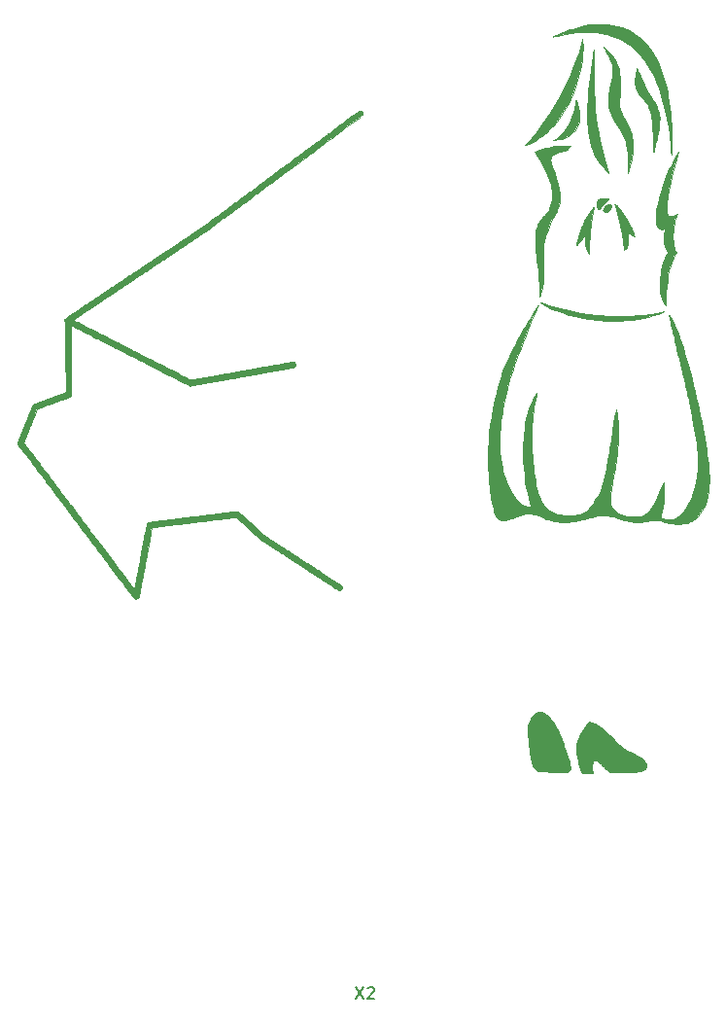
<source format=gbr>
G04 #@! TF.GenerationSoftware,KiCad,Pcbnew,5.1.5-52549c5~84~ubuntu18.04.1*
G04 #@! TF.CreationDate,2020-02-23T14:28:14-03:00*
G04 #@! TF.ProjectId,aquarius,61717561-7269-4757-932e-6b696361645f,0.0.0*
G04 #@! TF.SameCoordinates,Original*
G04 #@! TF.FileFunction,Legend,Top*
G04 #@! TF.FilePolarity,Positive*
%FSLAX46Y46*%
G04 Gerber Fmt 4.6, Leading zero omitted, Abs format (unit mm)*
G04 Created by KiCad (PCBNEW 5.1.5-52549c5~84~ubuntu18.04.1) date 2020-02-23 14:28:14*
%MOMM*%
%LPD*%
G04 APERTURE LIST*
%ADD10C,0.010000*%
%ADD11C,0.150000*%
G04 APERTURE END LIST*
D10*
G36*
X169223583Y-66758755D02*
G01*
X169242383Y-66802714D01*
X169268262Y-66869733D01*
X169298688Y-66952771D01*
X169331131Y-67044787D01*
X169363058Y-67138739D01*
X169391940Y-67227586D01*
X169414238Y-67300807D01*
X169462533Y-67483212D01*
X169496090Y-67651574D01*
X169516881Y-67820289D01*
X169526877Y-68003751D01*
X169528520Y-68135305D01*
X169527508Y-68268004D01*
X169523846Y-68371751D01*
X169516640Y-68456633D01*
X169504998Y-68532734D01*
X169488026Y-68610141D01*
X169485589Y-68619995D01*
X169400136Y-68887860D01*
X169283345Y-69132383D01*
X169135183Y-69353613D01*
X168955615Y-69551601D01*
X168744606Y-69726394D01*
X168678146Y-69772342D01*
X168455179Y-69904198D01*
X168215291Y-70013886D01*
X167953789Y-70103001D01*
X167665984Y-70173139D01*
X167347186Y-70225892D01*
X167342038Y-70226573D01*
X167244346Y-70239453D01*
X167439731Y-70093380D01*
X167726919Y-69864094D01*
X167983417Y-69627357D01*
X168211088Y-69379914D01*
X168411795Y-69118515D01*
X168587400Y-68839906D01*
X168739767Y-68540836D01*
X168870759Y-68218051D01*
X168982239Y-67868298D01*
X169076069Y-67488326D01*
X169148148Y-67110813D01*
X169167466Y-66997278D01*
X169184851Y-66897823D01*
X169199199Y-66818548D01*
X169209406Y-66765550D01*
X169214368Y-66744927D01*
X169214394Y-66744898D01*
X169223583Y-66758755D01*
G37*
X169223583Y-66758755D02*
X169242383Y-66802714D01*
X169268262Y-66869733D01*
X169298688Y-66952771D01*
X169331131Y-67044787D01*
X169363058Y-67138739D01*
X169391940Y-67227586D01*
X169414238Y-67300807D01*
X169462533Y-67483212D01*
X169496090Y-67651574D01*
X169516881Y-67820289D01*
X169526877Y-68003751D01*
X169528520Y-68135305D01*
X169527508Y-68268004D01*
X169523846Y-68371751D01*
X169516640Y-68456633D01*
X169504998Y-68532734D01*
X169488026Y-68610141D01*
X169485589Y-68619995D01*
X169400136Y-68887860D01*
X169283345Y-69132383D01*
X169135183Y-69353613D01*
X168955615Y-69551601D01*
X168744606Y-69726394D01*
X168678146Y-69772342D01*
X168455179Y-69904198D01*
X168215291Y-70013886D01*
X167953789Y-70103001D01*
X167665984Y-70173139D01*
X167347186Y-70225892D01*
X167342038Y-70226573D01*
X167244346Y-70239453D01*
X167439731Y-70093380D01*
X167726919Y-69864094D01*
X167983417Y-69627357D01*
X168211088Y-69379914D01*
X168411795Y-69118515D01*
X168587400Y-68839906D01*
X168739767Y-68540836D01*
X168870759Y-68218051D01*
X168982239Y-67868298D01*
X169076069Y-67488326D01*
X169148148Y-67110813D01*
X169167466Y-66997278D01*
X169184851Y-66897823D01*
X169199199Y-66818548D01*
X169209406Y-66765550D01*
X169214368Y-66744927D01*
X169214394Y-66744898D01*
X169223583Y-66758755D01*
G36*
X169775279Y-61417579D02*
G01*
X169778558Y-61433612D01*
X169788100Y-61504730D01*
X169795973Y-61607571D01*
X169802069Y-61734814D01*
X169806281Y-61879135D01*
X169808501Y-62033214D01*
X169808621Y-62189727D01*
X169806533Y-62341353D01*
X169802131Y-62480769D01*
X169795640Y-62596151D01*
X169735956Y-63183428D01*
X169643496Y-63772721D01*
X169519605Y-64360467D01*
X169365627Y-64943103D01*
X169182909Y-65517067D01*
X168972797Y-66078795D01*
X168736634Y-66624726D01*
X168475768Y-67151297D01*
X168191542Y-67654945D01*
X167885304Y-68132107D01*
X167558397Y-68579222D01*
X167515580Y-68633535D01*
X167408627Y-68761862D01*
X167280323Y-68905755D01*
X167136925Y-69058953D01*
X166984689Y-69215193D01*
X166829872Y-69368216D01*
X166678730Y-69511758D01*
X166537521Y-69639558D01*
X166412500Y-69745356D01*
X166374884Y-69775131D01*
X166074338Y-69994255D01*
X165761864Y-70196417D01*
X165446055Y-70376549D01*
X165135502Y-70529586D01*
X164987654Y-70593228D01*
X164885951Y-70634438D01*
X164816380Y-70660241D01*
X164778102Y-70668550D01*
X164770278Y-70657275D01*
X164792069Y-70624331D01*
X164842636Y-70567628D01*
X164921141Y-70485079D01*
X164937390Y-70468132D01*
X165347227Y-70019770D01*
X165753602Y-69533362D01*
X166155887Y-69009835D01*
X166553451Y-68450120D01*
X166945668Y-67855144D01*
X167331906Y-67225834D01*
X167711536Y-66563120D01*
X168083931Y-65867930D01*
X168173872Y-65692997D01*
X168416142Y-65205926D01*
X168641712Y-64727876D01*
X168849673Y-64261257D01*
X169039118Y-63808475D01*
X169209141Y-63371937D01*
X169358833Y-62954051D01*
X169487287Y-62557226D01*
X169593596Y-62183867D01*
X169676853Y-61836384D01*
X169727628Y-61570382D01*
X169743157Y-61478734D01*
X169754184Y-61421664D01*
X169762212Y-61395138D01*
X169768743Y-61395121D01*
X169775279Y-61417579D01*
G37*
X169775279Y-61417579D02*
X169778558Y-61433612D01*
X169788100Y-61504730D01*
X169795973Y-61607571D01*
X169802069Y-61734814D01*
X169806281Y-61879135D01*
X169808501Y-62033214D01*
X169808621Y-62189727D01*
X169806533Y-62341353D01*
X169802131Y-62480769D01*
X169795640Y-62596151D01*
X169735956Y-63183428D01*
X169643496Y-63772721D01*
X169519605Y-64360467D01*
X169365627Y-64943103D01*
X169182909Y-65517067D01*
X168972797Y-66078795D01*
X168736634Y-66624726D01*
X168475768Y-67151297D01*
X168191542Y-67654945D01*
X167885304Y-68132107D01*
X167558397Y-68579222D01*
X167515580Y-68633535D01*
X167408627Y-68761862D01*
X167280323Y-68905755D01*
X167136925Y-69058953D01*
X166984689Y-69215193D01*
X166829872Y-69368216D01*
X166678730Y-69511758D01*
X166537521Y-69639558D01*
X166412500Y-69745356D01*
X166374884Y-69775131D01*
X166074338Y-69994255D01*
X165761864Y-70196417D01*
X165446055Y-70376549D01*
X165135502Y-70529586D01*
X164987654Y-70593228D01*
X164885951Y-70634438D01*
X164816380Y-70660241D01*
X164778102Y-70668550D01*
X164770278Y-70657275D01*
X164792069Y-70624331D01*
X164842636Y-70567628D01*
X164921141Y-70485079D01*
X164937390Y-70468132D01*
X165347227Y-70019770D01*
X165753602Y-69533362D01*
X166155887Y-69009835D01*
X166553451Y-68450120D01*
X166945668Y-67855144D01*
X167331906Y-67225834D01*
X167711536Y-66563120D01*
X168083931Y-65867930D01*
X168173872Y-65692997D01*
X168416142Y-65205926D01*
X168641712Y-64727876D01*
X168849673Y-64261257D01*
X169039118Y-63808475D01*
X169209141Y-63371937D01*
X169358833Y-62954051D01*
X169487287Y-62557226D01*
X169593596Y-62183867D01*
X169676853Y-61836384D01*
X169727628Y-61570382D01*
X169743157Y-61478734D01*
X169754184Y-61421664D01*
X169762212Y-61395138D01*
X169768743Y-61395121D01*
X169775279Y-61417579D01*
G36*
X174533042Y-63955284D02*
G01*
X174537664Y-63963843D01*
X174554085Y-64004680D01*
X174580061Y-64069524D01*
X174610669Y-64146086D01*
X174618723Y-64166255D01*
X174714061Y-64397592D01*
X174821967Y-64646477D01*
X174938528Y-64904633D01*
X175059831Y-65163780D01*
X175181963Y-65415641D01*
X175301009Y-65651938D01*
X175413056Y-65864394D01*
X175471897Y-65970952D01*
X175530150Y-66072583D01*
X175603092Y-66197142D01*
X175684666Y-66334442D01*
X175768815Y-66474296D01*
X175849482Y-66606516D01*
X175858449Y-66621074D01*
X175988065Y-66834550D01*
X176096771Y-67021112D01*
X176186903Y-67185259D01*
X176260797Y-67331488D01*
X176320787Y-67464297D01*
X176369210Y-67588183D01*
X176386333Y-67637654D01*
X176430037Y-67782793D01*
X176461421Y-67923035D01*
X176481589Y-68067866D01*
X176491644Y-68226770D01*
X176492690Y-68409233D01*
X176489724Y-68526074D01*
X176483480Y-68663718D01*
X176473731Y-68800540D01*
X176459784Y-68940610D01*
X176440942Y-69087995D01*
X176416511Y-69246763D01*
X176385795Y-69420982D01*
X176348099Y-69614721D01*
X176302728Y-69832047D01*
X176248986Y-70077029D01*
X176186180Y-70353735D01*
X176152506Y-70499458D01*
X176104259Y-70707810D01*
X176064401Y-70880082D01*
X176032129Y-71018175D01*
X176006642Y-71123991D01*
X175987137Y-71199430D01*
X175972811Y-71246393D01*
X175962863Y-71266781D01*
X175956490Y-71262496D01*
X175952890Y-71235438D01*
X175951260Y-71187508D01*
X175950799Y-71120607D01*
X175950704Y-71036637D01*
X175950485Y-70978151D01*
X175944699Y-70510016D01*
X175933075Y-70065635D01*
X175915760Y-69646770D01*
X175892903Y-69255185D01*
X175864650Y-68892642D01*
X175831150Y-68560905D01*
X175792550Y-68261737D01*
X175748997Y-67996901D01*
X175700640Y-67768159D01*
X175672648Y-67660504D01*
X175618510Y-67485864D01*
X175557947Y-67330287D01*
X175486382Y-67185895D01*
X175399238Y-67044805D01*
X175291934Y-66899139D01*
X175159895Y-66741016D01*
X175097877Y-66671122D01*
X175014806Y-66577002D01*
X174930711Y-66478635D01*
X174853851Y-66385882D01*
X174792487Y-66308602D01*
X174776680Y-66287685D01*
X174674064Y-66134432D01*
X174575979Y-65960607D01*
X174489907Y-65780843D01*
X174423330Y-65609771D01*
X174411912Y-65574332D01*
X174391929Y-65506788D01*
X174377645Y-65448500D01*
X174368141Y-65390639D01*
X174362500Y-65324376D01*
X174359804Y-65240884D01*
X174359136Y-65131333D01*
X174359263Y-65067766D01*
X174360200Y-64950854D01*
X174362861Y-64853831D01*
X174368285Y-64767048D01*
X174377508Y-64680853D01*
X174391569Y-64585597D01*
X174411507Y-64471629D01*
X174438359Y-64329298D01*
X174439125Y-64325305D01*
X174465666Y-64189089D01*
X174486501Y-64087650D01*
X174502642Y-64017268D01*
X174515103Y-63974226D01*
X174524899Y-63954804D01*
X174533042Y-63955284D01*
G37*
X174533042Y-63955284D02*
X174537664Y-63963843D01*
X174554085Y-64004680D01*
X174580061Y-64069524D01*
X174610669Y-64146086D01*
X174618723Y-64166255D01*
X174714061Y-64397592D01*
X174821967Y-64646477D01*
X174938528Y-64904633D01*
X175059831Y-65163780D01*
X175181963Y-65415641D01*
X175301009Y-65651938D01*
X175413056Y-65864394D01*
X175471897Y-65970952D01*
X175530150Y-66072583D01*
X175603092Y-66197142D01*
X175684666Y-66334442D01*
X175768815Y-66474296D01*
X175849482Y-66606516D01*
X175858449Y-66621074D01*
X175988065Y-66834550D01*
X176096771Y-67021112D01*
X176186903Y-67185259D01*
X176260797Y-67331488D01*
X176320787Y-67464297D01*
X176369210Y-67588183D01*
X176386333Y-67637654D01*
X176430037Y-67782793D01*
X176461421Y-67923035D01*
X176481589Y-68067866D01*
X176491644Y-68226770D01*
X176492690Y-68409233D01*
X176489724Y-68526074D01*
X176483480Y-68663718D01*
X176473731Y-68800540D01*
X176459784Y-68940610D01*
X176440942Y-69087995D01*
X176416511Y-69246763D01*
X176385795Y-69420982D01*
X176348099Y-69614721D01*
X176302728Y-69832047D01*
X176248986Y-70077029D01*
X176186180Y-70353735D01*
X176152506Y-70499458D01*
X176104259Y-70707810D01*
X176064401Y-70880082D01*
X176032129Y-71018175D01*
X176006642Y-71123991D01*
X175987137Y-71199430D01*
X175972811Y-71246393D01*
X175962863Y-71266781D01*
X175956490Y-71262496D01*
X175952890Y-71235438D01*
X175951260Y-71187508D01*
X175950799Y-71120607D01*
X175950704Y-71036637D01*
X175950485Y-70978151D01*
X175944699Y-70510016D01*
X175933075Y-70065635D01*
X175915760Y-69646770D01*
X175892903Y-69255185D01*
X175864650Y-68892642D01*
X175831150Y-68560905D01*
X175792550Y-68261737D01*
X175748997Y-67996901D01*
X175700640Y-67768159D01*
X175672648Y-67660504D01*
X175618510Y-67485864D01*
X175557947Y-67330287D01*
X175486382Y-67185895D01*
X175399238Y-67044805D01*
X175291934Y-66899139D01*
X175159895Y-66741016D01*
X175097877Y-66671122D01*
X175014806Y-66577002D01*
X174930711Y-66478635D01*
X174853851Y-66385882D01*
X174792487Y-66308602D01*
X174776680Y-66287685D01*
X174674064Y-66134432D01*
X174575979Y-65960607D01*
X174489907Y-65780843D01*
X174423330Y-65609771D01*
X174411912Y-65574332D01*
X174391929Y-65506788D01*
X174377645Y-65448500D01*
X174368141Y-65390639D01*
X174362500Y-65324376D01*
X174359804Y-65240884D01*
X174359136Y-65131333D01*
X174359263Y-65067766D01*
X174360200Y-64950854D01*
X174362861Y-64853831D01*
X174368285Y-64767048D01*
X174377508Y-64680853D01*
X174391569Y-64585597D01*
X174411507Y-64471629D01*
X174438359Y-64329298D01*
X174439125Y-64325305D01*
X174465666Y-64189089D01*
X174486501Y-64087650D01*
X174502642Y-64017268D01*
X174515103Y-63974226D01*
X174524899Y-63954804D01*
X174533042Y-63955284D01*
G36*
X171911894Y-60136768D02*
G01*
X172364270Y-60189790D01*
X172800089Y-60276799D01*
X173218715Y-60397750D01*
X173619512Y-60552593D01*
X174001843Y-60741281D01*
X174340022Y-60946918D01*
X174621778Y-61147884D01*
X174880886Y-61360663D01*
X175124268Y-61591862D01*
X175358847Y-61848090D01*
X175591546Y-62135954D01*
X175607240Y-62156535D01*
X175865829Y-62525373D01*
X176107266Y-62928424D01*
X176331126Y-63364587D01*
X176536983Y-63832758D01*
X176724414Y-64331836D01*
X176892992Y-64860717D01*
X177042292Y-65418299D01*
X177171889Y-66003481D01*
X177247123Y-66408346D01*
X177322500Y-66888043D01*
X177389092Y-67399170D01*
X177446135Y-67934910D01*
X177492865Y-68488449D01*
X177512775Y-68780074D01*
X177517609Y-68874684D01*
X177522209Y-68998365D01*
X177526536Y-69146770D01*
X177530547Y-69315555D01*
X177534204Y-69500372D01*
X177537465Y-69696875D01*
X177540290Y-69900720D01*
X177542639Y-70107559D01*
X177544471Y-70313046D01*
X177545745Y-70512837D01*
X177546422Y-70702584D01*
X177546460Y-70877942D01*
X177545819Y-71034564D01*
X177544460Y-71168105D01*
X177542340Y-71274218D01*
X177539421Y-71348558D01*
X177536965Y-71378689D01*
X177519980Y-71515458D01*
X177505343Y-71272013D01*
X177498722Y-71173743D01*
X177489163Y-71047725D01*
X177477571Y-70905096D01*
X177464851Y-70756996D01*
X177452181Y-70617475D01*
X177366115Y-69818409D01*
X177260855Y-69053326D01*
X177136378Y-68322155D01*
X176992659Y-67624827D01*
X176829674Y-66961272D01*
X176647397Y-66331419D01*
X176445805Y-65735199D01*
X176224873Y-65172542D01*
X175984576Y-64643378D01*
X175724890Y-64147636D01*
X175445790Y-63685248D01*
X175147253Y-63256142D01*
X174829253Y-62860249D01*
X174676032Y-62688840D01*
X174335390Y-62348230D01*
X173974644Y-62041002D01*
X173594120Y-61767227D01*
X173194145Y-61526977D01*
X172775046Y-61320322D01*
X172337147Y-61147335D01*
X171880777Y-61008086D01*
X171406261Y-60902647D01*
X170913926Y-60831089D01*
X170404098Y-60793483D01*
X169877104Y-60789901D01*
X169333270Y-60820414D01*
X168772923Y-60885093D01*
X168196388Y-60984010D01*
X167603993Y-61117236D01*
X167547192Y-61131605D01*
X167428035Y-61161971D01*
X167342903Y-61183247D01*
X167287954Y-61196002D01*
X167259350Y-61200805D01*
X167253248Y-61198226D01*
X167265811Y-61188832D01*
X167293196Y-61173193D01*
X167302961Y-61167792D01*
X167414762Y-61110268D01*
X167557279Y-61043619D01*
X167723958Y-60970467D01*
X167908246Y-60893432D01*
X168103588Y-60815133D01*
X168303430Y-60738191D01*
X168501218Y-60665226D01*
X168690398Y-60598858D01*
X168864416Y-60541707D01*
X168885577Y-60535093D01*
X169423932Y-60383174D01*
X169949548Y-60265531D01*
X170461788Y-60182117D01*
X170960017Y-60132884D01*
X171443597Y-60117784D01*
X171911894Y-60136768D01*
G37*
X171911894Y-60136768D02*
X172364270Y-60189790D01*
X172800089Y-60276799D01*
X173218715Y-60397750D01*
X173619512Y-60552593D01*
X174001843Y-60741281D01*
X174340022Y-60946918D01*
X174621778Y-61147884D01*
X174880886Y-61360663D01*
X175124268Y-61591862D01*
X175358847Y-61848090D01*
X175591546Y-62135954D01*
X175607240Y-62156535D01*
X175865829Y-62525373D01*
X176107266Y-62928424D01*
X176331126Y-63364587D01*
X176536983Y-63832758D01*
X176724414Y-64331836D01*
X176892992Y-64860717D01*
X177042292Y-65418299D01*
X177171889Y-66003481D01*
X177247123Y-66408346D01*
X177322500Y-66888043D01*
X177389092Y-67399170D01*
X177446135Y-67934910D01*
X177492865Y-68488449D01*
X177512775Y-68780074D01*
X177517609Y-68874684D01*
X177522209Y-68998365D01*
X177526536Y-69146770D01*
X177530547Y-69315555D01*
X177534204Y-69500372D01*
X177537465Y-69696875D01*
X177540290Y-69900720D01*
X177542639Y-70107559D01*
X177544471Y-70313046D01*
X177545745Y-70512837D01*
X177546422Y-70702584D01*
X177546460Y-70877942D01*
X177545819Y-71034564D01*
X177544460Y-71168105D01*
X177542340Y-71274218D01*
X177539421Y-71348558D01*
X177536965Y-71378689D01*
X177519980Y-71515458D01*
X177505343Y-71272013D01*
X177498722Y-71173743D01*
X177489163Y-71047725D01*
X177477571Y-70905096D01*
X177464851Y-70756996D01*
X177452181Y-70617475D01*
X177366115Y-69818409D01*
X177260855Y-69053326D01*
X177136378Y-68322155D01*
X176992659Y-67624827D01*
X176829674Y-66961272D01*
X176647397Y-66331419D01*
X176445805Y-65735199D01*
X176224873Y-65172542D01*
X175984576Y-64643378D01*
X175724890Y-64147636D01*
X175445790Y-63685248D01*
X175147253Y-63256142D01*
X174829253Y-62860249D01*
X174676032Y-62688840D01*
X174335390Y-62348230D01*
X173974644Y-62041002D01*
X173594120Y-61767227D01*
X173194145Y-61526977D01*
X172775046Y-61320322D01*
X172337147Y-61147335D01*
X171880777Y-61008086D01*
X171406261Y-60902647D01*
X170913926Y-60831089D01*
X170404098Y-60793483D01*
X169877104Y-60789901D01*
X169333270Y-60820414D01*
X168772923Y-60885093D01*
X168196388Y-60984010D01*
X167603993Y-61117236D01*
X167547192Y-61131605D01*
X167428035Y-61161971D01*
X167342903Y-61183247D01*
X167287954Y-61196002D01*
X167259350Y-61200805D01*
X167253248Y-61198226D01*
X167265811Y-61188832D01*
X167293196Y-61173193D01*
X167302961Y-61167792D01*
X167414762Y-61110268D01*
X167557279Y-61043619D01*
X167723958Y-60970467D01*
X167908246Y-60893432D01*
X168103588Y-60815133D01*
X168303430Y-60738191D01*
X168501218Y-60665226D01*
X168690398Y-60598858D01*
X168864416Y-60541707D01*
X168885577Y-60535093D01*
X169423932Y-60383174D01*
X169949548Y-60265531D01*
X170461788Y-60182117D01*
X170960017Y-60132884D01*
X171443597Y-60117784D01*
X171911894Y-60136768D01*
G36*
X171651283Y-62140127D02*
G01*
X171696515Y-62175449D01*
X171758390Y-62228132D01*
X171831342Y-62293110D01*
X171909805Y-62365321D01*
X171988212Y-62439702D01*
X172060998Y-62511189D01*
X172122595Y-62574719D01*
X172135385Y-62588536D01*
X172352396Y-62848098D01*
X172541039Y-63122089D01*
X172701683Y-63412108D01*
X172834698Y-63719755D01*
X172940454Y-64046631D01*
X173019321Y-64394334D01*
X173071669Y-64764465D01*
X173097866Y-65158624D01*
X173098284Y-65578410D01*
X173073292Y-66025424D01*
X173029052Y-66454997D01*
X173009705Y-66612171D01*
X172994680Y-66736209D01*
X172983603Y-66832770D01*
X172976102Y-66907512D01*
X172971803Y-66966093D01*
X172970334Y-67014172D01*
X172971320Y-67057406D01*
X172974391Y-67101455D01*
X172979172Y-67151976D01*
X172981536Y-67175834D01*
X173000763Y-67309440D01*
X173033449Y-67448137D01*
X173081334Y-67596308D01*
X173146160Y-67758336D01*
X173229667Y-67938602D01*
X173333595Y-68141491D01*
X173448385Y-68351258D01*
X173595745Y-68621294D01*
X173720884Y-68867063D01*
X173826210Y-69094638D01*
X173914134Y-69310090D01*
X173987063Y-69519489D01*
X174047407Y-69728907D01*
X174097575Y-69944414D01*
X174114733Y-70030535D01*
X174136403Y-70175631D01*
X174152707Y-70350025D01*
X174163448Y-70544280D01*
X174168428Y-70748962D01*
X174167448Y-70954634D01*
X174160312Y-71151860D01*
X174146820Y-71331205D01*
X174142799Y-71368920D01*
X174108880Y-71615310D01*
X174061321Y-71884960D01*
X174002802Y-72166077D01*
X173936003Y-72446869D01*
X173863603Y-72715545D01*
X173788284Y-72960311D01*
X173766583Y-73024261D01*
X173757249Y-73050413D01*
X173749757Y-73067414D01*
X173743950Y-73072038D01*
X173739673Y-73061059D01*
X173736768Y-73031250D01*
X173735080Y-72979386D01*
X173734451Y-72902240D01*
X173734725Y-72796586D01*
X173735746Y-72659199D01*
X173737356Y-72486852D01*
X173737883Y-72432778D01*
X173739131Y-72136422D01*
X173736425Y-71873149D01*
X173729306Y-71637120D01*
X173717316Y-71422497D01*
X173699997Y-71223442D01*
X173676889Y-71034116D01*
X173647534Y-70848682D01*
X173611474Y-70661301D01*
X173591403Y-70567843D01*
X173541682Y-70362948D01*
X173485089Y-70170910D01*
X173418878Y-69985818D01*
X173340307Y-69801761D01*
X173246631Y-69612827D01*
X173135106Y-69413104D01*
X173002989Y-69196681D01*
X172847534Y-68957647D01*
X172835914Y-68940223D01*
X172746973Y-68805296D01*
X172659397Y-68669207D01*
X172577288Y-68538569D01*
X172504746Y-68419994D01*
X172445872Y-68320096D01*
X172404767Y-68245486D01*
X172403215Y-68242466D01*
X172266816Y-67936016D01*
X172159158Y-67609169D01*
X172081921Y-67269723D01*
X172036791Y-66925477D01*
X172025450Y-66584229D01*
X172027934Y-66503843D01*
X172036281Y-66359594D01*
X172048991Y-66224348D01*
X172067489Y-66089763D01*
X172093202Y-65947495D01*
X172127555Y-65789202D01*
X172171974Y-65606541D01*
X172199925Y-65497612D01*
X172255242Y-65281556D01*
X172300360Y-65097209D01*
X172336450Y-64938894D01*
X172364684Y-64800935D01*
X172386233Y-64677653D01*
X172402268Y-64563372D01*
X172412681Y-64466476D01*
X172421890Y-64195848D01*
X172399124Y-63920153D01*
X172343807Y-63637528D01*
X172255367Y-63346108D01*
X172133229Y-63044030D01*
X171976820Y-62729429D01*
X171785566Y-62400441D01*
X171768115Y-62372441D01*
X171715353Y-62286817D01*
X171672277Y-62214223D01*
X171642145Y-62160371D01*
X171628216Y-62130975D01*
X171628261Y-62127228D01*
X171651283Y-62140127D01*
G37*
X171651283Y-62140127D02*
X171696515Y-62175449D01*
X171758390Y-62228132D01*
X171831342Y-62293110D01*
X171909805Y-62365321D01*
X171988212Y-62439702D01*
X172060998Y-62511189D01*
X172122595Y-62574719D01*
X172135385Y-62588536D01*
X172352396Y-62848098D01*
X172541039Y-63122089D01*
X172701683Y-63412108D01*
X172834698Y-63719755D01*
X172940454Y-64046631D01*
X173019321Y-64394334D01*
X173071669Y-64764465D01*
X173097866Y-65158624D01*
X173098284Y-65578410D01*
X173073292Y-66025424D01*
X173029052Y-66454997D01*
X173009705Y-66612171D01*
X172994680Y-66736209D01*
X172983603Y-66832770D01*
X172976102Y-66907512D01*
X172971803Y-66966093D01*
X172970334Y-67014172D01*
X172971320Y-67057406D01*
X172974391Y-67101455D01*
X172979172Y-67151976D01*
X172981536Y-67175834D01*
X173000763Y-67309440D01*
X173033449Y-67448137D01*
X173081334Y-67596308D01*
X173146160Y-67758336D01*
X173229667Y-67938602D01*
X173333595Y-68141491D01*
X173448385Y-68351258D01*
X173595745Y-68621294D01*
X173720884Y-68867063D01*
X173826210Y-69094638D01*
X173914134Y-69310090D01*
X173987063Y-69519489D01*
X174047407Y-69728907D01*
X174097575Y-69944414D01*
X174114733Y-70030535D01*
X174136403Y-70175631D01*
X174152707Y-70350025D01*
X174163448Y-70544280D01*
X174168428Y-70748962D01*
X174167448Y-70954634D01*
X174160312Y-71151860D01*
X174146820Y-71331205D01*
X174142799Y-71368920D01*
X174108880Y-71615310D01*
X174061321Y-71884960D01*
X174002802Y-72166077D01*
X173936003Y-72446869D01*
X173863603Y-72715545D01*
X173788284Y-72960311D01*
X173766583Y-73024261D01*
X173757249Y-73050413D01*
X173749757Y-73067414D01*
X173743950Y-73072038D01*
X173739673Y-73061059D01*
X173736768Y-73031250D01*
X173735080Y-72979386D01*
X173734451Y-72902240D01*
X173734725Y-72796586D01*
X173735746Y-72659199D01*
X173737356Y-72486852D01*
X173737883Y-72432778D01*
X173739131Y-72136422D01*
X173736425Y-71873149D01*
X173729306Y-71637120D01*
X173717316Y-71422497D01*
X173699997Y-71223442D01*
X173676889Y-71034116D01*
X173647534Y-70848682D01*
X173611474Y-70661301D01*
X173591403Y-70567843D01*
X173541682Y-70362948D01*
X173485089Y-70170910D01*
X173418878Y-69985818D01*
X173340307Y-69801761D01*
X173246631Y-69612827D01*
X173135106Y-69413104D01*
X173002989Y-69196681D01*
X172847534Y-68957647D01*
X172835914Y-68940223D01*
X172746973Y-68805296D01*
X172659397Y-68669207D01*
X172577288Y-68538569D01*
X172504746Y-68419994D01*
X172445872Y-68320096D01*
X172404767Y-68245486D01*
X172403215Y-68242466D01*
X172266816Y-67936016D01*
X172159158Y-67609169D01*
X172081921Y-67269723D01*
X172036791Y-66925477D01*
X172025450Y-66584229D01*
X172027934Y-66503843D01*
X172036281Y-66359594D01*
X172048991Y-66224348D01*
X172067489Y-66089763D01*
X172093202Y-65947495D01*
X172127555Y-65789202D01*
X172171974Y-65606541D01*
X172199925Y-65497612D01*
X172255242Y-65281556D01*
X172300360Y-65097209D01*
X172336450Y-64938894D01*
X172364684Y-64800935D01*
X172386233Y-64677653D01*
X172402268Y-64563372D01*
X172412681Y-64466476D01*
X172421890Y-64195848D01*
X172399124Y-63920153D01*
X172343807Y-63637528D01*
X172255367Y-63346108D01*
X172133229Y-63044030D01*
X171976820Y-62729429D01*
X171785566Y-62400441D01*
X171768115Y-62372441D01*
X171715353Y-62286817D01*
X171672277Y-62214223D01*
X171642145Y-62160371D01*
X171628216Y-62130975D01*
X171628261Y-62127228D01*
X171651283Y-62140127D01*
G36*
X170774416Y-62625458D02*
G01*
X170770735Y-62728388D01*
X170767681Y-62865857D01*
X170765239Y-63033335D01*
X170763392Y-63226290D01*
X170762124Y-63440190D01*
X170761418Y-63670504D01*
X170761257Y-63912700D01*
X170761626Y-64162247D01*
X170762507Y-64414613D01*
X170763883Y-64665267D01*
X170765740Y-64909677D01*
X170768059Y-65143311D01*
X170770824Y-65361639D01*
X170774019Y-65560127D01*
X170777628Y-65734246D01*
X170781633Y-65879463D01*
X170786018Y-65991247D01*
X170786748Y-66005612D01*
X170835012Y-66775777D01*
X170897026Y-67513994D01*
X170973648Y-68225201D01*
X171065735Y-68914341D01*
X171174145Y-69586353D01*
X171299735Y-70246177D01*
X171443364Y-70898754D01*
X171605889Y-71549024D01*
X171788168Y-72201927D01*
X171960633Y-72766934D01*
X171995610Y-72878160D01*
X172025712Y-72975454D01*
X172049227Y-73053156D01*
X172064445Y-73105606D01*
X172069656Y-73127143D01*
X172069538Y-73127382D01*
X172054981Y-73114000D01*
X172018265Y-73077071D01*
X171964100Y-73021421D01*
X171897198Y-72951873D01*
X171854896Y-72907574D01*
X171592480Y-72616886D01*
X171357357Y-72323226D01*
X171148103Y-72023178D01*
X170963292Y-71713323D01*
X170801498Y-71390245D01*
X170661298Y-71050527D01*
X170541264Y-70690753D01*
X170439973Y-70307506D01*
X170355999Y-69897368D01*
X170287918Y-69456923D01*
X170239280Y-69034074D01*
X170231140Y-68925012D01*
X170224576Y-68782398D01*
X170219561Y-68611723D01*
X170216073Y-68418481D01*
X170214088Y-68208162D01*
X170213582Y-67986259D01*
X170214531Y-67758265D01*
X170216911Y-67529670D01*
X170220699Y-67305967D01*
X170225870Y-67092648D01*
X170232401Y-66895205D01*
X170240269Y-66719130D01*
X170249448Y-66569915D01*
X170250001Y-66562458D01*
X170298098Y-65987582D01*
X170357796Y-65387160D01*
X170427700Y-64772497D01*
X170506417Y-64154901D01*
X170592552Y-63545677D01*
X170684712Y-62956133D01*
X170722168Y-62732920D01*
X170787424Y-62351920D01*
X170774416Y-62625458D01*
G37*
X170774416Y-62625458D02*
X170770735Y-62728388D01*
X170767681Y-62865857D01*
X170765239Y-63033335D01*
X170763392Y-63226290D01*
X170762124Y-63440190D01*
X170761418Y-63670504D01*
X170761257Y-63912700D01*
X170761626Y-64162247D01*
X170762507Y-64414613D01*
X170763883Y-64665267D01*
X170765740Y-64909677D01*
X170768059Y-65143311D01*
X170770824Y-65361639D01*
X170774019Y-65560127D01*
X170777628Y-65734246D01*
X170781633Y-65879463D01*
X170786018Y-65991247D01*
X170786748Y-66005612D01*
X170835012Y-66775777D01*
X170897026Y-67513994D01*
X170973648Y-68225201D01*
X171065735Y-68914341D01*
X171174145Y-69586353D01*
X171299735Y-70246177D01*
X171443364Y-70898754D01*
X171605889Y-71549024D01*
X171788168Y-72201927D01*
X171960633Y-72766934D01*
X171995610Y-72878160D01*
X172025712Y-72975454D01*
X172049227Y-73053156D01*
X172064445Y-73105606D01*
X172069656Y-73127143D01*
X172069538Y-73127382D01*
X172054981Y-73114000D01*
X172018265Y-73077071D01*
X171964100Y-73021421D01*
X171897198Y-72951873D01*
X171854896Y-72907574D01*
X171592480Y-72616886D01*
X171357357Y-72323226D01*
X171148103Y-72023178D01*
X170963292Y-71713323D01*
X170801498Y-71390245D01*
X170661298Y-71050527D01*
X170541264Y-70690753D01*
X170439973Y-70307506D01*
X170355999Y-69897368D01*
X170287918Y-69456923D01*
X170239280Y-69034074D01*
X170231140Y-68925012D01*
X170224576Y-68782398D01*
X170219561Y-68611723D01*
X170216073Y-68418481D01*
X170214088Y-68208162D01*
X170213582Y-67986259D01*
X170214531Y-67758265D01*
X170216911Y-67529670D01*
X170220699Y-67305967D01*
X170225870Y-67092648D01*
X170232401Y-66895205D01*
X170240269Y-66719130D01*
X170249448Y-66569915D01*
X170250001Y-66562458D01*
X170298098Y-65987582D01*
X170357796Y-65387160D01*
X170427700Y-64772497D01*
X170506417Y-64154901D01*
X170592552Y-63545677D01*
X170684712Y-62956133D01*
X170722168Y-62732920D01*
X170787424Y-62351920D01*
X170774416Y-62625458D01*
G36*
X171836800Y-75278390D02*
G01*
X171928021Y-75284379D01*
X171989291Y-75295561D01*
X172025104Y-75312918D01*
X172039955Y-75337433D01*
X172041038Y-75348696D01*
X172027870Y-75371291D01*
X171990980Y-75417094D01*
X171934289Y-75481694D01*
X171861720Y-75560681D01*
X171777195Y-75649643D01*
X171733307Y-75694817D01*
X171637529Y-75793429D01*
X171545115Y-75889914D01*
X171461663Y-75978325D01*
X171392772Y-76052718D01*
X171344038Y-76107146D01*
X171333856Y-76119088D01*
X171268992Y-76190288D01*
X171217306Y-76229713D01*
X171172919Y-76239701D01*
X171129955Y-76222592D01*
X171110874Y-76207850D01*
X171074182Y-76154441D01*
X171047752Y-76070592D01*
X171032616Y-75963832D01*
X171029804Y-75841692D01*
X171040349Y-75711703D01*
X171041622Y-75702450D01*
X171064443Y-75580367D01*
X171097360Y-75483219D01*
X171144506Y-75408375D01*
X171210017Y-75353206D01*
X171298027Y-75315081D01*
X171412672Y-75291372D01*
X171558086Y-75279447D01*
X171711131Y-75276612D01*
X171836800Y-75278390D01*
G37*
X171836800Y-75278390D02*
X171928021Y-75284379D01*
X171989291Y-75295561D01*
X172025104Y-75312918D01*
X172039955Y-75337433D01*
X172041038Y-75348696D01*
X172027870Y-75371291D01*
X171990980Y-75417094D01*
X171934289Y-75481694D01*
X171861720Y-75560681D01*
X171777195Y-75649643D01*
X171733307Y-75694817D01*
X171637529Y-75793429D01*
X171545115Y-75889914D01*
X171461663Y-75978325D01*
X171392772Y-76052718D01*
X171344038Y-76107146D01*
X171333856Y-76119088D01*
X171268992Y-76190288D01*
X171217306Y-76229713D01*
X171172919Y-76239701D01*
X171129955Y-76222592D01*
X171110874Y-76207850D01*
X171074182Y-76154441D01*
X171047752Y-76070592D01*
X171032616Y-75963832D01*
X171029804Y-75841692D01*
X171040349Y-75711703D01*
X171041622Y-75702450D01*
X171064443Y-75580367D01*
X171097360Y-75483219D01*
X171144506Y-75408375D01*
X171210017Y-75353206D01*
X171298027Y-75315081D01*
X171412672Y-75291372D01*
X171558086Y-75279447D01*
X171711131Y-75276612D01*
X171836800Y-75278390D01*
G36*
X172252165Y-75811758D02*
G01*
X172308452Y-75857083D01*
X172333148Y-75923770D01*
X172325415Y-76009926D01*
X172297241Y-76087458D01*
X172250727Y-76165598D01*
X172182206Y-76253105D01*
X172102271Y-76337798D01*
X172021514Y-76407497D01*
X172014283Y-76412824D01*
X171921485Y-76458427D01*
X171822558Y-76469544D01*
X171726888Y-76445853D01*
X171687853Y-76424057D01*
X171615334Y-76359605D01*
X171580182Y-76288559D01*
X171582475Y-76210053D01*
X171622291Y-76123224D01*
X171699709Y-76027205D01*
X171726182Y-76000457D01*
X171847470Y-75898304D01*
X171967604Y-75828488D01*
X172082820Y-75792817D01*
X172165127Y-75789687D01*
X172252165Y-75811758D01*
G37*
X172252165Y-75811758D02*
X172308452Y-75857083D01*
X172333148Y-75923770D01*
X172325415Y-76009926D01*
X172297241Y-76087458D01*
X172250727Y-76165598D01*
X172182206Y-76253105D01*
X172102271Y-76337798D01*
X172021514Y-76407497D01*
X172014283Y-76412824D01*
X171921485Y-76458427D01*
X171822558Y-76469544D01*
X171726888Y-76445853D01*
X171687853Y-76424057D01*
X171615334Y-76359605D01*
X171580182Y-76288559D01*
X171582475Y-76210053D01*
X171622291Y-76123224D01*
X171699709Y-76027205D01*
X171726182Y-76000457D01*
X171847470Y-75898304D01*
X171967604Y-75828488D01*
X172082820Y-75792817D01*
X172165127Y-75789687D01*
X172252165Y-75811758D01*
G36*
X172614605Y-75777254D02*
G01*
X172655259Y-75805583D01*
X172710616Y-75850625D01*
X172774245Y-75906886D01*
X172839716Y-75968872D01*
X172900600Y-76031091D01*
X172905445Y-76036308D01*
X173074433Y-76234261D01*
X173248242Y-76466805D01*
X173424437Y-76730133D01*
X173600583Y-77020440D01*
X173774244Y-77333918D01*
X173925563Y-77630997D01*
X173991494Y-77768911D01*
X174055401Y-77908572D01*
X174115722Y-78045951D01*
X174170896Y-78177019D01*
X174219361Y-78297747D01*
X174259554Y-78404106D01*
X174289913Y-78492066D01*
X174308878Y-78557599D01*
X174314886Y-78596675D01*
X174306374Y-78605266D01*
X174302160Y-78602476D01*
X174140444Y-78480221D01*
X173997661Y-78388774D01*
X173870955Y-78326505D01*
X173757807Y-78291851D01*
X173716058Y-78285776D01*
X173702933Y-78297041D01*
X173708948Y-78334346D01*
X173709394Y-78336253D01*
X173714172Y-78373379D01*
X173719416Y-78442288D01*
X173724714Y-78535697D01*
X173729650Y-78646322D01*
X173733732Y-78764228D01*
X173737248Y-78909099D01*
X173737895Y-79022637D01*
X173735375Y-79112498D01*
X173729393Y-79186342D01*
X173719650Y-79251827D01*
X173713667Y-79281997D01*
X173674045Y-79423302D01*
X173619241Y-79554065D01*
X173554177Y-79664011D01*
X173499881Y-79728311D01*
X173432435Y-79793625D01*
X173419505Y-79689234D01*
X173328079Y-79031256D01*
X173215175Y-78356121D01*
X173083239Y-77677568D01*
X172966667Y-77145991D01*
X172928047Y-76983365D01*
X172884678Y-76808838D01*
X172838408Y-76629210D01*
X172791083Y-76451280D01*
X172744552Y-76281848D01*
X172700662Y-76127713D01*
X172661261Y-75995674D01*
X172628195Y-75892531D01*
X172618492Y-75864603D01*
X172601766Y-75812418D01*
X172594332Y-75777868D01*
X172595082Y-75771132D01*
X172614605Y-75777254D01*
G37*
X172614605Y-75777254D02*
X172655259Y-75805583D01*
X172710616Y-75850625D01*
X172774245Y-75906886D01*
X172839716Y-75968872D01*
X172900600Y-76031091D01*
X172905445Y-76036308D01*
X173074433Y-76234261D01*
X173248242Y-76466805D01*
X173424437Y-76730133D01*
X173600583Y-77020440D01*
X173774244Y-77333918D01*
X173925563Y-77630997D01*
X173991494Y-77768911D01*
X174055401Y-77908572D01*
X174115722Y-78045951D01*
X174170896Y-78177019D01*
X174219361Y-78297747D01*
X174259554Y-78404106D01*
X174289913Y-78492066D01*
X174308878Y-78557599D01*
X174314886Y-78596675D01*
X174306374Y-78605266D01*
X174302160Y-78602476D01*
X174140444Y-78480221D01*
X173997661Y-78388774D01*
X173870955Y-78326505D01*
X173757807Y-78291851D01*
X173716058Y-78285776D01*
X173702933Y-78297041D01*
X173708948Y-78334346D01*
X173709394Y-78336253D01*
X173714172Y-78373379D01*
X173719416Y-78442288D01*
X173724714Y-78535697D01*
X173729650Y-78646322D01*
X173733732Y-78764228D01*
X173737248Y-78909099D01*
X173737895Y-79022637D01*
X173735375Y-79112498D01*
X173729393Y-79186342D01*
X173719650Y-79251827D01*
X173713667Y-79281997D01*
X173674045Y-79423302D01*
X173619241Y-79554065D01*
X173554177Y-79664011D01*
X173499881Y-79728311D01*
X173432435Y-79793625D01*
X173419505Y-79689234D01*
X173328079Y-79031256D01*
X173215175Y-78356121D01*
X173083239Y-77677568D01*
X172966667Y-77145991D01*
X172928047Y-76983365D01*
X172884678Y-76808838D01*
X172838408Y-76629210D01*
X172791083Y-76451280D01*
X172744552Y-76281848D01*
X172700662Y-76127713D01*
X172661261Y-75995674D01*
X172628195Y-75892531D01*
X172618492Y-75864603D01*
X172601766Y-75812418D01*
X172594332Y-75777868D01*
X172595082Y-75771132D01*
X172614605Y-75777254D01*
G36*
X170769072Y-76070570D02*
G01*
X170762135Y-76115283D01*
X170751025Y-76155972D01*
X170704909Y-76333079D01*
X170659658Y-76545374D01*
X170615751Y-76788972D01*
X170573666Y-77059985D01*
X170533880Y-77354528D01*
X170496873Y-77668714D01*
X170463121Y-77998657D01*
X170433103Y-78340469D01*
X170407298Y-78690266D01*
X170386183Y-79044160D01*
X170379693Y-79174535D01*
X170372636Y-79321964D01*
X170365288Y-79470954D01*
X170358121Y-79612254D01*
X170351607Y-79736617D01*
X170346218Y-79834794D01*
X170344526Y-79863942D01*
X170331423Y-80084425D01*
X170270000Y-79990403D01*
X170169589Y-79804628D01*
X170089497Y-79585771D01*
X170029701Y-79333740D01*
X169990179Y-79048445D01*
X169972844Y-78788633D01*
X169960192Y-78461345D01*
X169834407Y-78651131D01*
X169784996Y-78722772D01*
X169722070Y-78809683D01*
X169650324Y-78905833D01*
X169574451Y-79005191D01*
X169499144Y-79101723D01*
X169429099Y-79189400D01*
X169369008Y-79262188D01*
X169323565Y-79314056D01*
X169301453Y-79335991D01*
X169287223Y-79343477D01*
X169281221Y-79330893D01*
X169282790Y-79291890D01*
X169290277Y-79227840D01*
X169332063Y-78984837D01*
X169396593Y-78719205D01*
X169481287Y-78436692D01*
X169583566Y-78143046D01*
X169700850Y-77844016D01*
X169830561Y-77545350D01*
X169970119Y-77252797D01*
X170116945Y-76972104D01*
X170268459Y-76709020D01*
X170422083Y-76469294D01*
X170575237Y-76258674D01*
X170678231Y-76134520D01*
X170728872Y-76080705D01*
X170758568Y-76059216D01*
X170769072Y-76070570D01*
G37*
X170769072Y-76070570D02*
X170762135Y-76115283D01*
X170751025Y-76155972D01*
X170704909Y-76333079D01*
X170659658Y-76545374D01*
X170615751Y-76788972D01*
X170573666Y-77059985D01*
X170533880Y-77354528D01*
X170496873Y-77668714D01*
X170463121Y-77998657D01*
X170433103Y-78340469D01*
X170407298Y-78690266D01*
X170386183Y-79044160D01*
X170379693Y-79174535D01*
X170372636Y-79321964D01*
X170365288Y-79470954D01*
X170358121Y-79612254D01*
X170351607Y-79736617D01*
X170346218Y-79834794D01*
X170344526Y-79863942D01*
X170331423Y-80084425D01*
X170270000Y-79990403D01*
X170169589Y-79804628D01*
X170089497Y-79585771D01*
X170029701Y-79333740D01*
X169990179Y-79048445D01*
X169972844Y-78788633D01*
X169960192Y-78461345D01*
X169834407Y-78651131D01*
X169784996Y-78722772D01*
X169722070Y-78809683D01*
X169650324Y-78905833D01*
X169574451Y-79005191D01*
X169499144Y-79101723D01*
X169429099Y-79189400D01*
X169369008Y-79262188D01*
X169323565Y-79314056D01*
X169301453Y-79335991D01*
X169287223Y-79343477D01*
X169281221Y-79330893D01*
X169282790Y-79291890D01*
X169290277Y-79227840D01*
X169332063Y-78984837D01*
X169396593Y-78719205D01*
X169481287Y-78436692D01*
X169583566Y-78143046D01*
X169700850Y-77844016D01*
X169830561Y-77545350D01*
X169970119Y-77252797D01*
X170116945Y-76972104D01*
X170268459Y-76709020D01*
X170422083Y-76469294D01*
X170575237Y-76258674D01*
X170678231Y-76134520D01*
X170728872Y-76080705D01*
X170758568Y-76059216D01*
X170769072Y-76070570D01*
G36*
X168402574Y-70684001D02*
G01*
X168512698Y-70685760D01*
X168606030Y-70688574D01*
X168674744Y-70692217D01*
X168707866Y-70695782D01*
X168776949Y-70708742D01*
X168616340Y-70883266D01*
X168527957Y-70975063D01*
X168449500Y-71044023D01*
X168371560Y-71095021D01*
X168284728Y-71132933D01*
X168179594Y-71162635D01*
X168046750Y-71189002D01*
X168016115Y-71194289D01*
X167771864Y-71244316D01*
X167563916Y-71305798D01*
X167390927Y-71379720D01*
X167251553Y-71467068D01*
X167144448Y-71568826D01*
X167068268Y-71685980D01*
X167021669Y-71819515D01*
X167005022Y-71935221D01*
X167004089Y-72028990D01*
X167015243Y-72127517D01*
X167040109Y-72237211D01*
X167080314Y-72364484D01*
X167137483Y-72515745D01*
X167176210Y-72610207D01*
X167359418Y-73080548D01*
X167509283Y-73537890D01*
X167627057Y-73987402D01*
X167713993Y-74434253D01*
X167771343Y-74883611D01*
X167791672Y-75149612D01*
X167794400Y-75393025D01*
X167775110Y-75630223D01*
X167734991Y-75850616D01*
X167698682Y-75978708D01*
X167673904Y-76044493D01*
X167634306Y-76138661D01*
X167582805Y-76254776D01*
X167522317Y-76386401D01*
X167455761Y-76527101D01*
X167386053Y-76670438D01*
X167375460Y-76691862D01*
X167222520Y-77002807D01*
X167087349Y-77283050D01*
X166968573Y-77535954D01*
X166864821Y-77764886D01*
X166774721Y-77973212D01*
X166696901Y-78164296D01*
X166629990Y-78341504D01*
X166572614Y-78508202D01*
X166523402Y-78667755D01*
X166480983Y-78823529D01*
X166444979Y-78974422D01*
X166422153Y-79080019D01*
X166403071Y-79177931D01*
X166387616Y-79272301D01*
X166375673Y-79367276D01*
X166367125Y-79467000D01*
X166361856Y-79575617D01*
X166359750Y-79697272D01*
X166360693Y-79836110D01*
X166364566Y-79996276D01*
X166371256Y-80181914D01*
X166380644Y-80397170D01*
X166392617Y-80646188D01*
X166396194Y-80718074D01*
X166404668Y-80942357D01*
X166408892Y-81183359D01*
X166409028Y-81432396D01*
X166405235Y-81680784D01*
X166397675Y-81919840D01*
X166386509Y-82140878D01*
X166371897Y-82335215D01*
X166364951Y-82405136D01*
X166336696Y-82628848D01*
X166300038Y-82860518D01*
X166256783Y-83091461D01*
X166208736Y-83312994D01*
X166157704Y-83516434D01*
X166105492Y-83693097D01*
X166083974Y-83756305D01*
X166045586Y-83863766D01*
X166044058Y-83560920D01*
X166039595Y-83265387D01*
X166028942Y-82959838D01*
X166011782Y-82640344D01*
X165987801Y-82302976D01*
X165956681Y-81943806D01*
X165918108Y-81558905D01*
X165871766Y-81144344D01*
X165817340Y-80696195D01*
X165807767Y-80620382D01*
X165775725Y-80365272D01*
X165748765Y-80144033D01*
X165726471Y-79951847D01*
X165708427Y-79783896D01*
X165694217Y-79635363D01*
X165683425Y-79501429D01*
X165675634Y-79377278D01*
X165670428Y-79258091D01*
X165667392Y-79139051D01*
X165666108Y-79015340D01*
X165666007Y-78979151D01*
X165669422Y-78731732D01*
X165681104Y-78513110D01*
X165702075Y-78313685D01*
X165733352Y-78123853D01*
X165775956Y-77934015D01*
X165777744Y-77926940D01*
X165827194Y-77751990D01*
X165883684Y-77595332D01*
X165951222Y-77450275D01*
X166033817Y-77310123D01*
X166135478Y-77168186D01*
X166260213Y-77017769D01*
X166412031Y-76852181D01*
X166437266Y-76825746D01*
X166556918Y-76699215D01*
X166652733Y-76593276D01*
X166729420Y-76501830D01*
X166791685Y-76418782D01*
X166844236Y-76338033D01*
X166891779Y-76253486D01*
X166916737Y-76204689D01*
X167007805Y-75984488D01*
X167076738Y-75737105D01*
X167123134Y-75467835D01*
X167146592Y-75181975D01*
X167146709Y-74884817D01*
X167123083Y-74581659D01*
X167075312Y-74277794D01*
X167066394Y-74234163D01*
X167021528Y-74039631D01*
X166968724Y-73847126D01*
X166906502Y-73653527D01*
X166833386Y-73455712D01*
X166747896Y-73250558D01*
X166648554Y-73034943D01*
X166533884Y-72805746D01*
X166402405Y-72559845D01*
X166252640Y-72294118D01*
X166083111Y-72005442D01*
X165892340Y-71690696D01*
X165763265Y-71481927D01*
X165632979Y-71272549D01*
X165716314Y-71223711D01*
X165877592Y-71141365D01*
X166072483Y-71062303D01*
X166295584Y-70987664D01*
X166541489Y-70918584D01*
X166804795Y-70856200D01*
X167080097Y-70801650D01*
X167361991Y-70756071D01*
X167645072Y-70720600D01*
X167923937Y-70696375D01*
X168193181Y-70684531D01*
X168283488Y-70683523D01*
X168402574Y-70684001D01*
G37*
X168402574Y-70684001D02*
X168512698Y-70685760D01*
X168606030Y-70688574D01*
X168674744Y-70692217D01*
X168707866Y-70695782D01*
X168776949Y-70708742D01*
X168616340Y-70883266D01*
X168527957Y-70975063D01*
X168449500Y-71044023D01*
X168371560Y-71095021D01*
X168284728Y-71132933D01*
X168179594Y-71162635D01*
X168046750Y-71189002D01*
X168016115Y-71194289D01*
X167771864Y-71244316D01*
X167563916Y-71305798D01*
X167390927Y-71379720D01*
X167251553Y-71467068D01*
X167144448Y-71568826D01*
X167068268Y-71685980D01*
X167021669Y-71819515D01*
X167005022Y-71935221D01*
X167004089Y-72028990D01*
X167015243Y-72127517D01*
X167040109Y-72237211D01*
X167080314Y-72364484D01*
X167137483Y-72515745D01*
X167176210Y-72610207D01*
X167359418Y-73080548D01*
X167509283Y-73537890D01*
X167627057Y-73987402D01*
X167713993Y-74434253D01*
X167771343Y-74883611D01*
X167791672Y-75149612D01*
X167794400Y-75393025D01*
X167775110Y-75630223D01*
X167734991Y-75850616D01*
X167698682Y-75978708D01*
X167673904Y-76044493D01*
X167634306Y-76138661D01*
X167582805Y-76254776D01*
X167522317Y-76386401D01*
X167455761Y-76527101D01*
X167386053Y-76670438D01*
X167375460Y-76691862D01*
X167222520Y-77002807D01*
X167087349Y-77283050D01*
X166968573Y-77535954D01*
X166864821Y-77764886D01*
X166774721Y-77973212D01*
X166696901Y-78164296D01*
X166629990Y-78341504D01*
X166572614Y-78508202D01*
X166523402Y-78667755D01*
X166480983Y-78823529D01*
X166444979Y-78974422D01*
X166422153Y-79080019D01*
X166403071Y-79177931D01*
X166387616Y-79272301D01*
X166375673Y-79367276D01*
X166367125Y-79467000D01*
X166361856Y-79575617D01*
X166359750Y-79697272D01*
X166360693Y-79836110D01*
X166364566Y-79996276D01*
X166371256Y-80181914D01*
X166380644Y-80397170D01*
X166392617Y-80646188D01*
X166396194Y-80718074D01*
X166404668Y-80942357D01*
X166408892Y-81183359D01*
X166409028Y-81432396D01*
X166405235Y-81680784D01*
X166397675Y-81919840D01*
X166386509Y-82140878D01*
X166371897Y-82335215D01*
X166364951Y-82405136D01*
X166336696Y-82628848D01*
X166300038Y-82860518D01*
X166256783Y-83091461D01*
X166208736Y-83312994D01*
X166157704Y-83516434D01*
X166105492Y-83693097D01*
X166083974Y-83756305D01*
X166045586Y-83863766D01*
X166044058Y-83560920D01*
X166039595Y-83265387D01*
X166028942Y-82959838D01*
X166011782Y-82640344D01*
X165987801Y-82302976D01*
X165956681Y-81943806D01*
X165918108Y-81558905D01*
X165871766Y-81144344D01*
X165817340Y-80696195D01*
X165807767Y-80620382D01*
X165775725Y-80365272D01*
X165748765Y-80144033D01*
X165726471Y-79951847D01*
X165708427Y-79783896D01*
X165694217Y-79635363D01*
X165683425Y-79501429D01*
X165675634Y-79377278D01*
X165670428Y-79258091D01*
X165667392Y-79139051D01*
X165666108Y-79015340D01*
X165666007Y-78979151D01*
X165669422Y-78731732D01*
X165681104Y-78513110D01*
X165702075Y-78313685D01*
X165733352Y-78123853D01*
X165775956Y-77934015D01*
X165777744Y-77926940D01*
X165827194Y-77751990D01*
X165883684Y-77595332D01*
X165951222Y-77450275D01*
X166033817Y-77310123D01*
X166135478Y-77168186D01*
X166260213Y-77017769D01*
X166412031Y-76852181D01*
X166437266Y-76825746D01*
X166556918Y-76699215D01*
X166652733Y-76593276D01*
X166729420Y-76501830D01*
X166791685Y-76418782D01*
X166844236Y-76338033D01*
X166891779Y-76253486D01*
X166916737Y-76204689D01*
X167007805Y-75984488D01*
X167076738Y-75737105D01*
X167123134Y-75467835D01*
X167146592Y-75181975D01*
X167146709Y-74884817D01*
X167123083Y-74581659D01*
X167075312Y-74277794D01*
X167066394Y-74234163D01*
X167021528Y-74039631D01*
X166968724Y-73847126D01*
X166906502Y-73653527D01*
X166833386Y-73455712D01*
X166747896Y-73250558D01*
X166648554Y-73034943D01*
X166533884Y-72805746D01*
X166402405Y-72559845D01*
X166252640Y-72294118D01*
X166083111Y-72005442D01*
X165892340Y-71690696D01*
X165763265Y-71481927D01*
X165632979Y-71272549D01*
X165716314Y-71223711D01*
X165877592Y-71141365D01*
X166072483Y-71062303D01*
X166295584Y-70987664D01*
X166541489Y-70918584D01*
X166804795Y-70856200D01*
X167080097Y-70801650D01*
X167361991Y-70756071D01*
X167645072Y-70720600D01*
X167923937Y-70696375D01*
X168193181Y-70684531D01*
X168283488Y-70683523D01*
X168402574Y-70684001D01*
G36*
X178125329Y-71288566D02*
G01*
X178115083Y-71334865D01*
X178097926Y-71401552D01*
X178089458Y-71432420D01*
X178071229Y-71497668D01*
X178044587Y-71592904D01*
X178011670Y-71710491D01*
X177974616Y-71842793D01*
X177935564Y-71982171D01*
X177913039Y-72062535D01*
X177786039Y-72525116D01*
X177667805Y-72975088D01*
X177558973Y-73409573D01*
X177460177Y-73825696D01*
X177372054Y-74220579D01*
X177295239Y-74591346D01*
X177230368Y-74935120D01*
X177178076Y-75249025D01*
X177138998Y-75530184D01*
X177130112Y-75606230D01*
X177113571Y-75792828D01*
X177104996Y-75977768D01*
X177104228Y-76153962D01*
X177111106Y-76314322D01*
X177125471Y-76451759D01*
X177147162Y-76559186D01*
X177152004Y-76575326D01*
X177203068Y-76693990D01*
X177270344Y-76779744D01*
X177355103Y-76832888D01*
X177458614Y-76853724D01*
X177582148Y-76842553D01*
X177726974Y-76799676D01*
X177858615Y-76742943D01*
X177928964Y-76709868D01*
X177983754Y-76685363D01*
X178015229Y-76672835D01*
X178019807Y-76672186D01*
X178013422Y-76692287D01*
X177996570Y-76739289D01*
X177972708Y-76803586D01*
X177969186Y-76812940D01*
X177900758Y-77015778D01*
X177836791Y-77246643D01*
X177779742Y-77494535D01*
X177732071Y-77748455D01*
X177696237Y-77997404D01*
X177688044Y-78070612D01*
X177677830Y-78204898D01*
X177671557Y-78364601D01*
X177669215Y-78537491D01*
X177670795Y-78711337D01*
X177676290Y-78873906D01*
X177685691Y-79012968D01*
X177688736Y-79043421D01*
X177713583Y-79221181D01*
X177749574Y-79409876D01*
X177793555Y-79595658D01*
X177842374Y-79764683D01*
X177873281Y-79853908D01*
X177937688Y-80025280D01*
X177841918Y-80195831D01*
X177694320Y-80488953D01*
X177560781Y-80816794D01*
X177441690Y-81177464D01*
X177337435Y-81569073D01*
X177248407Y-81989733D01*
X177174994Y-82437552D01*
X177117586Y-82910643D01*
X177076571Y-83407114D01*
X177052340Y-83925078D01*
X177049238Y-84044497D01*
X177045545Y-84186801D01*
X177041186Y-84315501D01*
X177036411Y-84425677D01*
X177031468Y-84512410D01*
X177026605Y-84570777D01*
X177022072Y-84595858D01*
X177021328Y-84596458D01*
X177002375Y-84581603D01*
X176970996Y-84543598D01*
X176949503Y-84513420D01*
X176811669Y-84278778D01*
X176699776Y-84019932D01*
X176613020Y-83734626D01*
X176550599Y-83420605D01*
X176543830Y-83374740D01*
X176531054Y-83254768D01*
X176521744Y-83105807D01*
X176515978Y-82937796D01*
X176513834Y-82760676D01*
X176515388Y-82584388D01*
X176520719Y-82418871D01*
X176529904Y-82274066D01*
X176534851Y-82222535D01*
X176581076Y-81878763D01*
X176644408Y-81534081D01*
X176722876Y-81195977D01*
X176814504Y-80871935D01*
X176917321Y-80569441D01*
X177029352Y-80295981D01*
X177060199Y-80229612D01*
X177172244Y-79995151D01*
X177089390Y-79819305D01*
X177010612Y-79626839D01*
X176952090Y-79424500D01*
X176913408Y-79207934D01*
X176894155Y-78972787D01*
X176893918Y-78714705D01*
X176912282Y-78429335D01*
X176936435Y-78207382D01*
X176950704Y-78094554D01*
X176959823Y-78015436D01*
X176962359Y-77964841D01*
X176956879Y-77937579D01*
X176941951Y-77928461D01*
X176916142Y-77932299D01*
X176878018Y-77943902D01*
X176864778Y-77947884D01*
X176736848Y-77970952D01*
X176611186Y-77967309D01*
X176498447Y-77938069D01*
X176432709Y-77902813D01*
X176342201Y-77815711D01*
X176270414Y-77694964D01*
X176217383Y-77541245D01*
X176183140Y-77355229D01*
X176167718Y-77137587D01*
X176171151Y-76888993D01*
X176193472Y-76610121D01*
X176234713Y-76301643D01*
X176294907Y-75964233D01*
X176329237Y-75798257D01*
X176423938Y-75397113D01*
X176538922Y-74976207D01*
X176671799Y-74541735D01*
X176820180Y-74099893D01*
X176981673Y-73656877D01*
X177153889Y-73218884D01*
X177334438Y-72792110D01*
X177520929Y-72382751D01*
X177710972Y-71997004D01*
X177902178Y-71641064D01*
X177994470Y-71481266D01*
X178042292Y-71401552D01*
X178082886Y-71335735D01*
X178112223Y-71290216D01*
X178126274Y-71271395D01*
X178126683Y-71271228D01*
X178125329Y-71288566D01*
G37*
X178125329Y-71288566D02*
X178115083Y-71334865D01*
X178097926Y-71401552D01*
X178089458Y-71432420D01*
X178071229Y-71497668D01*
X178044587Y-71592904D01*
X178011670Y-71710491D01*
X177974616Y-71842793D01*
X177935564Y-71982171D01*
X177913039Y-72062535D01*
X177786039Y-72525116D01*
X177667805Y-72975088D01*
X177558973Y-73409573D01*
X177460177Y-73825696D01*
X177372054Y-74220579D01*
X177295239Y-74591346D01*
X177230368Y-74935120D01*
X177178076Y-75249025D01*
X177138998Y-75530184D01*
X177130112Y-75606230D01*
X177113571Y-75792828D01*
X177104996Y-75977768D01*
X177104228Y-76153962D01*
X177111106Y-76314322D01*
X177125471Y-76451759D01*
X177147162Y-76559186D01*
X177152004Y-76575326D01*
X177203068Y-76693990D01*
X177270344Y-76779744D01*
X177355103Y-76832888D01*
X177458614Y-76853724D01*
X177582148Y-76842553D01*
X177726974Y-76799676D01*
X177858615Y-76742943D01*
X177928964Y-76709868D01*
X177983754Y-76685363D01*
X178015229Y-76672835D01*
X178019807Y-76672186D01*
X178013422Y-76692287D01*
X177996570Y-76739289D01*
X177972708Y-76803586D01*
X177969186Y-76812940D01*
X177900758Y-77015778D01*
X177836791Y-77246643D01*
X177779742Y-77494535D01*
X177732071Y-77748455D01*
X177696237Y-77997404D01*
X177688044Y-78070612D01*
X177677830Y-78204898D01*
X177671557Y-78364601D01*
X177669215Y-78537491D01*
X177670795Y-78711337D01*
X177676290Y-78873906D01*
X177685691Y-79012968D01*
X177688736Y-79043421D01*
X177713583Y-79221181D01*
X177749574Y-79409876D01*
X177793555Y-79595658D01*
X177842374Y-79764683D01*
X177873281Y-79853908D01*
X177937688Y-80025280D01*
X177841918Y-80195831D01*
X177694320Y-80488953D01*
X177560781Y-80816794D01*
X177441690Y-81177464D01*
X177337435Y-81569073D01*
X177248407Y-81989733D01*
X177174994Y-82437552D01*
X177117586Y-82910643D01*
X177076571Y-83407114D01*
X177052340Y-83925078D01*
X177049238Y-84044497D01*
X177045545Y-84186801D01*
X177041186Y-84315501D01*
X177036411Y-84425677D01*
X177031468Y-84512410D01*
X177026605Y-84570777D01*
X177022072Y-84595858D01*
X177021328Y-84596458D01*
X177002375Y-84581603D01*
X176970996Y-84543598D01*
X176949503Y-84513420D01*
X176811669Y-84278778D01*
X176699776Y-84019932D01*
X176613020Y-83734626D01*
X176550599Y-83420605D01*
X176543830Y-83374740D01*
X176531054Y-83254768D01*
X176521744Y-83105807D01*
X176515978Y-82937796D01*
X176513834Y-82760676D01*
X176515388Y-82584388D01*
X176520719Y-82418871D01*
X176529904Y-82274066D01*
X176534851Y-82222535D01*
X176581076Y-81878763D01*
X176644408Y-81534081D01*
X176722876Y-81195977D01*
X176814504Y-80871935D01*
X176917321Y-80569441D01*
X177029352Y-80295981D01*
X177060199Y-80229612D01*
X177172244Y-79995151D01*
X177089390Y-79819305D01*
X177010612Y-79626839D01*
X176952090Y-79424500D01*
X176913408Y-79207934D01*
X176894155Y-78972787D01*
X176893918Y-78714705D01*
X176912282Y-78429335D01*
X176936435Y-78207382D01*
X176950704Y-78094554D01*
X176959823Y-78015436D01*
X176962359Y-77964841D01*
X176956879Y-77937579D01*
X176941951Y-77928461D01*
X176916142Y-77932299D01*
X176878018Y-77943902D01*
X176864778Y-77947884D01*
X176736848Y-77970952D01*
X176611186Y-77967309D01*
X176498447Y-77938069D01*
X176432709Y-77902813D01*
X176342201Y-77815711D01*
X176270414Y-77694964D01*
X176217383Y-77541245D01*
X176183140Y-77355229D01*
X176167718Y-77137587D01*
X176171151Y-76888993D01*
X176193472Y-76610121D01*
X176234713Y-76301643D01*
X176294907Y-75964233D01*
X176329237Y-75798257D01*
X176423938Y-75397113D01*
X176538922Y-74976207D01*
X176671799Y-74541735D01*
X176820180Y-74099893D01*
X176981673Y-73656877D01*
X177153889Y-73218884D01*
X177334438Y-72792110D01*
X177520929Y-72382751D01*
X177710972Y-71997004D01*
X177902178Y-71641064D01*
X177994470Y-71481266D01*
X178042292Y-71401552D01*
X178082886Y-71335735D01*
X178112223Y-71290216D01*
X178126274Y-71271395D01*
X178126683Y-71271228D01*
X178125329Y-71288566D01*
G36*
X166144422Y-84349249D02*
G01*
X166208830Y-84373155D01*
X166844949Y-84599255D01*
X167509087Y-84803672D01*
X168196018Y-84985260D01*
X168900516Y-85142873D01*
X169617354Y-85275366D01*
X170341305Y-85381591D01*
X171067145Y-85460404D01*
X171230192Y-85474242D01*
X171515896Y-85494229D01*
X171826655Y-85510580D01*
X172154369Y-85523178D01*
X172490937Y-85531902D01*
X172828258Y-85536635D01*
X173158234Y-85537255D01*
X173472763Y-85533645D01*
X173763744Y-85525685D01*
X173994884Y-85514930D01*
X174584387Y-85472320D01*
X175160974Y-85413637D01*
X175718153Y-85339709D01*
X176249429Y-85251366D01*
X176595039Y-85182963D01*
X176693974Y-85162585D01*
X176778484Y-85146306D01*
X176841636Y-85135374D01*
X176876496Y-85131035D01*
X176881046Y-85131492D01*
X176867899Y-85141813D01*
X176826318Y-85162855D01*
X176764129Y-85190776D01*
X176736165Y-85202622D01*
X176338180Y-85357397D01*
X175932864Y-85492173D01*
X175515111Y-85608133D01*
X175079814Y-85706460D01*
X174621865Y-85788337D01*
X174136159Y-85854948D01*
X173740884Y-85896500D01*
X173648024Y-85903316D01*
X173522895Y-85909864D01*
X173371817Y-85916023D01*
X173201111Y-85921669D01*
X173017095Y-85926681D01*
X172826089Y-85930938D01*
X172634413Y-85934317D01*
X172448386Y-85936696D01*
X172274327Y-85937953D01*
X172118556Y-85937967D01*
X171987392Y-85936616D01*
X171887156Y-85933778D01*
X171865192Y-85932683D01*
X171142173Y-85878545D01*
X170449179Y-85800020D01*
X169785605Y-85696989D01*
X169150846Y-85569330D01*
X168544299Y-85416923D01*
X167965358Y-85239649D01*
X167459269Y-85055541D01*
X167170094Y-84937155D01*
X166912277Y-84821202D01*
X166678575Y-84704054D01*
X166461742Y-84582081D01*
X166257654Y-84453725D01*
X166173223Y-84397286D01*
X166120688Y-84360276D01*
X166099046Y-84341038D01*
X166107292Y-84337914D01*
X166144422Y-84349249D01*
G37*
X166144422Y-84349249D02*
X166208830Y-84373155D01*
X166844949Y-84599255D01*
X167509087Y-84803672D01*
X168196018Y-84985260D01*
X168900516Y-85142873D01*
X169617354Y-85275366D01*
X170341305Y-85381591D01*
X171067145Y-85460404D01*
X171230192Y-85474242D01*
X171515896Y-85494229D01*
X171826655Y-85510580D01*
X172154369Y-85523178D01*
X172490937Y-85531902D01*
X172828258Y-85536635D01*
X173158234Y-85537255D01*
X173472763Y-85533645D01*
X173763744Y-85525685D01*
X173994884Y-85514930D01*
X174584387Y-85472320D01*
X175160974Y-85413637D01*
X175718153Y-85339709D01*
X176249429Y-85251366D01*
X176595039Y-85182963D01*
X176693974Y-85162585D01*
X176778484Y-85146306D01*
X176841636Y-85135374D01*
X176876496Y-85131035D01*
X176881046Y-85131492D01*
X176867899Y-85141813D01*
X176826318Y-85162855D01*
X176764129Y-85190776D01*
X176736165Y-85202622D01*
X176338180Y-85357397D01*
X175932864Y-85492173D01*
X175515111Y-85608133D01*
X175079814Y-85706460D01*
X174621865Y-85788337D01*
X174136159Y-85854948D01*
X173740884Y-85896500D01*
X173648024Y-85903316D01*
X173522895Y-85909864D01*
X173371817Y-85916023D01*
X173201111Y-85921669D01*
X173017095Y-85926681D01*
X172826089Y-85930938D01*
X172634413Y-85934317D01*
X172448386Y-85936696D01*
X172274327Y-85937953D01*
X172118556Y-85937967D01*
X171987392Y-85936616D01*
X171887156Y-85933778D01*
X171865192Y-85932683D01*
X171142173Y-85878545D01*
X170449179Y-85800020D01*
X169785605Y-85696989D01*
X169150846Y-85569330D01*
X168544299Y-85416923D01*
X167965358Y-85239649D01*
X167459269Y-85055541D01*
X167170094Y-84937155D01*
X166912277Y-84821202D01*
X166678575Y-84704054D01*
X166461742Y-84582081D01*
X166257654Y-84453725D01*
X166173223Y-84397286D01*
X166120688Y-84360276D01*
X166099046Y-84341038D01*
X166107292Y-84337914D01*
X166144422Y-84349249D01*
G36*
X165920069Y-84576920D02*
G01*
X165910752Y-84600482D01*
X165887907Y-84656374D01*
X165853079Y-84740868D01*
X165807811Y-84850241D01*
X165753648Y-84980766D01*
X165692132Y-85128719D01*
X165624809Y-85290375D01*
X165563819Y-85436612D01*
X165296055Y-86081519D01*
X165045004Y-86693313D01*
X164810093Y-87273927D01*
X164590748Y-87825292D01*
X164386395Y-88349342D01*
X164196460Y-88848008D01*
X164020369Y-89323222D01*
X163857548Y-89776917D01*
X163707423Y-90211025D01*
X163569421Y-90627478D01*
X163442967Y-91028208D01*
X163327487Y-91415148D01*
X163222407Y-91790230D01*
X163127154Y-92155386D01*
X163041153Y-92512548D01*
X162963831Y-92863649D01*
X162894613Y-93210620D01*
X162832926Y-93555394D01*
X162778195Y-93899903D01*
X162729847Y-94246079D01*
X162687308Y-94595855D01*
X162650004Y-94951163D01*
X162617360Y-95313935D01*
X162612602Y-95371920D01*
X162601438Y-95532668D01*
X162591702Y-95718117D01*
X162583493Y-95921764D01*
X162576904Y-96137109D01*
X162572033Y-96357652D01*
X162568975Y-96576890D01*
X162567827Y-96788324D01*
X162568684Y-96985452D01*
X162571642Y-97161773D01*
X162576798Y-97310786D01*
X162582564Y-97405893D01*
X162629148Y-97875130D01*
X162694350Y-98321970D01*
X162780222Y-98759410D01*
X162829107Y-98968729D01*
X162931202Y-99346120D01*
X163047795Y-99707077D01*
X163177629Y-100049904D01*
X163319448Y-100372907D01*
X163471994Y-100674392D01*
X163634012Y-100952666D01*
X163804245Y-101206034D01*
X163981435Y-101432801D01*
X164164327Y-101631274D01*
X164351664Y-101799759D01*
X164542189Y-101936561D01*
X164734646Y-102039986D01*
X164927778Y-102108340D01*
X165120328Y-102139929D01*
X165182831Y-102141997D01*
X165334815Y-102141997D01*
X165228083Y-101814728D01*
X165102197Y-101391354D01*
X164988890Y-100932192D01*
X164888394Y-100438528D01*
X164800937Y-99911649D01*
X164726752Y-99352841D01*
X164666067Y-98763390D01*
X164651750Y-98595766D01*
X164643752Y-98471287D01*
X164637176Y-98314727D01*
X164632002Y-98131581D01*
X164628210Y-97927343D01*
X164625781Y-97707507D01*
X164624693Y-97477567D01*
X164624928Y-97243017D01*
X164626464Y-97009352D01*
X164629283Y-96782065D01*
X164633364Y-96566652D01*
X164638687Y-96368605D01*
X164645232Y-96193420D01*
X164652979Y-96046590D01*
X164661419Y-95938535D01*
X164722938Y-95402939D01*
X164798950Y-94902547D01*
X164889763Y-94436151D01*
X164995684Y-94002545D01*
X165117021Y-93600521D01*
X165254080Y-93228873D01*
X165407169Y-92886393D01*
X165469669Y-92763535D01*
X165514244Y-92681723D01*
X165565568Y-92591923D01*
X165619749Y-92500430D01*
X165672892Y-92413537D01*
X165721105Y-92337539D01*
X165760494Y-92278728D01*
X165787166Y-92243398D01*
X165796010Y-92235997D01*
X165794991Y-92253510D01*
X165785607Y-92300606D01*
X165769590Y-92369119D01*
X165757617Y-92416728D01*
X165688299Y-92710592D01*
X165622828Y-93037386D01*
X165562138Y-93391071D01*
X165507161Y-93765609D01*
X165458834Y-94154962D01*
X165418089Y-94553090D01*
X165406239Y-94688074D01*
X165396645Y-94826511D01*
X165388069Y-94998057D01*
X165380578Y-95196756D01*
X165374237Y-95416651D01*
X165369115Y-95651787D01*
X165365278Y-95896206D01*
X165362791Y-96143952D01*
X165361723Y-96389069D01*
X165362140Y-96625601D01*
X165364108Y-96847591D01*
X165367695Y-97049084D01*
X165372966Y-97224121D01*
X165376852Y-97311751D01*
X165405226Y-97779310D01*
X165441607Y-98235308D01*
X165485529Y-98676823D01*
X165536528Y-99100929D01*
X165594138Y-99504702D01*
X165657893Y-99885219D01*
X165727328Y-100239555D01*
X165801978Y-100564786D01*
X165881377Y-100857987D01*
X165965059Y-101116235D01*
X165995402Y-101198156D01*
X166127101Y-101502044D01*
X166277170Y-101777462D01*
X166444302Y-102022866D01*
X166627190Y-102236714D01*
X166824528Y-102417463D01*
X167035007Y-102563569D01*
X167238672Y-102665873D01*
X167397731Y-102725633D01*
X167562569Y-102773988D01*
X167738726Y-102811756D01*
X167931741Y-102839758D01*
X168147150Y-102858812D01*
X168390494Y-102869737D01*
X168641346Y-102873306D01*
X168833955Y-102872855D01*
X168994187Y-102869870D01*
X169128694Y-102863658D01*
X169244133Y-102853528D01*
X169347159Y-102838786D01*
X169444426Y-102818742D01*
X169542589Y-102792701D01*
X169608500Y-102772714D01*
X169773574Y-102713364D01*
X169927077Y-102641577D01*
X170071697Y-102554616D01*
X170210123Y-102449744D01*
X170345043Y-102324224D01*
X170479147Y-102175319D01*
X170615123Y-102000292D01*
X170755660Y-101796406D01*
X170903447Y-101560925D01*
X171057185Y-101298126D01*
X171166632Y-101100365D01*
X171260540Y-100917434D01*
X171342051Y-100741262D01*
X171414310Y-100563780D01*
X171480463Y-100376919D01*
X171543652Y-100172608D01*
X171607023Y-99942780D01*
X171648801Y-99779874D01*
X171687927Y-99620492D01*
X171725853Y-99458680D01*
X171763063Y-99291719D01*
X171800038Y-99116889D01*
X171837261Y-98931473D01*
X171875212Y-98732751D01*
X171914374Y-98518004D01*
X171955229Y-98284514D01*
X171998259Y-98029561D01*
X172043945Y-97750427D01*
X172092770Y-97444393D01*
X172145216Y-97108740D01*
X172201764Y-96740749D01*
X172262896Y-96337702D01*
X172285408Y-96188229D01*
X172348444Y-95772408D01*
X172406839Y-95394273D01*
X172460572Y-95053928D01*
X172509625Y-94751479D01*
X172553980Y-94487031D01*
X172593618Y-94260688D01*
X172628521Y-94072557D01*
X172658669Y-93922741D01*
X172684045Y-93811347D01*
X172704630Y-93738478D01*
X172720405Y-93704241D01*
X172725181Y-93701382D01*
X172734960Y-93719888D01*
X172748122Y-93771751D01*
X172763752Y-93851491D01*
X172780936Y-93953624D01*
X172798758Y-94072668D01*
X172816302Y-94203142D01*
X172832652Y-94339563D01*
X172834474Y-94355920D01*
X172847877Y-94507562D01*
X172858725Y-94692563D01*
X172867058Y-94905291D01*
X172872917Y-95140115D01*
X172876344Y-95391403D01*
X172877381Y-95653523D01*
X172876068Y-95920844D01*
X172872447Y-96187735D01*
X172866559Y-96448563D01*
X172858446Y-96697696D01*
X172848149Y-96929505D01*
X172835709Y-97138355D01*
X172821168Y-97318617D01*
X172812092Y-97405236D01*
X172798308Y-97514946D01*
X172779269Y-97651686D01*
X172754751Y-97816856D01*
X172724529Y-98011861D01*
X172688379Y-98238102D01*
X172646076Y-98496981D01*
X172597396Y-98789902D01*
X172542114Y-99118267D01*
X172480006Y-99483478D01*
X172471452Y-99533538D01*
X172413219Y-99877045D01*
X172362210Y-100184429D01*
X172318158Y-100457920D01*
X172280789Y-100699748D01*
X172249836Y-100912141D01*
X172225025Y-101097328D01*
X172206088Y-101257540D01*
X172192754Y-101395004D01*
X172184752Y-101511950D01*
X172181812Y-101610607D01*
X172183663Y-101693205D01*
X172190035Y-101761972D01*
X172196425Y-101800074D01*
X172248330Y-101971340D01*
X172332790Y-102143242D01*
X172444637Y-102306217D01*
X172512549Y-102384953D01*
X172689059Y-102549407D01*
X172887938Y-102687693D01*
X173111915Y-102801203D01*
X173363720Y-102891331D01*
X173633423Y-102957002D01*
X173710883Y-102970068D01*
X173796073Y-102979628D01*
X173896210Y-102986099D01*
X174018513Y-102989901D01*
X174170200Y-102991451D01*
X174229346Y-102991539D01*
X174374466Y-102991095D01*
X174487885Y-102989453D01*
X174576971Y-102986064D01*
X174649095Y-102980379D01*
X174711626Y-102971850D01*
X174771934Y-102959926D01*
X174825269Y-102947136D01*
X175062300Y-102867967D01*
X175279672Y-102755084D01*
X175476819Y-102608867D01*
X175653172Y-102429698D01*
X175720102Y-102345780D01*
X175798228Y-102236753D01*
X175871804Y-102122823D01*
X175943810Y-101998362D01*
X176017228Y-101857739D01*
X176095038Y-101695325D01*
X176180221Y-101505491D01*
X176246613Y-101351443D01*
X176340026Y-101132468D01*
X176420294Y-100945779D01*
X176489159Y-100787534D01*
X176548365Y-100653889D01*
X176599654Y-100541002D01*
X176644769Y-100445030D01*
X176685451Y-100362128D01*
X176723444Y-100288455D01*
X176755341Y-100229464D01*
X176856582Y-100046084D01*
X176871913Y-100112233D01*
X176876745Y-100150184D01*
X176881995Y-100220815D01*
X176887334Y-100317739D01*
X176892436Y-100434564D01*
X176896974Y-100564903D01*
X176899299Y-100647305D01*
X176903135Y-100902930D01*
X176899943Y-101131387D01*
X176888726Y-101344118D01*
X176868488Y-101552563D01*
X176838234Y-101768164D01*
X176796967Y-102002360D01*
X176768982Y-102144388D01*
X176749384Y-102245353D01*
X176730399Y-102350568D01*
X176715258Y-102441909D01*
X176711533Y-102466772D01*
X176692762Y-102557241D01*
X176663150Y-102658673D01*
X176633625Y-102737920D01*
X176593877Y-102841852D01*
X176576479Y-102921157D01*
X176581549Y-102983345D01*
X176609202Y-103035924D01*
X176638753Y-103067951D01*
X176716617Y-103120487D01*
X176825108Y-103164277D01*
X176956556Y-103198336D01*
X177103287Y-103221679D01*
X177257632Y-103233321D01*
X177411920Y-103232277D01*
X177558477Y-103217564D01*
X177653755Y-103198248D01*
X177874051Y-103121918D01*
X178086378Y-103008227D01*
X178290162Y-102858181D01*
X178484826Y-102672791D01*
X178669797Y-102453066D01*
X178844498Y-102200013D01*
X179008354Y-101914643D01*
X179160791Y-101597963D01*
X179301232Y-101250983D01*
X179429103Y-100874711D01*
X179543829Y-100470157D01*
X179644834Y-100038329D01*
X179731543Y-99580237D01*
X179737696Y-99543382D01*
X179767616Y-99358428D01*
X179790907Y-99202379D01*
X179808376Y-99065773D01*
X179820827Y-98939151D01*
X179829063Y-98813053D01*
X179833889Y-98678018D01*
X179836111Y-98524586D01*
X179836553Y-98380843D01*
X179831995Y-98066534D01*
X179818143Y-97737531D01*
X179794701Y-97391603D01*
X179761374Y-97026518D01*
X179717867Y-96640044D01*
X179663887Y-96229950D01*
X179599139Y-95794002D01*
X179523327Y-95329969D01*
X179436158Y-94835620D01*
X179337337Y-94308722D01*
X179226568Y-93747043D01*
X179221675Y-93722780D01*
X179175372Y-93494698D01*
X179129455Y-93271364D01*
X179083355Y-93050292D01*
X179036499Y-92828995D01*
X178988318Y-92604987D01*
X178938242Y-92375782D01*
X178885700Y-92138895D01*
X178830121Y-91891839D01*
X178770935Y-91632129D01*
X178707572Y-91357278D01*
X178639461Y-91064800D01*
X178566031Y-90752210D01*
X178486713Y-90417021D01*
X178400935Y-90056748D01*
X178308128Y-89668904D01*
X178207720Y-89251003D01*
X178099142Y-88800559D01*
X177981822Y-88315087D01*
X177961433Y-88230818D01*
X177896473Y-87962040D01*
X177832085Y-87694977D01*
X177769145Y-87433302D01*
X177708530Y-87180688D01*
X177651116Y-86940809D01*
X177597781Y-86717336D01*
X177549402Y-86513944D01*
X177506854Y-86334305D01*
X177471016Y-86182093D01*
X177442763Y-86060980D01*
X177425019Y-85983689D01*
X177394901Y-85850819D01*
X177367355Y-85729376D01*
X177343648Y-85624944D01*
X177325050Y-85543111D01*
X177312829Y-85489462D01*
X177308546Y-85470805D01*
X177305631Y-85442100D01*
X177308843Y-85436612D01*
X177322262Y-85451904D01*
X177352160Y-85493299D01*
X177393807Y-85554081D01*
X177432420Y-85612170D01*
X177559146Y-85821081D01*
X177689986Y-86067738D01*
X177824586Y-86351066D01*
X177962590Y-86669992D01*
X178103643Y-87023441D01*
X178247391Y-87410338D01*
X178393477Y-87829610D01*
X178541547Y-88280181D01*
X178691246Y-88760977D01*
X178842219Y-89270924D01*
X178994111Y-89808948D01*
X179146566Y-90373974D01*
X179299229Y-90964928D01*
X179451746Y-91580735D01*
X179573159Y-92089458D01*
X179693628Y-92611944D01*
X179810912Y-93139262D01*
X179924466Y-93668338D01*
X180033747Y-94196099D01*
X180138208Y-94719469D01*
X180237305Y-95235376D01*
X180330495Y-95740745D01*
X180417231Y-96232502D01*
X180496968Y-96707573D01*
X180569164Y-97162885D01*
X180633272Y-97595363D01*
X180688747Y-98001934D01*
X180735046Y-98379523D01*
X180771624Y-98725056D01*
X180793477Y-98975787D01*
X180801368Y-99107921D01*
X180807215Y-99268108D01*
X180811018Y-99447635D01*
X180812775Y-99637786D01*
X180812486Y-99829848D01*
X180810149Y-100015107D01*
X180805764Y-100184847D01*
X180799330Y-100330356D01*
X180793630Y-100412843D01*
X180746996Y-100815862D01*
X180677123Y-101200064D01*
X180584898Y-101563140D01*
X180471208Y-101902782D01*
X180336940Y-102216679D01*
X180182980Y-102502524D01*
X180010216Y-102758007D01*
X179819535Y-102980820D01*
X179799183Y-103001549D01*
X179644823Y-103146544D01*
X179494685Y-103264630D01*
X179336762Y-103364445D01*
X179188363Y-103440936D01*
X179070215Y-103494141D01*
X178962349Y-103535445D01*
X178856779Y-103566370D01*
X178745521Y-103588440D01*
X178620589Y-103603177D01*
X178473998Y-103612104D01*
X178297762Y-103616744D01*
X178264038Y-103617219D01*
X178135974Y-103618433D01*
X178016455Y-103618788D01*
X177912729Y-103618324D01*
X177832047Y-103617078D01*
X177781656Y-103615091D01*
X177775577Y-103614581D01*
X177603775Y-103595230D01*
X177444874Y-103572414D01*
X177289574Y-103544200D01*
X177128574Y-103508656D01*
X176952575Y-103463849D01*
X176752277Y-103407847D01*
X176681423Y-103387215D01*
X176577467Y-103357071D01*
X176496803Y-103335606D01*
X176428660Y-103321341D01*
X176362269Y-103312794D01*
X176286858Y-103308488D01*
X176191657Y-103306943D01*
X176095269Y-103306701D01*
X175967199Y-103307424D01*
X175867406Y-103310524D01*
X175785115Y-103317049D01*
X175709549Y-103328049D01*
X175629931Y-103344575D01*
X175577500Y-103357143D01*
X175440733Y-103389890D01*
X175323298Y-103414931D01*
X175216013Y-103433270D01*
X175109696Y-103445914D01*
X174995163Y-103453868D01*
X174863233Y-103458137D01*
X174704722Y-103459727D01*
X174639654Y-103459837D01*
X174441747Y-103457890D01*
X174265934Y-103451034D01*
X174104263Y-103437915D01*
X173948779Y-103417177D01*
X173791530Y-103387467D01*
X173624563Y-103347431D01*
X173439924Y-103295713D01*
X173229661Y-103230960D01*
X173154731Y-103206963D01*
X172916902Y-103131445D01*
X172709879Y-103068749D01*
X172527955Y-103017777D01*
X172365422Y-102977429D01*
X172216575Y-102946606D01*
X172075707Y-102924207D01*
X171937110Y-102909132D01*
X171795078Y-102900283D01*
X171643905Y-102896559D01*
X171542807Y-102896344D01*
X171399061Y-102898509D01*
X171267125Y-102904340D01*
X171140907Y-102914904D01*
X171014312Y-102931268D01*
X170881249Y-102954502D01*
X170735622Y-102985671D01*
X170571341Y-103025845D01*
X170382310Y-103076090D01*
X170162437Y-103137475D01*
X170155577Y-103139421D01*
X169908329Y-103208971D01*
X169693111Y-103267774D01*
X169504646Y-103316717D01*
X169337659Y-103356688D01*
X169186875Y-103388577D01*
X169047019Y-103413271D01*
X168912814Y-103431658D01*
X168778986Y-103444626D01*
X168640258Y-103453065D01*
X168491357Y-103457861D01*
X168327006Y-103459903D01*
X168250577Y-103460155D01*
X168074291Y-103459789D01*
X167930412Y-103457961D01*
X167812285Y-103454353D01*
X167713257Y-103448649D01*
X167626672Y-103440532D01*
X167545877Y-103429683D01*
X167517884Y-103425206D01*
X167296516Y-103384001D01*
X167086029Y-103334729D01*
X166877378Y-103274582D01*
X166661515Y-103200753D01*
X166429395Y-103110434D01*
X166224429Y-103023773D01*
X165976185Y-102920855D01*
X165752103Y-102840325D01*
X165545755Y-102782029D01*
X165350719Y-102745811D01*
X165160568Y-102731515D01*
X164968877Y-102738986D01*
X164769222Y-102768067D01*
X164555176Y-102818604D01*
X164320317Y-102890440D01*
X164088884Y-102972050D01*
X163865419Y-103053769D01*
X163674026Y-103121907D01*
X163510575Y-103177596D01*
X163370935Y-103221968D01*
X163250978Y-103256156D01*
X163146574Y-103281289D01*
X163053591Y-103298501D01*
X162967902Y-103308923D01*
X162885376Y-103313686D01*
X162839979Y-103314305D01*
X162675754Y-103299935D01*
X162535659Y-103255826D01*
X162416817Y-103180477D01*
X162316347Y-103072386D01*
X162283569Y-103024297D01*
X162213994Y-102893815D01*
X162145994Y-102726959D01*
X162079943Y-102526411D01*
X162016218Y-102294857D01*
X161955193Y-102034978D01*
X161897243Y-101749459D01*
X161842744Y-101440984D01*
X161792072Y-101112236D01*
X161745600Y-100765899D01*
X161703704Y-100404657D01*
X161666760Y-100031193D01*
X161635143Y-99648191D01*
X161609228Y-99258334D01*
X161589389Y-98864308D01*
X161576003Y-98468794D01*
X161569445Y-98074477D01*
X161568817Y-97911920D01*
X161579725Y-97183243D01*
X161612940Y-96466322D01*
X161669197Y-95755311D01*
X161749233Y-95044365D01*
X161853782Y-94327637D01*
X161983581Y-93599281D01*
X162139365Y-92853452D01*
X162281850Y-92245766D01*
X162386271Y-91834609D01*
X162494265Y-91440268D01*
X162607355Y-91059206D01*
X162727066Y-90687881D01*
X162854924Y-90322755D01*
X162992453Y-89960289D01*
X163141179Y-89596942D01*
X163302626Y-89229177D01*
X163478319Y-88853453D01*
X163669784Y-88466231D01*
X163878545Y-88063972D01*
X164106127Y-87643136D01*
X164354056Y-87200184D01*
X164623856Y-86731577D01*
X164751983Y-86512792D01*
X164837509Y-86367840D01*
X164930161Y-86211526D01*
X165028042Y-86046996D01*
X165129255Y-85877393D01*
X165231903Y-85705861D01*
X165334089Y-85535543D01*
X165433916Y-85369585D01*
X165529486Y-85211130D01*
X165618904Y-85063321D01*
X165700271Y-84929304D01*
X165771691Y-84812221D01*
X165831267Y-84715217D01*
X165877101Y-84641435D01*
X165907297Y-84594021D01*
X165919957Y-84576117D01*
X165920069Y-84576920D01*
G37*
X165920069Y-84576920D02*
X165910752Y-84600482D01*
X165887907Y-84656374D01*
X165853079Y-84740868D01*
X165807811Y-84850241D01*
X165753648Y-84980766D01*
X165692132Y-85128719D01*
X165624809Y-85290375D01*
X165563819Y-85436612D01*
X165296055Y-86081519D01*
X165045004Y-86693313D01*
X164810093Y-87273927D01*
X164590748Y-87825292D01*
X164386395Y-88349342D01*
X164196460Y-88848008D01*
X164020369Y-89323222D01*
X163857548Y-89776917D01*
X163707423Y-90211025D01*
X163569421Y-90627478D01*
X163442967Y-91028208D01*
X163327487Y-91415148D01*
X163222407Y-91790230D01*
X163127154Y-92155386D01*
X163041153Y-92512548D01*
X162963831Y-92863649D01*
X162894613Y-93210620D01*
X162832926Y-93555394D01*
X162778195Y-93899903D01*
X162729847Y-94246079D01*
X162687308Y-94595855D01*
X162650004Y-94951163D01*
X162617360Y-95313935D01*
X162612602Y-95371920D01*
X162601438Y-95532668D01*
X162591702Y-95718117D01*
X162583493Y-95921764D01*
X162576904Y-96137109D01*
X162572033Y-96357652D01*
X162568975Y-96576890D01*
X162567827Y-96788324D01*
X162568684Y-96985452D01*
X162571642Y-97161773D01*
X162576798Y-97310786D01*
X162582564Y-97405893D01*
X162629148Y-97875130D01*
X162694350Y-98321970D01*
X162780222Y-98759410D01*
X162829107Y-98968729D01*
X162931202Y-99346120D01*
X163047795Y-99707077D01*
X163177629Y-100049904D01*
X163319448Y-100372907D01*
X163471994Y-100674392D01*
X163634012Y-100952666D01*
X163804245Y-101206034D01*
X163981435Y-101432801D01*
X164164327Y-101631274D01*
X164351664Y-101799759D01*
X164542189Y-101936561D01*
X164734646Y-102039986D01*
X164927778Y-102108340D01*
X165120328Y-102139929D01*
X165182831Y-102141997D01*
X165334815Y-102141997D01*
X165228083Y-101814728D01*
X165102197Y-101391354D01*
X164988890Y-100932192D01*
X164888394Y-100438528D01*
X164800937Y-99911649D01*
X164726752Y-99352841D01*
X164666067Y-98763390D01*
X164651750Y-98595766D01*
X164643752Y-98471287D01*
X164637176Y-98314727D01*
X164632002Y-98131581D01*
X164628210Y-97927343D01*
X164625781Y-97707507D01*
X164624693Y-97477567D01*
X164624928Y-97243017D01*
X164626464Y-97009352D01*
X164629283Y-96782065D01*
X164633364Y-96566652D01*
X164638687Y-96368605D01*
X164645232Y-96193420D01*
X164652979Y-96046590D01*
X164661419Y-95938535D01*
X164722938Y-95402939D01*
X164798950Y-94902547D01*
X164889763Y-94436151D01*
X164995684Y-94002545D01*
X165117021Y-93600521D01*
X165254080Y-93228873D01*
X165407169Y-92886393D01*
X165469669Y-92763535D01*
X165514244Y-92681723D01*
X165565568Y-92591923D01*
X165619749Y-92500430D01*
X165672892Y-92413537D01*
X165721105Y-92337539D01*
X165760494Y-92278728D01*
X165787166Y-92243398D01*
X165796010Y-92235997D01*
X165794991Y-92253510D01*
X165785607Y-92300606D01*
X165769590Y-92369119D01*
X165757617Y-92416728D01*
X165688299Y-92710592D01*
X165622828Y-93037386D01*
X165562138Y-93391071D01*
X165507161Y-93765609D01*
X165458834Y-94154962D01*
X165418089Y-94553090D01*
X165406239Y-94688074D01*
X165396645Y-94826511D01*
X165388069Y-94998057D01*
X165380578Y-95196756D01*
X165374237Y-95416651D01*
X165369115Y-95651787D01*
X165365278Y-95896206D01*
X165362791Y-96143952D01*
X165361723Y-96389069D01*
X165362140Y-96625601D01*
X165364108Y-96847591D01*
X165367695Y-97049084D01*
X165372966Y-97224121D01*
X165376852Y-97311751D01*
X165405226Y-97779310D01*
X165441607Y-98235308D01*
X165485529Y-98676823D01*
X165536528Y-99100929D01*
X165594138Y-99504702D01*
X165657893Y-99885219D01*
X165727328Y-100239555D01*
X165801978Y-100564786D01*
X165881377Y-100857987D01*
X165965059Y-101116235D01*
X165995402Y-101198156D01*
X166127101Y-101502044D01*
X166277170Y-101777462D01*
X166444302Y-102022866D01*
X166627190Y-102236714D01*
X166824528Y-102417463D01*
X167035007Y-102563569D01*
X167238672Y-102665873D01*
X167397731Y-102725633D01*
X167562569Y-102773988D01*
X167738726Y-102811756D01*
X167931741Y-102839758D01*
X168147150Y-102858812D01*
X168390494Y-102869737D01*
X168641346Y-102873306D01*
X168833955Y-102872855D01*
X168994187Y-102869870D01*
X169128694Y-102863658D01*
X169244133Y-102853528D01*
X169347159Y-102838786D01*
X169444426Y-102818742D01*
X169542589Y-102792701D01*
X169608500Y-102772714D01*
X169773574Y-102713364D01*
X169927077Y-102641577D01*
X170071697Y-102554616D01*
X170210123Y-102449744D01*
X170345043Y-102324224D01*
X170479147Y-102175319D01*
X170615123Y-102000292D01*
X170755660Y-101796406D01*
X170903447Y-101560925D01*
X171057185Y-101298126D01*
X171166632Y-101100365D01*
X171260540Y-100917434D01*
X171342051Y-100741262D01*
X171414310Y-100563780D01*
X171480463Y-100376919D01*
X171543652Y-100172608D01*
X171607023Y-99942780D01*
X171648801Y-99779874D01*
X171687927Y-99620492D01*
X171725853Y-99458680D01*
X171763063Y-99291719D01*
X171800038Y-99116889D01*
X171837261Y-98931473D01*
X171875212Y-98732751D01*
X171914374Y-98518004D01*
X171955229Y-98284514D01*
X171998259Y-98029561D01*
X172043945Y-97750427D01*
X172092770Y-97444393D01*
X172145216Y-97108740D01*
X172201764Y-96740749D01*
X172262896Y-96337702D01*
X172285408Y-96188229D01*
X172348444Y-95772408D01*
X172406839Y-95394273D01*
X172460572Y-95053928D01*
X172509625Y-94751479D01*
X172553980Y-94487031D01*
X172593618Y-94260688D01*
X172628521Y-94072557D01*
X172658669Y-93922741D01*
X172684045Y-93811347D01*
X172704630Y-93738478D01*
X172720405Y-93704241D01*
X172725181Y-93701382D01*
X172734960Y-93719888D01*
X172748122Y-93771751D01*
X172763752Y-93851491D01*
X172780936Y-93953624D01*
X172798758Y-94072668D01*
X172816302Y-94203142D01*
X172832652Y-94339563D01*
X172834474Y-94355920D01*
X172847877Y-94507562D01*
X172858725Y-94692563D01*
X172867058Y-94905291D01*
X172872917Y-95140115D01*
X172876344Y-95391403D01*
X172877381Y-95653523D01*
X172876068Y-95920844D01*
X172872447Y-96187735D01*
X172866559Y-96448563D01*
X172858446Y-96697696D01*
X172848149Y-96929505D01*
X172835709Y-97138355D01*
X172821168Y-97318617D01*
X172812092Y-97405236D01*
X172798308Y-97514946D01*
X172779269Y-97651686D01*
X172754751Y-97816856D01*
X172724529Y-98011861D01*
X172688379Y-98238102D01*
X172646076Y-98496981D01*
X172597396Y-98789902D01*
X172542114Y-99118267D01*
X172480006Y-99483478D01*
X172471452Y-99533538D01*
X172413219Y-99877045D01*
X172362210Y-100184429D01*
X172318158Y-100457920D01*
X172280789Y-100699748D01*
X172249836Y-100912141D01*
X172225025Y-101097328D01*
X172206088Y-101257540D01*
X172192754Y-101395004D01*
X172184752Y-101511950D01*
X172181812Y-101610607D01*
X172183663Y-101693205D01*
X172190035Y-101761972D01*
X172196425Y-101800074D01*
X172248330Y-101971340D01*
X172332790Y-102143242D01*
X172444637Y-102306217D01*
X172512549Y-102384953D01*
X172689059Y-102549407D01*
X172887938Y-102687693D01*
X173111915Y-102801203D01*
X173363720Y-102891331D01*
X173633423Y-102957002D01*
X173710883Y-102970068D01*
X173796073Y-102979628D01*
X173896210Y-102986099D01*
X174018513Y-102989901D01*
X174170200Y-102991451D01*
X174229346Y-102991539D01*
X174374466Y-102991095D01*
X174487885Y-102989453D01*
X174576971Y-102986064D01*
X174649095Y-102980379D01*
X174711626Y-102971850D01*
X174771934Y-102959926D01*
X174825269Y-102947136D01*
X175062300Y-102867967D01*
X175279672Y-102755084D01*
X175476819Y-102608867D01*
X175653172Y-102429698D01*
X175720102Y-102345780D01*
X175798228Y-102236753D01*
X175871804Y-102122823D01*
X175943810Y-101998362D01*
X176017228Y-101857739D01*
X176095038Y-101695325D01*
X176180221Y-101505491D01*
X176246613Y-101351443D01*
X176340026Y-101132468D01*
X176420294Y-100945779D01*
X176489159Y-100787534D01*
X176548365Y-100653889D01*
X176599654Y-100541002D01*
X176644769Y-100445030D01*
X176685451Y-100362128D01*
X176723444Y-100288455D01*
X176755341Y-100229464D01*
X176856582Y-100046084D01*
X176871913Y-100112233D01*
X176876745Y-100150184D01*
X176881995Y-100220815D01*
X176887334Y-100317739D01*
X176892436Y-100434564D01*
X176896974Y-100564903D01*
X176899299Y-100647305D01*
X176903135Y-100902930D01*
X176899943Y-101131387D01*
X176888726Y-101344118D01*
X176868488Y-101552563D01*
X176838234Y-101768164D01*
X176796967Y-102002360D01*
X176768982Y-102144388D01*
X176749384Y-102245353D01*
X176730399Y-102350568D01*
X176715258Y-102441909D01*
X176711533Y-102466772D01*
X176692762Y-102557241D01*
X176663150Y-102658673D01*
X176633625Y-102737920D01*
X176593877Y-102841852D01*
X176576479Y-102921157D01*
X176581549Y-102983345D01*
X176609202Y-103035924D01*
X176638753Y-103067951D01*
X176716617Y-103120487D01*
X176825108Y-103164277D01*
X176956556Y-103198336D01*
X177103287Y-103221679D01*
X177257632Y-103233321D01*
X177411920Y-103232277D01*
X177558477Y-103217564D01*
X177653755Y-103198248D01*
X177874051Y-103121918D01*
X178086378Y-103008227D01*
X178290162Y-102858181D01*
X178484826Y-102672791D01*
X178669797Y-102453066D01*
X178844498Y-102200013D01*
X179008354Y-101914643D01*
X179160791Y-101597963D01*
X179301232Y-101250983D01*
X179429103Y-100874711D01*
X179543829Y-100470157D01*
X179644834Y-100038329D01*
X179731543Y-99580237D01*
X179737696Y-99543382D01*
X179767616Y-99358428D01*
X179790907Y-99202379D01*
X179808376Y-99065773D01*
X179820827Y-98939151D01*
X179829063Y-98813053D01*
X179833889Y-98678018D01*
X179836111Y-98524586D01*
X179836553Y-98380843D01*
X179831995Y-98066534D01*
X179818143Y-97737531D01*
X179794701Y-97391603D01*
X179761374Y-97026518D01*
X179717867Y-96640044D01*
X179663887Y-96229950D01*
X179599139Y-95794002D01*
X179523327Y-95329969D01*
X179436158Y-94835620D01*
X179337337Y-94308722D01*
X179226568Y-93747043D01*
X179221675Y-93722780D01*
X179175372Y-93494698D01*
X179129455Y-93271364D01*
X179083355Y-93050292D01*
X179036499Y-92828995D01*
X178988318Y-92604987D01*
X178938242Y-92375782D01*
X178885700Y-92138895D01*
X178830121Y-91891839D01*
X178770935Y-91632129D01*
X178707572Y-91357278D01*
X178639461Y-91064800D01*
X178566031Y-90752210D01*
X178486713Y-90417021D01*
X178400935Y-90056748D01*
X178308128Y-89668904D01*
X178207720Y-89251003D01*
X178099142Y-88800559D01*
X177981822Y-88315087D01*
X177961433Y-88230818D01*
X177896473Y-87962040D01*
X177832085Y-87694977D01*
X177769145Y-87433302D01*
X177708530Y-87180688D01*
X177651116Y-86940809D01*
X177597781Y-86717336D01*
X177549402Y-86513944D01*
X177506854Y-86334305D01*
X177471016Y-86182093D01*
X177442763Y-86060980D01*
X177425019Y-85983689D01*
X177394901Y-85850819D01*
X177367355Y-85729376D01*
X177343648Y-85624944D01*
X177325050Y-85543111D01*
X177312829Y-85489462D01*
X177308546Y-85470805D01*
X177305631Y-85442100D01*
X177308843Y-85436612D01*
X177322262Y-85451904D01*
X177352160Y-85493299D01*
X177393807Y-85554081D01*
X177432420Y-85612170D01*
X177559146Y-85821081D01*
X177689986Y-86067738D01*
X177824586Y-86351066D01*
X177962590Y-86669992D01*
X178103643Y-87023441D01*
X178247391Y-87410338D01*
X178393477Y-87829610D01*
X178541547Y-88280181D01*
X178691246Y-88760977D01*
X178842219Y-89270924D01*
X178994111Y-89808948D01*
X179146566Y-90373974D01*
X179299229Y-90964928D01*
X179451746Y-91580735D01*
X179573159Y-92089458D01*
X179693628Y-92611944D01*
X179810912Y-93139262D01*
X179924466Y-93668338D01*
X180033747Y-94196099D01*
X180138208Y-94719469D01*
X180237305Y-95235376D01*
X180330495Y-95740745D01*
X180417231Y-96232502D01*
X180496968Y-96707573D01*
X180569164Y-97162885D01*
X180633272Y-97595363D01*
X180688747Y-98001934D01*
X180735046Y-98379523D01*
X180771624Y-98725056D01*
X180793477Y-98975787D01*
X180801368Y-99107921D01*
X180807215Y-99268108D01*
X180811018Y-99447635D01*
X180812775Y-99637786D01*
X180812486Y-99829848D01*
X180810149Y-100015107D01*
X180805764Y-100184847D01*
X180799330Y-100330356D01*
X180793630Y-100412843D01*
X180746996Y-100815862D01*
X180677123Y-101200064D01*
X180584898Y-101563140D01*
X180471208Y-101902782D01*
X180336940Y-102216679D01*
X180182980Y-102502524D01*
X180010216Y-102758007D01*
X179819535Y-102980820D01*
X179799183Y-103001549D01*
X179644823Y-103146544D01*
X179494685Y-103264630D01*
X179336762Y-103364445D01*
X179188363Y-103440936D01*
X179070215Y-103494141D01*
X178962349Y-103535445D01*
X178856779Y-103566370D01*
X178745521Y-103588440D01*
X178620589Y-103603177D01*
X178473998Y-103612104D01*
X178297762Y-103616744D01*
X178264038Y-103617219D01*
X178135974Y-103618433D01*
X178016455Y-103618788D01*
X177912729Y-103618324D01*
X177832047Y-103617078D01*
X177781656Y-103615091D01*
X177775577Y-103614581D01*
X177603775Y-103595230D01*
X177444874Y-103572414D01*
X177289574Y-103544200D01*
X177128574Y-103508656D01*
X176952575Y-103463849D01*
X176752277Y-103407847D01*
X176681423Y-103387215D01*
X176577467Y-103357071D01*
X176496803Y-103335606D01*
X176428660Y-103321341D01*
X176362269Y-103312794D01*
X176286858Y-103308488D01*
X176191657Y-103306943D01*
X176095269Y-103306701D01*
X175967199Y-103307424D01*
X175867406Y-103310524D01*
X175785115Y-103317049D01*
X175709549Y-103328049D01*
X175629931Y-103344575D01*
X175577500Y-103357143D01*
X175440733Y-103389890D01*
X175323298Y-103414931D01*
X175216013Y-103433270D01*
X175109696Y-103445914D01*
X174995163Y-103453868D01*
X174863233Y-103458137D01*
X174704722Y-103459727D01*
X174639654Y-103459837D01*
X174441747Y-103457890D01*
X174265934Y-103451034D01*
X174104263Y-103437915D01*
X173948779Y-103417177D01*
X173791530Y-103387467D01*
X173624563Y-103347431D01*
X173439924Y-103295713D01*
X173229661Y-103230960D01*
X173154731Y-103206963D01*
X172916902Y-103131445D01*
X172709879Y-103068749D01*
X172527955Y-103017777D01*
X172365422Y-102977429D01*
X172216575Y-102946606D01*
X172075707Y-102924207D01*
X171937110Y-102909132D01*
X171795078Y-102900283D01*
X171643905Y-102896559D01*
X171542807Y-102896344D01*
X171399061Y-102898509D01*
X171267125Y-102904340D01*
X171140907Y-102914904D01*
X171014312Y-102931268D01*
X170881249Y-102954502D01*
X170735622Y-102985671D01*
X170571341Y-103025845D01*
X170382310Y-103076090D01*
X170162437Y-103137475D01*
X170155577Y-103139421D01*
X169908329Y-103208971D01*
X169693111Y-103267774D01*
X169504646Y-103316717D01*
X169337659Y-103356688D01*
X169186875Y-103388577D01*
X169047019Y-103413271D01*
X168912814Y-103431658D01*
X168778986Y-103444626D01*
X168640258Y-103453065D01*
X168491357Y-103457861D01*
X168327006Y-103459903D01*
X168250577Y-103460155D01*
X168074291Y-103459789D01*
X167930412Y-103457961D01*
X167812285Y-103454353D01*
X167713257Y-103448649D01*
X167626672Y-103440532D01*
X167545877Y-103429683D01*
X167517884Y-103425206D01*
X167296516Y-103384001D01*
X167086029Y-103334729D01*
X166877378Y-103274582D01*
X166661515Y-103200753D01*
X166429395Y-103110434D01*
X166224429Y-103023773D01*
X165976185Y-102920855D01*
X165752103Y-102840325D01*
X165545755Y-102782029D01*
X165350719Y-102745811D01*
X165160568Y-102731515D01*
X164968877Y-102738986D01*
X164769222Y-102768067D01*
X164555176Y-102818604D01*
X164320317Y-102890440D01*
X164088884Y-102972050D01*
X163865419Y-103053769D01*
X163674026Y-103121907D01*
X163510575Y-103177596D01*
X163370935Y-103221968D01*
X163250978Y-103256156D01*
X163146574Y-103281289D01*
X163053591Y-103298501D01*
X162967902Y-103308923D01*
X162885376Y-103313686D01*
X162839979Y-103314305D01*
X162675754Y-103299935D01*
X162535659Y-103255826D01*
X162416817Y-103180477D01*
X162316347Y-103072386D01*
X162283569Y-103024297D01*
X162213994Y-102893815D01*
X162145994Y-102726959D01*
X162079943Y-102526411D01*
X162016218Y-102294857D01*
X161955193Y-102034978D01*
X161897243Y-101749459D01*
X161842744Y-101440984D01*
X161792072Y-101112236D01*
X161745600Y-100765899D01*
X161703704Y-100404657D01*
X161666760Y-100031193D01*
X161635143Y-99648191D01*
X161609228Y-99258334D01*
X161589389Y-98864308D01*
X161576003Y-98468794D01*
X161569445Y-98074477D01*
X161568817Y-97911920D01*
X161579725Y-97183243D01*
X161612940Y-96466322D01*
X161669197Y-95755311D01*
X161749233Y-95044365D01*
X161853782Y-94327637D01*
X161983581Y-93599281D01*
X162139365Y-92853452D01*
X162281850Y-92245766D01*
X162386271Y-91834609D01*
X162494265Y-91440268D01*
X162607355Y-91059206D01*
X162727066Y-90687881D01*
X162854924Y-90322755D01*
X162992453Y-89960289D01*
X163141179Y-89596942D01*
X163302626Y-89229177D01*
X163478319Y-88853453D01*
X163669784Y-88466231D01*
X163878545Y-88063972D01*
X164106127Y-87643136D01*
X164354056Y-87200184D01*
X164623856Y-86731577D01*
X164751983Y-86512792D01*
X164837509Y-86367840D01*
X164930161Y-86211526D01*
X165028042Y-86046996D01*
X165129255Y-85877393D01*
X165231903Y-85705861D01*
X165334089Y-85535543D01*
X165433916Y-85369585D01*
X165529486Y-85211130D01*
X165618904Y-85063321D01*
X165700271Y-84929304D01*
X165771691Y-84812221D01*
X165831267Y-84715217D01*
X165877101Y-84641435D01*
X165907297Y-84594021D01*
X165919957Y-84576117D01*
X165920069Y-84576920D01*
G36*
X150524023Y-67692517D02*
G01*
X150593001Y-67757150D01*
X150608137Y-67779676D01*
X150640485Y-67849406D01*
X150647496Y-67915690D01*
X150627148Y-67982351D01*
X150577421Y-68053211D01*
X150496295Y-68132093D01*
X150381749Y-68222819D01*
X150368868Y-68232331D01*
X150116705Y-68417731D01*
X149859070Y-68607393D01*
X149603468Y-68795781D01*
X149357408Y-68977360D01*
X149128397Y-69146591D01*
X148936807Y-69288406D01*
X148814387Y-69379081D01*
X148691475Y-69470065D01*
X148574931Y-69556283D01*
X148471617Y-69632660D01*
X148388393Y-69694121D01*
X148348474Y-69723556D01*
X148264609Y-69785525D01*
X148161543Y-69861973D01*
X148051339Y-69943938D01*
X147946061Y-70022458D01*
X147928397Y-70035660D01*
X147674077Y-70225680D01*
X147450834Y-70392219D01*
X147258569Y-70535349D01*
X147097182Y-70655146D01*
X146966572Y-70751683D01*
X146866640Y-70825036D01*
X146797284Y-70875278D01*
X146776222Y-70890228D01*
X146724722Y-70927035D01*
X146649159Y-70981894D01*
X146556789Y-71049496D01*
X146454872Y-71124527D01*
X146355009Y-71198452D01*
X146246872Y-71278714D01*
X146137737Y-71359678D01*
X146035954Y-71435154D01*
X145949873Y-71498948D01*
X145893921Y-71540375D01*
X145794309Y-71614222D01*
X145664247Y-71710901D01*
X145504550Y-71829806D01*
X145316034Y-71970329D01*
X145099514Y-72131862D01*
X144855806Y-72313797D01*
X144839056Y-72326305D01*
X144734668Y-72404147D01*
X144638806Y-72475422D01*
X144556584Y-72536345D01*
X144493118Y-72583129D01*
X144453523Y-72611987D01*
X144444862Y-72618112D01*
X144418325Y-72637156D01*
X144365168Y-72676025D01*
X144290130Y-72731225D01*
X144197950Y-72799266D01*
X144093366Y-72876657D01*
X144003346Y-72943404D01*
X143886578Y-73029896D01*
X143773182Y-73113584D01*
X143669140Y-73190076D01*
X143580436Y-73254980D01*
X143513053Y-73303903D01*
X143482643Y-73325674D01*
X143426096Y-73366374D01*
X143346533Y-73424585D01*
X143252127Y-73494278D01*
X143151053Y-73569426D01*
X143082104Y-73621003D01*
X142941775Y-73726189D01*
X142797284Y-73834352D01*
X142652805Y-73942381D01*
X142512513Y-74047162D01*
X142380580Y-74145583D01*
X142261179Y-74234531D01*
X142158486Y-74310895D01*
X142076673Y-74371561D01*
X142019913Y-74413418D01*
X142002563Y-74426080D01*
X141963517Y-74454604D01*
X141898836Y-74502123D01*
X141814294Y-74564383D01*
X141715667Y-74637130D01*
X141608728Y-74716110D01*
X141561038Y-74751363D01*
X141449131Y-74833941D01*
X141340033Y-74914135D01*
X141240289Y-74987159D01*
X141156441Y-75048227D01*
X141095033Y-75092552D01*
X141079430Y-75103664D01*
X141025651Y-75142409D01*
X140947911Y-75199334D01*
X140853449Y-75269092D01*
X140749505Y-75346338D01*
X140643318Y-75425723D01*
X140639815Y-75428351D01*
X140509027Y-75526379D01*
X140368008Y-75631923D01*
X140222218Y-75740910D01*
X140077114Y-75849266D01*
X139938156Y-75952919D01*
X139810803Y-76047797D01*
X139700514Y-76129825D01*
X139612747Y-76194931D01*
X139573101Y-76224228D01*
X139525418Y-76259415D01*
X139452768Y-76313070D01*
X139361604Y-76380426D01*
X139258379Y-76456715D01*
X139149543Y-76537170D01*
X139117552Y-76560823D01*
X139005067Y-76643796D01*
X138893207Y-76725957D01*
X138789248Y-76801986D01*
X138700468Y-76866563D01*
X138634147Y-76914368D01*
X138623043Y-76922284D01*
X138561235Y-76966888D01*
X138475998Y-77029358D01*
X138375063Y-77103977D01*
X138266161Y-77185029D01*
X138157022Y-77266799D01*
X138153384Y-77269535D01*
X138041963Y-77353020D01*
X137928230Y-77437660D01*
X137820584Y-77517247D01*
X137727423Y-77585571D01*
X137657984Y-77635824D01*
X137567788Y-77701705D01*
X137462967Y-77780402D01*
X137359199Y-77860060D01*
X137301654Y-77905220D01*
X137219405Y-77969382D01*
X137138741Y-78030360D01*
X137069771Y-78080617D01*
X137028115Y-78109134D01*
X136964342Y-78150776D01*
X136886738Y-78202286D01*
X136822961Y-78245178D01*
X136767604Y-78282445D01*
X136687685Y-78335903D01*
X136591241Y-78400195D01*
X136486308Y-78469960D01*
X136402884Y-78525294D01*
X136302462Y-78591922D01*
X136209469Y-78653794D01*
X136130360Y-78706602D01*
X136071588Y-78746041D01*
X136041423Y-78766539D01*
X135988715Y-78802550D01*
X135912380Y-78854055D01*
X135819009Y-78916672D01*
X135715193Y-78986013D01*
X135607523Y-79057696D01*
X135502590Y-79127335D01*
X135406986Y-79190546D01*
X135327301Y-79242943D01*
X135270128Y-79280142D01*
X135251894Y-79291766D01*
X135181679Y-79337005D01*
X135110377Y-79384720D01*
X135082196Y-79404255D01*
X135023890Y-79444536D01*
X134939492Y-79501637D01*
X134835678Y-79571089D01*
X134719125Y-79648423D01*
X134615115Y-79716956D01*
X134557145Y-79755362D01*
X134483882Y-79804348D01*
X134419731Y-79847542D01*
X134364376Y-79884738D01*
X134284462Y-79938134D01*
X134188022Y-80002376D01*
X134083094Y-80072110D01*
X133999654Y-80127448D01*
X133899231Y-80194076D01*
X133806238Y-80255948D01*
X133727130Y-80308756D01*
X133668358Y-80348195D01*
X133638192Y-80368693D01*
X133585484Y-80404703D01*
X133509149Y-80456209D01*
X133415778Y-80518825D01*
X133311962Y-80588167D01*
X133204292Y-80659850D01*
X133099359Y-80729489D01*
X133003755Y-80792700D01*
X132924071Y-80845097D01*
X132866897Y-80882296D01*
X132848663Y-80893920D01*
X132778449Y-80939159D01*
X132707146Y-80986874D01*
X132678965Y-81006409D01*
X132620659Y-81046689D01*
X132536261Y-81103791D01*
X132432448Y-81173243D01*
X132315894Y-81250577D01*
X132211884Y-81319110D01*
X132153914Y-81357516D01*
X132080651Y-81406502D01*
X132016500Y-81449696D01*
X131961145Y-81486892D01*
X131881231Y-81540288D01*
X131784792Y-81604530D01*
X131679863Y-81674264D01*
X131596423Y-81729602D01*
X131496000Y-81796230D01*
X131403008Y-81858102D01*
X131323899Y-81910910D01*
X131265127Y-81950349D01*
X131234961Y-81970847D01*
X131182254Y-82006857D01*
X131105918Y-82058363D01*
X131012547Y-82120979D01*
X130908731Y-82190321D01*
X130801061Y-82262004D01*
X130696129Y-82331643D01*
X130600524Y-82394853D01*
X130520840Y-82447251D01*
X130463666Y-82484450D01*
X130445432Y-82496074D01*
X130375218Y-82541313D01*
X130303915Y-82589027D01*
X130275734Y-82608562D01*
X130217428Y-82648843D01*
X130133031Y-82705945D01*
X130029217Y-82775397D01*
X129912663Y-82852731D01*
X129808654Y-82921263D01*
X129750683Y-82959670D01*
X129677420Y-83008656D01*
X129613269Y-83051850D01*
X129557914Y-83089046D01*
X129478000Y-83142442D01*
X129381561Y-83206684D01*
X129276632Y-83276418D01*
X129193192Y-83331756D01*
X129092769Y-83398384D01*
X128999777Y-83460255D01*
X128920668Y-83513064D01*
X128861896Y-83552502D01*
X128831731Y-83573000D01*
X128779023Y-83609011D01*
X128702688Y-83660517D01*
X128609317Y-83723133D01*
X128505500Y-83792475D01*
X128397830Y-83864158D01*
X128292898Y-83933797D01*
X128197294Y-83997007D01*
X128117609Y-84049405D01*
X128060436Y-84086604D01*
X128042201Y-84098228D01*
X127971985Y-84143476D01*
X127900681Y-84191213D01*
X127872503Y-84210758D01*
X127831459Y-84239028D01*
X127764709Y-84284167D01*
X127679172Y-84341533D01*
X127581766Y-84406483D01*
X127493346Y-84465154D01*
X127392910Y-84531736D01*
X127299908Y-84593568D01*
X127220794Y-84646344D01*
X127162025Y-84685757D01*
X127131884Y-84706231D01*
X127087972Y-84736168D01*
X127018081Y-84783261D01*
X126928822Y-84843102D01*
X126826808Y-84911287D01*
X126718649Y-84983410D01*
X126610958Y-85055064D01*
X126510346Y-85121845D01*
X126423424Y-85179346D01*
X126356804Y-85223161D01*
X126329049Y-85241228D01*
X126258619Y-85287206D01*
X126188824Y-85333546D01*
X126149988Y-85359825D01*
X126023494Y-85446052D01*
X125900871Y-85528592D01*
X125789278Y-85602690D01*
X125695876Y-85663588D01*
X125631478Y-85704291D01*
X125530096Y-85770381D01*
X125462984Y-85822878D01*
X125430745Y-85861242D01*
X125432038Y-85883234D01*
X125453291Y-85896164D01*
X125505571Y-85924648D01*
X125585003Y-85966667D01*
X125687711Y-86020205D01*
X125809818Y-86083242D01*
X125947449Y-86153763D01*
X126096728Y-86229748D01*
X126135423Y-86249367D01*
X126415635Y-86391331D01*
X126664679Y-86517523D01*
X126886252Y-86629817D01*
X127084051Y-86730092D01*
X127261773Y-86820223D01*
X127423114Y-86902085D01*
X127571770Y-86977557D01*
X127711439Y-87048513D01*
X127845817Y-87116830D01*
X127978600Y-87184385D01*
X128113486Y-87253054D01*
X128254171Y-87324712D01*
X128284654Y-87340243D01*
X128461133Y-87430111D01*
X128659266Y-87530921D01*
X128867703Y-87636904D01*
X129075094Y-87742291D01*
X129270090Y-87841313D01*
X129437423Y-87926214D01*
X129575654Y-87996413D01*
X129703488Y-88061532D01*
X129816544Y-88119323D01*
X129910439Y-88167539D01*
X129980792Y-88203932D01*
X130023220Y-88226253D01*
X130033346Y-88231891D01*
X130065148Y-88249013D01*
X130120655Y-88276437D01*
X130187997Y-88308302D01*
X130189654Y-88309070D01*
X130243365Y-88334862D01*
X130325076Y-88375275D01*
X130428097Y-88426941D01*
X130545734Y-88486495D01*
X130671298Y-88550571D01*
X130746500Y-88589191D01*
X130916211Y-88676380D01*
X131116120Y-88778768D01*
X131341528Y-88893961D01*
X131587738Y-89019568D01*
X131850054Y-89153198D01*
X132123777Y-89292458D01*
X132404211Y-89434957D01*
X132686659Y-89578302D01*
X132966422Y-89720101D01*
X133139961Y-89807960D01*
X133318820Y-89898548D01*
X133520195Y-90000674D01*
X133732616Y-90108512D01*
X133944610Y-90216235D01*
X134144708Y-90318017D01*
X134321438Y-90408033D01*
X134322038Y-90408339D01*
X134483983Y-90490838D01*
X134654587Y-90577641D01*
X134825566Y-90664541D01*
X134988634Y-90747328D01*
X135135505Y-90821795D01*
X135257894Y-90883733D01*
X135283262Y-90896548D01*
X135405811Y-90958929D01*
X135500692Y-91006440D01*
X135575870Y-91040252D01*
X135639310Y-91061535D01*
X135698977Y-91071458D01*
X135762837Y-91071193D01*
X135838854Y-91061909D01*
X135934995Y-91044776D01*
X136059224Y-91020965D01*
X136090269Y-91015105D01*
X136213690Y-90992173D01*
X136352079Y-90966799D01*
X136485574Y-90942609D01*
X136564077Y-90928572D01*
X136639898Y-90915119D01*
X136713834Y-90901995D01*
X136791558Y-90888193D01*
X136878749Y-90872704D01*
X136981082Y-90854519D01*
X137104233Y-90832629D01*
X137253880Y-90806027D01*
X137435697Y-90773703D01*
X137457961Y-90769745D01*
X137568172Y-90750235D01*
X137697187Y-90727526D01*
X137825305Y-90705079D01*
X137892692Y-90693326D01*
X138015303Y-90671906D01*
X138154648Y-90647429D01*
X138288999Y-90623716D01*
X138351846Y-90612569D01*
X138470101Y-90591547D01*
X138600911Y-90568291D01*
X138724599Y-90546302D01*
X138786577Y-90535283D01*
X138986140Y-90499804D01*
X139152842Y-90470169D01*
X139292296Y-90445381D01*
X139410115Y-90424441D01*
X139511911Y-90406352D01*
X139603297Y-90390117D01*
X139665807Y-90379014D01*
X139767010Y-90360949D01*
X139890962Y-90338686D01*
X140021972Y-90315050D01*
X140144349Y-90292865D01*
X140144500Y-90292838D01*
X140269663Y-90270216D01*
X140406194Y-90245766D01*
X140537286Y-90222485D01*
X140642731Y-90203964D01*
X140698510Y-90194244D01*
X140750753Y-90185122D01*
X140803175Y-90175941D01*
X140859491Y-90166042D01*
X140923417Y-90154768D01*
X140998667Y-90141459D01*
X141088957Y-90125459D01*
X141198003Y-90106110D01*
X141329519Y-90082753D01*
X141487220Y-90054730D01*
X141674823Y-90021384D01*
X141896043Y-89982056D01*
X141971346Y-89968668D01*
X142080372Y-89949285D01*
X142208741Y-89926464D01*
X142337321Y-89903605D01*
X142410961Y-89890514D01*
X142529622Y-89869420D01*
X142660328Y-89846183D01*
X142783949Y-89824206D01*
X142850577Y-89812360D01*
X142960787Y-89792851D01*
X143089802Y-89770141D01*
X143217920Y-89747694D01*
X143285307Y-89735942D01*
X143497588Y-89698867D01*
X143677892Y-89667045D01*
X143832787Y-89639287D01*
X143968838Y-89614406D01*
X144092612Y-89591212D01*
X144210675Y-89568516D01*
X144216505Y-89567381D01*
X144346902Y-89543228D01*
X144446083Y-89528429D01*
X144520742Y-89522850D01*
X144577569Y-89526357D01*
X144623259Y-89538814D01*
X144661820Y-89558437D01*
X144733619Y-89622151D01*
X144773864Y-89701959D01*
X144780458Y-89789773D01*
X144751306Y-89877507D01*
X144746598Y-89885548D01*
X144733142Y-89907155D01*
X144719097Y-89926168D01*
X144701623Y-89943291D01*
X144677881Y-89959224D01*
X144645032Y-89974671D01*
X144600238Y-89990333D01*
X144540660Y-90006913D01*
X144463457Y-90025112D01*
X144365792Y-90045632D01*
X144244825Y-90069176D01*
X144097717Y-90096445D01*
X143921630Y-90128142D01*
X143713724Y-90164969D01*
X143471160Y-90207628D01*
X143378115Y-90223967D01*
X143171884Y-90260195D01*
X142997576Y-90290848D01*
X142848621Y-90317084D01*
X142718448Y-90340062D01*
X142600487Y-90360941D01*
X142488170Y-90380878D01*
X142484231Y-90381578D01*
X142365975Y-90402601D01*
X142235165Y-90425856D01*
X142111478Y-90447846D01*
X142049500Y-90458864D01*
X141940468Y-90478239D01*
X141812092Y-90501035D01*
X141683507Y-90523857D01*
X141609884Y-90536917D01*
X141492853Y-90557731D01*
X141365355Y-90580506D01*
X141245783Y-90601950D01*
X141180038Y-90613796D01*
X141079621Y-90631724D01*
X140957322Y-90653240D01*
X140829789Y-90675428D01*
X140730654Y-90692477D01*
X140603822Y-90714436D01*
X140460745Y-90739678D01*
X140321414Y-90764655D01*
X140232423Y-90780890D01*
X140148245Y-90796370D01*
X140065495Y-90811485D01*
X139978396Y-90827271D01*
X139881173Y-90844763D01*
X139768051Y-90865000D01*
X139633255Y-90889015D01*
X139471011Y-90917847D01*
X139294577Y-90949154D01*
X139176702Y-90970069D01*
X139045740Y-90993320D01*
X138921951Y-91015309D01*
X138864731Y-91025480D01*
X138753333Y-91045189D01*
X138623712Y-91067976D01*
X138496153Y-91090281D01*
X138434884Y-91100938D01*
X138316091Y-91121655D01*
X138179516Y-91145635D01*
X138045843Y-91169241D01*
X137975731Y-91181695D01*
X137899709Y-91195238D01*
X137827954Y-91208016D01*
X137754639Y-91221067D01*
X137673934Y-91235426D01*
X137580014Y-91252131D01*
X137467050Y-91272218D01*
X137329214Y-91296724D01*
X137160680Y-91326686D01*
X137096500Y-91338095D01*
X136912415Y-91370835D01*
X136760898Y-91397825D01*
X136636037Y-91420132D01*
X136531922Y-91438821D01*
X136442641Y-91454957D01*
X136362284Y-91469606D01*
X136284939Y-91483834D01*
X136204696Y-91498705D01*
X136178192Y-91503635D01*
X136063242Y-91524390D01*
X135943198Y-91545003D01*
X135833036Y-91562957D01*
X135754582Y-91574784D01*
X135584973Y-91598665D01*
X135373582Y-91490363D01*
X135302262Y-91453899D01*
X135202494Y-91402998D01*
X135080671Y-91340916D01*
X134943188Y-91270910D01*
X134796437Y-91196237D01*
X134646814Y-91120153D01*
X134595577Y-91094111D01*
X134423514Y-91006670D01*
X134227978Y-90907302D01*
X134020331Y-90801780D01*
X133811937Y-90695878D01*
X133614159Y-90595373D01*
X133442807Y-90508298D01*
X133279353Y-90425220D01*
X133090559Y-90329236D01*
X132885910Y-90225170D01*
X132674891Y-90117845D01*
X132466985Y-90012085D01*
X132271677Y-89912713D01*
X132172807Y-89862398D01*
X131987842Y-89768308D01*
X131784456Y-89664928D01*
X131572260Y-89557137D01*
X131360865Y-89449815D01*
X131159884Y-89347844D01*
X130978926Y-89256103D01*
X130893038Y-89212595D01*
X130714202Y-89121973D01*
X130512853Y-89019839D01*
X130300459Y-88912016D01*
X130088486Y-88804328D01*
X129888403Y-88702599D01*
X129711675Y-88612650D01*
X129710961Y-88612287D01*
X129534467Y-88522429D01*
X129336317Y-88421604D01*
X129127863Y-88315584D01*
X128920458Y-88210143D01*
X128725453Y-88111052D01*
X128558192Y-88026109D01*
X128393773Y-87942601D01*
X128216360Y-87852418D01*
X128035444Y-87760390D01*
X127860517Y-87671346D01*
X127701068Y-87590118D01*
X127566591Y-87521533D01*
X127561731Y-87519052D01*
X127438065Y-87455989D01*
X127284845Y-87377960D01*
X127107374Y-87287659D01*
X126910958Y-87187780D01*
X126700898Y-87081018D01*
X126482500Y-86970067D01*
X126261067Y-86857623D01*
X126041903Y-86746379D01*
X125830312Y-86639030D01*
X125631598Y-86538271D01*
X125468630Y-86455693D01*
X125380294Y-86411615D01*
X125305226Y-86375417D01*
X125249835Y-86350096D01*
X125220533Y-86338644D01*
X125217631Y-86338462D01*
X125217095Y-86358412D01*
X125216928Y-86415328D01*
X125217115Y-86507103D01*
X125217640Y-86631628D01*
X125218487Y-86786794D01*
X125219642Y-86970494D01*
X125221089Y-87180620D01*
X125222813Y-87415061D01*
X125224799Y-87671712D01*
X125227031Y-87948462D01*
X125229495Y-88243204D01*
X125232175Y-88553830D01*
X125235055Y-88878231D01*
X125238121Y-89214299D01*
X125239570Y-89370183D01*
X125243320Y-89772521D01*
X125246681Y-90137632D01*
X125249649Y-90467365D01*
X125252221Y-90763567D01*
X125254392Y-91028086D01*
X125256157Y-91262771D01*
X125257512Y-91469470D01*
X125258454Y-91650031D01*
X125258978Y-91806301D01*
X125259079Y-91940129D01*
X125258754Y-92053364D01*
X125257998Y-92147853D01*
X125256807Y-92225444D01*
X125255177Y-92287986D01*
X125253104Y-92337326D01*
X125250583Y-92375313D01*
X125247610Y-92403795D01*
X125244180Y-92424620D01*
X125240291Y-92439636D01*
X125235936Y-92450691D01*
X125232498Y-92457259D01*
X125187154Y-92507689D01*
X125111669Y-92559368D01*
X125014494Y-92607406D01*
X124905352Y-92646538D01*
X124843829Y-92666748D01*
X124765659Y-92695088D01*
X124704936Y-92718617D01*
X124630868Y-92746785D01*
X124561402Y-92770628D01*
X124519321Y-92782929D01*
X124469971Y-92797773D01*
X124398750Y-92822618D01*
X124319873Y-92852469D01*
X124308577Y-92856944D01*
X124228818Y-92888283D01*
X124153914Y-92916939D01*
X124098599Y-92937286D01*
X124093654Y-92939014D01*
X124046937Y-92955482D01*
X123974504Y-92981373D01*
X123887360Y-93012742D01*
X123820115Y-93037074D01*
X123729167Y-93069985D01*
X123644818Y-93100373D01*
X123578074Y-93124283D01*
X123546577Y-93135446D01*
X123498365Y-93152604D01*
X123425470Y-93178856D01*
X123339906Y-93209867D01*
X123292577Y-93227097D01*
X123136241Y-93284063D01*
X123011592Y-93329375D01*
X122913630Y-93364838D01*
X122837357Y-93392254D01*
X122777771Y-93413428D01*
X122729874Y-93430162D01*
X122725961Y-93431514D01*
X122651765Y-93457386D01*
X122569149Y-93486568D01*
X122540346Y-93496843D01*
X122465304Y-93523507D01*
X122390143Y-93549891D01*
X122364299Y-93558857D01*
X122285945Y-93585882D01*
X122057082Y-94127209D01*
X121997957Y-94267850D01*
X121942663Y-94400878D01*
X121893389Y-94520910D01*
X121852325Y-94622563D01*
X121821659Y-94700452D01*
X121803581Y-94749195D01*
X121801203Y-94756458D01*
X121786864Y-94796320D01*
X121759278Y-94866837D01*
X121720595Y-94962751D01*
X121672961Y-95078801D01*
X121618527Y-95209726D01*
X121559441Y-95350268D01*
X121536920Y-95403439D01*
X121478265Y-95542374D01*
X121424884Y-95670214D01*
X121378632Y-95782408D01*
X121341364Y-95874401D01*
X121314934Y-95941641D01*
X121301199Y-95979574D01*
X121299654Y-95985883D01*
X121292313Y-96011517D01*
X121272164Y-96065789D01*
X121242014Y-96141518D01*
X121204672Y-96231520D01*
X121191424Y-96262718D01*
X121153369Y-96355688D01*
X121123244Y-96436816D01*
X121103469Y-96498963D01*
X121096467Y-96534988D01*
X121097396Y-96539966D01*
X121113795Y-96563287D01*
X121149397Y-96611494D01*
X121199622Y-96678462D01*
X121259895Y-96758069D01*
X121288664Y-96795843D01*
X121355531Y-96884084D01*
X121417775Y-96967311D01*
X121469649Y-97037763D01*
X121505404Y-97087680D01*
X121512932Y-97098689D01*
X121541816Y-97139732D01*
X121588814Y-97203977D01*
X121648184Y-97283677D01*
X121714183Y-97371086D01*
X121737624Y-97401854D01*
X121815785Y-97504485D01*
X121907395Y-97625235D01*
X122002489Y-97750942D01*
X122091097Y-97868443D01*
X122114894Y-97900085D01*
X122198634Y-98011347D01*
X122296220Y-98140743D01*
X122397852Y-98275292D01*
X122493730Y-98402016D01*
X122534971Y-98456438D01*
X122603033Y-98546326D01*
X122689504Y-98660728D01*
X122789311Y-98792922D01*
X122897384Y-98936188D01*
X123008649Y-99083803D01*
X123118035Y-99229046D01*
X123155807Y-99279232D01*
X123264834Y-99423909D01*
X123378994Y-99575026D01*
X123492909Y-99725489D01*
X123601199Y-99868204D01*
X123698488Y-99996078D01*
X123779395Y-100102015D01*
X123800577Y-100129641D01*
X123879097Y-100232426D01*
X123953511Y-100330764D01*
X124018992Y-100418204D01*
X124070714Y-100488300D01*
X124103851Y-100534602D01*
X124106022Y-100537771D01*
X124125880Y-100566538D01*
X124149034Y-100599053D01*
X124177914Y-100638521D01*
X124214947Y-100688148D01*
X124262562Y-100751139D01*
X124323187Y-100830698D01*
X124399251Y-100930032D01*
X124493182Y-101052345D01*
X124607408Y-101200843D01*
X124670038Y-101282206D01*
X124744417Y-101379411D01*
X124815027Y-101472770D01*
X124876498Y-101555101D01*
X124923458Y-101619224D01*
X124946176Y-101651416D01*
X124982725Y-101703077D01*
X125035916Y-101775606D01*
X125098372Y-101859050D01*
X125157631Y-101936843D01*
X125205571Y-101999509D01*
X125273021Y-102088141D01*
X125355999Y-102197480D01*
X125450520Y-102322268D01*
X125552599Y-102457245D01*
X125658253Y-102597154D01*
X125734944Y-102698843D01*
X125845603Y-102845509D01*
X125959896Y-102996726D01*
X126072958Y-103146070D01*
X126179920Y-103287123D01*
X126275916Y-103413461D01*
X126356077Y-103518665D01*
X126392950Y-103566886D01*
X126470207Y-103668215D01*
X126544171Y-103766116D01*
X126609616Y-103853606D01*
X126661316Y-103923698D01*
X126692671Y-103967425D01*
X126737295Y-104029856D01*
X126795503Y-104108760D01*
X126856738Y-104189883D01*
X126874548Y-104213074D01*
X127032167Y-104417657D01*
X127169871Y-104597121D01*
X127286902Y-104750466D01*
X127382502Y-104876693D01*
X127455912Y-104974801D01*
X127506374Y-105043792D01*
X127525253Y-105070694D01*
X127545111Y-105099461D01*
X127568265Y-105131976D01*
X127597145Y-105171444D01*
X127634178Y-105221071D01*
X127681793Y-105284062D01*
X127742418Y-105363621D01*
X127818482Y-105462955D01*
X127912413Y-105585268D01*
X128026639Y-105733766D01*
X128089269Y-105815129D01*
X128163648Y-105912334D01*
X128234258Y-106005693D01*
X128295728Y-106088024D01*
X128342688Y-106152147D01*
X128365406Y-106184339D01*
X128402495Y-106236824D01*
X128455906Y-106309777D01*
X128517969Y-106392820D01*
X128570560Y-106461975D01*
X128717194Y-106653160D01*
X128841903Y-106815952D01*
X128946625Y-106952904D01*
X129033295Y-107066570D01*
X129103852Y-107159505D01*
X129160230Y-107234260D01*
X129204368Y-107293390D01*
X129238200Y-107339448D01*
X129263665Y-107374987D01*
X129271748Y-107386551D01*
X129316375Y-107449034D01*
X129374587Y-107527981D01*
X129435825Y-107609126D01*
X129453625Y-107632305D01*
X129589103Y-107808198D01*
X129714352Y-107971496D01*
X129827120Y-108119230D01*
X129925153Y-108248429D01*
X130006200Y-108356122D01*
X130068007Y-108439340D01*
X130108321Y-108495112D01*
X130111902Y-108500243D01*
X130156530Y-108562716D01*
X130214754Y-108641649D01*
X130276017Y-108722784D01*
X130293854Y-108745997D01*
X130350093Y-108819094D01*
X130421103Y-108911790D01*
X130498052Y-109012537D01*
X130572110Y-109109789D01*
X130576760Y-109115907D01*
X130746500Y-109339278D01*
X130762885Y-109233138D01*
X130771381Y-109182798D01*
X130785989Y-109101331D01*
X130805372Y-108995970D01*
X130828195Y-108873946D01*
X130853121Y-108742494D01*
X130863672Y-108687382D01*
X130894953Y-108524008D01*
X130930250Y-108338921D01*
X130966650Y-108147445D01*
X131001240Y-107964904D01*
X131028980Y-107817920D01*
X131058567Y-107660882D01*
X131092718Y-107479888D01*
X131128704Y-107289373D01*
X131163799Y-107103774D01*
X131195276Y-106937524D01*
X131196907Y-106928920D01*
X131252904Y-106633345D01*
X131303385Y-106366601D01*
X131349655Y-106121742D01*
X131393018Y-105891821D01*
X131434779Y-105669893D01*
X131476241Y-105449010D01*
X131518709Y-105222228D01*
X131563488Y-104982600D01*
X131611881Y-104723180D01*
X131665194Y-104437022D01*
X131705066Y-104222843D01*
X131738516Y-104045858D01*
X131766949Y-103903194D01*
X131791679Y-103790610D01*
X131814022Y-103703867D01*
X131835294Y-103638726D01*
X131856810Y-103590946D01*
X131879885Y-103556287D01*
X131905834Y-103530511D01*
X131924020Y-103517078D01*
X131942391Y-103505215D01*
X131961798Y-103495035D01*
X131986246Y-103485862D01*
X132019738Y-103477021D01*
X132066279Y-103467836D01*
X132129872Y-103457630D01*
X132214523Y-103445728D01*
X132324234Y-103431453D01*
X132463009Y-103414131D01*
X132634855Y-103393084D01*
X132719884Y-103382724D01*
X132961337Y-103353314D01*
X133169029Y-103327999D01*
X133347990Y-103306163D01*
X133503251Y-103287189D01*
X133639844Y-103270460D01*
X133762798Y-103255361D01*
X133877145Y-103241273D01*
X133987916Y-103227582D01*
X134100140Y-103213670D01*
X134155961Y-103206739D01*
X134425043Y-103173377D01*
X134700651Y-103139334D01*
X134973669Y-103105729D01*
X135234980Y-103073684D01*
X135475469Y-103044318D01*
X135679961Y-103019484D01*
X135811490Y-103003481D01*
X135967019Y-102984424D01*
X136131774Y-102964130D01*
X136290985Y-102944416D01*
X136383346Y-102932919D01*
X136532222Y-102914400D01*
X136704490Y-102893070D01*
X136884750Y-102870832D01*
X137057601Y-102849584D01*
X137174654Y-102835254D01*
X137331553Y-102816041D01*
X137507577Y-102794404D01*
X137687325Y-102772240D01*
X137855399Y-102751448D01*
X137965961Y-102737719D01*
X138112720Y-102719495D01*
X138273433Y-102699611D01*
X138433685Y-102679846D01*
X138579058Y-102661979D01*
X138659577Y-102652123D01*
X138792126Y-102635901D01*
X138947605Y-102616816D01*
X139110162Y-102596816D01*
X139263947Y-102577850D01*
X139326630Y-102570102D01*
X139455400Y-102554580D01*
X139551717Y-102544239D01*
X139621825Y-102538831D01*
X139671969Y-102538107D01*
X139708392Y-102541817D01*
X139737340Y-102549712D01*
X139746707Y-102553354D01*
X139796548Y-102581983D01*
X139869425Y-102635074D01*
X139961063Y-102709140D01*
X140067186Y-102800694D01*
X140183521Y-102906249D01*
X140212884Y-102933652D01*
X140279479Y-102995876D01*
X140359846Y-103070590D01*
X140438978Y-103143850D01*
X140456198Y-103159740D01*
X140535038Y-103232633D01*
X140626312Y-103317325D01*
X140713945Y-103398893D01*
X140739506Y-103422751D01*
X140831363Y-103508168D01*
X140945149Y-103613355D01*
X141073826Y-103731852D01*
X141210356Y-103857199D01*
X141347702Y-103982937D01*
X141478826Y-104102604D01*
X141596691Y-104209743D01*
X141611147Y-104222843D01*
X141694196Y-104298541D01*
X141776880Y-104374714D01*
X141849635Y-104442504D01*
X141902897Y-104493054D01*
X141902961Y-104493115D01*
X141968773Y-104551417D01*
X142039653Y-104606158D01*
X142088577Y-104638361D01*
X142156823Y-104680436D01*
X142224111Y-104725934D01*
X142244884Y-104741178D01*
X142304766Y-104783911D01*
X142375002Y-104830272D01*
X142401192Y-104846561D01*
X142607620Y-104973884D01*
X142790448Y-105091068D01*
X142913087Y-105172710D01*
X143001219Y-105231723D01*
X143095081Y-105293601D01*
X143178521Y-105347723D01*
X143202269Y-105362865D01*
X143279394Y-105412313D01*
X143357508Y-105463353D01*
X143417192Y-105503242D01*
X143471041Y-105539321D01*
X143546375Y-105588978D01*
X143631777Y-105644714D01*
X143690731Y-105682878D01*
X143877298Y-105803311D01*
X144032832Y-105903979D01*
X144159246Y-105986128D01*
X144258454Y-106051004D01*
X144332371Y-106099854D01*
X144374577Y-106128230D01*
X144426357Y-106162976D01*
X144500572Y-106211952D01*
X144599308Y-106276519D01*
X144724652Y-106358036D01*
X144878690Y-106457863D01*
X145063508Y-106577360D01*
X145068192Y-106580386D01*
X145152314Y-106635008D01*
X145234665Y-106688958D01*
X145303196Y-106734321D01*
X145331961Y-106753645D01*
X145382941Y-106787712D01*
X145456888Y-106836454D01*
X145543921Y-106893385D01*
X145634156Y-106952018D01*
X145634807Y-106952440D01*
X145734511Y-107017023D01*
X145840325Y-107085631D01*
X145938597Y-107149407D01*
X146006038Y-107193228D01*
X146094242Y-107250340D01*
X146188702Y-107311102D01*
X146272119Y-107364394D01*
X146289346Y-107375327D01*
X146366465Y-107424748D01*
X146444573Y-107475723D01*
X146504269Y-107515539D01*
X146557117Y-107550960D01*
X146633227Y-107601147D01*
X146734551Y-107667374D01*
X146863043Y-107750913D01*
X147020656Y-107853036D01*
X147197884Y-107967617D01*
X147282012Y-108022259D01*
X147364366Y-108076258D01*
X147432898Y-108121691D01*
X147461654Y-108141054D01*
X147511860Y-108174631D01*
X147585453Y-108223097D01*
X147672939Y-108280229D01*
X147764820Y-108339806D01*
X147774269Y-108345907D01*
X147864748Y-108404638D01*
X147950508Y-108460910D01*
X148022534Y-108508770D01*
X148071814Y-108542264D01*
X148075986Y-108545187D01*
X148135629Y-108585484D01*
X148210100Y-108633487D01*
X148265392Y-108667843D01*
X148345715Y-108717836D01*
X148434761Y-108774900D01*
X148491214Y-108812028D01*
X148563048Y-108860039D01*
X148634583Y-108907868D01*
X148681167Y-108939028D01*
X148761760Y-109009067D01*
X148812649Y-109088737D01*
X148829200Y-109166074D01*
X148811215Y-109248286D01*
X148763355Y-109322105D01*
X148694759Y-109378379D01*
X148614567Y-109407954D01*
X148585307Y-109410305D01*
X148542495Y-109403532D01*
X148486664Y-109381431D01*
X148412453Y-109341328D01*
X148314498Y-109280546D01*
X148279646Y-109257858D01*
X148095575Y-109137614D01*
X147936773Y-109035117D01*
X147797818Y-108946843D01*
X147720054Y-108897237D01*
X147641623Y-108846142D01*
X147579379Y-108804539D01*
X147578884Y-108804200D01*
X147528673Y-108770492D01*
X147455071Y-108721915D01*
X147367576Y-108664703D01*
X147275687Y-108605091D01*
X147266269Y-108599010D01*
X147175819Y-108540285D01*
X147090122Y-108484017D01*
X147018181Y-108436159D01*
X146968998Y-108402663D01*
X146964825Y-108399730D01*
X146902045Y-108357560D01*
X146827246Y-108310337D01*
X146788169Y-108286843D01*
X146716124Y-108242846D01*
X146643545Y-108195860D01*
X146610920Y-108173518D01*
X146565041Y-108142100D01*
X146495281Y-108095582D01*
X146410671Y-108039936D01*
X146320241Y-107981133D01*
X146308884Y-107973797D01*
X146217084Y-107914297D01*
X146128692Y-107856554D01*
X146053204Y-107806802D01*
X146000120Y-107771274D01*
X145996269Y-107768647D01*
X145942400Y-107732487D01*
X145867036Y-107682787D01*
X145781605Y-107627054D01*
X145722731Y-107588985D01*
X145571908Y-107491687D01*
X145431621Y-107400839D01*
X145306460Y-107319434D01*
X145201015Y-107250464D01*
X145119878Y-107196922D01*
X145072346Y-107165023D01*
X144944512Y-107079790D01*
X144811550Y-106994546D01*
X144689991Y-106919845D01*
X144667654Y-106906600D01*
X144594459Y-106861784D01*
X144521167Y-106814154D01*
X144482038Y-106787117D01*
X144435789Y-106755096D01*
X144365670Y-106708098D01*
X144280766Y-106652148D01*
X144190159Y-106593273D01*
X144179192Y-106586206D01*
X144087355Y-106526818D01*
X143998933Y-106469169D01*
X143923433Y-106419487D01*
X143870366Y-106384001D01*
X143866577Y-106381417D01*
X143812724Y-106345250D01*
X143737383Y-106295522D01*
X143651975Y-106239740D01*
X143593038Y-106201578D01*
X143406471Y-106081144D01*
X143250937Y-105980476D01*
X143124523Y-105898328D01*
X143025315Y-105833451D01*
X142951398Y-105784602D01*
X142909192Y-105756225D01*
X142858209Y-105722085D01*
X142784257Y-105673281D01*
X142697219Y-105616307D01*
X142606980Y-105557657D01*
X142606346Y-105557246D01*
X142505179Y-105491755D01*
X142396475Y-105421384D01*
X142294500Y-105355369D01*
X142225346Y-105310600D01*
X142144340Y-105257685D01*
X142066240Y-105205859D01*
X142003080Y-105163138D01*
X141981115Y-105147876D01*
X141918838Y-105106083D01*
X141843339Y-105058392D01*
X141797263Y-105030651D01*
X141735847Y-104989186D01*
X141659386Y-104929769D01*
X141580270Y-104862272D01*
X141543263Y-104828269D01*
X141486638Y-104775136D01*
X141405145Y-104699321D01*
X141302768Y-104604493D01*
X141183492Y-104494324D01*
X141051301Y-104372484D01*
X140910181Y-104242645D01*
X140764115Y-104108475D01*
X140617089Y-103973647D01*
X140473087Y-103841831D01*
X140390034Y-103765931D01*
X140302677Y-103685901D01*
X140209503Y-103600123D01*
X140122970Y-103520090D01*
X140067649Y-103468621D01*
X139935182Y-103345195D01*
X139828325Y-103246449D01*
X139744441Y-103170061D01*
X139680891Y-103113711D01*
X139635036Y-103075080D01*
X139604237Y-103051847D01*
X139585857Y-103041691D01*
X139581133Y-103040766D01*
X139553073Y-103043069D01*
X139494799Y-103049336D01*
X139414862Y-103058607D01*
X139323073Y-103069765D01*
X139218686Y-103082680D01*
X139089301Y-103098624D01*
X138948711Y-103115902D01*
X138810709Y-103132817D01*
X138757269Y-103139353D01*
X138524803Y-103167835D01*
X138261179Y-103200267D01*
X137974006Y-103235711D01*
X137670896Y-103273226D01*
X137359459Y-103311873D01*
X137262577Y-103323915D01*
X137109803Y-103342875D01*
X136946160Y-103363105D01*
X136767164Y-103385154D01*
X136568328Y-103409576D01*
X136345167Y-103436919D01*
X136093195Y-103467735D01*
X135807926Y-103502575D01*
X135738577Y-103511039D01*
X135607036Y-103527134D01*
X135451493Y-103546234D01*
X135286724Y-103566520D01*
X135127504Y-103586174D01*
X135035192Y-103597599D01*
X134785339Y-103628508D01*
X134516250Y-103661697D01*
X134240005Y-103695682D01*
X133968684Y-103728978D01*
X133714364Y-103760100D01*
X133530731Y-103782502D01*
X133260504Y-103815446D01*
X133022272Y-103844571D01*
X132817069Y-103869749D01*
X132645932Y-103890853D01*
X132509895Y-103907753D01*
X132409994Y-103920322D01*
X132347265Y-103928433D01*
X132328536Y-103931012D01*
X132269342Y-103939691D01*
X132185133Y-104374344D01*
X132158482Y-104512198D01*
X132131959Y-104650042D01*
X132104685Y-104792512D01*
X132075784Y-104944240D01*
X132044375Y-105109861D01*
X132009581Y-105294010D01*
X131970523Y-105501321D01*
X131926324Y-105736428D01*
X131876104Y-106003965D01*
X131860197Y-106088766D01*
X131828630Y-106256852D01*
X131793125Y-106445534D01*
X131756356Y-106640629D01*
X131720995Y-106827953D01*
X131689716Y-106993323D01*
X131685260Y-107016843D01*
X131654197Y-107180899D01*
X131619214Y-107365884D01*
X131583121Y-107556924D01*
X131548727Y-107739149D01*
X131519146Y-107896074D01*
X131489883Y-108051340D01*
X131455993Y-108230973D01*
X131420125Y-108420946D01*
X131384926Y-108607235D01*
X131353046Y-108775811D01*
X131349444Y-108794843D01*
X131301722Y-109047136D01*
X131260651Y-109263887D01*
X131225503Y-109447930D01*
X131195551Y-109602096D01*
X131170067Y-109729219D01*
X131148324Y-109832130D01*
X131129593Y-109913663D01*
X131113148Y-109976651D01*
X131098261Y-110023924D01*
X131084204Y-110058317D01*
X131070250Y-110082662D01*
X131055671Y-110099791D01*
X131039739Y-110112537D01*
X131021726Y-110123732D01*
X131005637Y-110133288D01*
X130916719Y-110167560D01*
X130827635Y-110162961D01*
X130763417Y-110134818D01*
X130713578Y-110096710D01*
X130658930Y-110038499D01*
X130594705Y-109954671D01*
X130542963Y-109879980D01*
X130515527Y-109841446D01*
X130468753Y-109778129D01*
X130407232Y-109696141D01*
X130335554Y-109601594D01*
X130258308Y-109500601D01*
X130248269Y-109487542D01*
X130159387Y-109371714D01*
X130064781Y-109247961D01*
X129972183Y-109126428D01*
X129889325Y-109017260D01*
X129833523Y-108943354D01*
X129765815Y-108853438D01*
X129681921Y-108742161D01*
X129589232Y-108619321D01*
X129495144Y-108494717D01*
X129413446Y-108386609D01*
X129324624Y-108269065D01*
X129230379Y-108144231D01*
X129138102Y-108021907D01*
X129055190Y-107911896D01*
X128993369Y-107829763D01*
X128881119Y-107680631D01*
X128763139Y-107524149D01*
X128643740Y-107366016D01*
X128527234Y-107211930D01*
X128417931Y-107067591D01*
X128320143Y-106938697D01*
X128238181Y-106830946D01*
X128188418Y-106765777D01*
X128125114Y-106682178D01*
X128062543Y-106597987D01*
X128009394Y-106524968D01*
X127983264Y-106487986D01*
X127947887Y-106438620D01*
X127894149Y-106365906D01*
X127827673Y-106277346D01*
X127754081Y-106180444D01*
X127698500Y-106107976D01*
X127608669Y-105990956D01*
X127507814Y-105858887D01*
X127406267Y-105725339D01*
X127314360Y-105603880D01*
X127283750Y-105563238D01*
X127205304Y-105459001D01*
X127111564Y-105334602D01*
X127010823Y-105201033D01*
X126911371Y-105069289D01*
X126834365Y-104967378D01*
X126745544Y-104849834D01*
X126651299Y-104724999D01*
X126559024Y-104602675D01*
X126476112Y-104492664D01*
X126414292Y-104410532D01*
X126346582Y-104320582D01*
X126262685Y-104209273D01*
X126169994Y-104086407D01*
X126075904Y-103961786D01*
X125994215Y-103853686D01*
X125905394Y-103736142D01*
X125811148Y-103611308D01*
X125718872Y-103488984D01*
X125635959Y-103378973D01*
X125574138Y-103296840D01*
X125506429Y-103206890D01*
X125422532Y-103095581D01*
X125329842Y-102972715D01*
X125235752Y-102848093D01*
X125154061Y-102739989D01*
X125062179Y-102618373D01*
X124961996Y-102485624D01*
X124861802Y-102352735D01*
X124769888Y-102230704D01*
X124704721Y-102144066D01*
X124621036Y-102032848D01*
X124523517Y-101903463D01*
X124421945Y-101768876D01*
X124326102Y-101642053D01*
X124284644Y-101587267D01*
X124195088Y-101468861D01*
X124095058Y-101336404D01*
X123994339Y-101202865D01*
X123902714Y-101081210D01*
X123864519Y-101030421D01*
X123786070Y-100926147D01*
X123692328Y-100801713D01*
X123591584Y-100668117D01*
X123492129Y-100536356D01*
X123415134Y-100434455D01*
X123326310Y-100316910D01*
X123232055Y-100192073D01*
X123139766Y-100069748D01*
X123056837Y-99959737D01*
X122995004Y-99877609D01*
X122925485Y-99785281D01*
X122840271Y-99672253D01*
X122747253Y-99548982D01*
X122654320Y-99425923D01*
X122588036Y-99338228D01*
X122497681Y-99218655D01*
X122384797Y-99069122D01*
X122250342Y-98890900D01*
X122095274Y-98685260D01*
X121920551Y-98453471D01*
X121727131Y-98196805D01*
X121515972Y-97916533D01*
X121291736Y-97618843D01*
X121205393Y-97504362D01*
X121105461Y-97372111D01*
X121002018Y-97235415D01*
X120905144Y-97107597D01*
X120865413Y-97055254D01*
X120769873Y-96928716D01*
X120695934Y-96828664D01*
X120640960Y-96750936D01*
X120602311Y-96691366D01*
X120577351Y-96645792D01*
X120563441Y-96610048D01*
X120557945Y-96579971D01*
X120557513Y-96569199D01*
X120564876Y-96533704D01*
X120585433Y-96469806D01*
X120616548Y-96384829D01*
X120655583Y-96286094D01*
X120684167Y-96217506D01*
X120726602Y-96116382D01*
X120763018Y-96026998D01*
X120790846Y-95955874D01*
X120807515Y-95909532D01*
X120811167Y-95895338D01*
X120818552Y-95872261D01*
X120839505Y-95817635D01*
X120872237Y-95735846D01*
X120914963Y-95631279D01*
X120965894Y-95508320D01*
X121023243Y-95371353D01*
X121065192Y-95271989D01*
X121125899Y-95127968D01*
X121181408Y-94994952D01*
X121229929Y-94877326D01*
X121269677Y-94779478D01*
X121298865Y-94705794D01*
X121315705Y-94660661D01*
X121319192Y-94648499D01*
X121326580Y-94625158D01*
X121347492Y-94570515D01*
X121380051Y-94489180D01*
X121422381Y-94385764D01*
X121472605Y-94264880D01*
X121528847Y-94131139D01*
X121551567Y-94077525D01*
X121611639Y-93934941D01*
X121668097Y-93798795D01*
X121718694Y-93674672D01*
X121761183Y-93568159D01*
X121793315Y-93484840D01*
X121812843Y-93430301D01*
X121815683Y-93421168D01*
X121841216Y-93350886D01*
X121872318Y-93288893D01*
X121891038Y-93262124D01*
X121923978Y-93236962D01*
X121983515Y-93202199D01*
X122060283Y-93162259D01*
X122144917Y-93121566D01*
X122228053Y-93084543D01*
X122300324Y-93055615D01*
X122352367Y-93039205D01*
X122367455Y-93037074D01*
X122397817Y-93030218D01*
X122453279Y-93012085D01*
X122522828Y-92986328D01*
X122535907Y-92981198D01*
X122619815Y-92948637D01*
X122703938Y-92917032D01*
X122769923Y-92893275D01*
X122849693Y-92865726D01*
X122934241Y-92836524D01*
X122955538Y-92829167D01*
X123017893Y-92806990D01*
X123101339Y-92776473D01*
X123190481Y-92743263D01*
X123214423Y-92734228D01*
X123302395Y-92701276D01*
X123388995Y-92669433D01*
X123458824Y-92644345D01*
X123473307Y-92639288D01*
X123553078Y-92611735D01*
X123637626Y-92582535D01*
X123658923Y-92575181D01*
X123725078Y-92551361D01*
X123809220Y-92519746D01*
X123892939Y-92487258D01*
X123963688Y-92460538D01*
X124022156Y-92440777D01*
X124057410Y-92431622D01*
X124060460Y-92431382D01*
X124089423Y-92423976D01*
X124144124Y-92404209D01*
X124214666Y-92375758D01*
X124244576Y-92362997D01*
X124318442Y-92332160D01*
X124380153Y-92308548D01*
X124419904Y-92295829D01*
X124427408Y-92294612D01*
X124454587Y-92287727D01*
X124509068Y-92269253D01*
X124582014Y-92242464D01*
X124664587Y-92210633D01*
X124747949Y-92177033D01*
X124772322Y-92166874D01*
X124772655Y-92147466D01*
X124772622Y-92091077D01*
X124772239Y-91999803D01*
X124771523Y-91875737D01*
X124770492Y-91720974D01*
X124769160Y-91537608D01*
X124767546Y-91327734D01*
X124765665Y-91093446D01*
X124763535Y-90836840D01*
X124761172Y-90560009D01*
X124758593Y-90265047D01*
X124755814Y-89954050D01*
X124752852Y-89629112D01*
X124749724Y-89292327D01*
X124748032Y-89112679D01*
X124744119Y-88703027D01*
X124740474Y-88330686D01*
X124737065Y-87993893D01*
X124733857Y-87690884D01*
X124730820Y-87419893D01*
X124727918Y-87179158D01*
X124725119Y-86966914D01*
X124722390Y-86781397D01*
X124719698Y-86620844D01*
X124717009Y-86483488D01*
X124714291Y-86367568D01*
X124711511Y-86271318D01*
X124708635Y-86192975D01*
X124705630Y-86130774D01*
X124702464Y-86082952D01*
X124699103Y-86047744D01*
X124695514Y-86023385D01*
X124691664Y-86008113D01*
X124689710Y-86003485D01*
X124664494Y-85940164D01*
X124658854Y-85880484D01*
X124675162Y-85821389D01*
X124715795Y-85759825D01*
X124783124Y-85692738D01*
X124879525Y-85617073D01*
X125007372Y-85529775D01*
X125107544Y-85465920D01*
X125177837Y-85420758D01*
X125249174Y-85373105D01*
X125277573Y-85353431D01*
X125335879Y-85313150D01*
X125420277Y-85256049D01*
X125524090Y-85186597D01*
X125640644Y-85109263D01*
X125744654Y-85040730D01*
X125802624Y-85002324D01*
X125875887Y-84953338D01*
X125940038Y-84910144D01*
X125995393Y-84872948D01*
X126075307Y-84819552D01*
X126171746Y-84755310D01*
X126276675Y-84685576D01*
X126360115Y-84630238D01*
X126460538Y-84563610D01*
X126553530Y-84501738D01*
X126632639Y-84448930D01*
X126691411Y-84409491D01*
X126721577Y-84388993D01*
X126774284Y-84352983D01*
X126850619Y-84301477D01*
X126943991Y-84238861D01*
X127047807Y-84169519D01*
X127155477Y-84097836D01*
X127260409Y-84028197D01*
X127356014Y-83964986D01*
X127435698Y-83912589D01*
X127492872Y-83875390D01*
X127511106Y-83863766D01*
X127581322Y-83818518D01*
X127652626Y-83770781D01*
X127680804Y-83751236D01*
X127721848Y-83722965D01*
X127788598Y-83677827D01*
X127874135Y-83620461D01*
X127971541Y-83555511D01*
X128059961Y-83496840D01*
X128160397Y-83430257D01*
X128253399Y-83368425D01*
X128332513Y-83315650D01*
X128391282Y-83276237D01*
X128421423Y-83255763D01*
X128474131Y-83219752D01*
X128550466Y-83168246D01*
X128643837Y-83105630D01*
X128747653Y-83036288D01*
X128855323Y-82964605D01*
X128960256Y-82894966D01*
X129055860Y-82831756D01*
X129135544Y-82779358D01*
X129192718Y-82742159D01*
X129210952Y-82730535D01*
X129281166Y-82685296D01*
X129352469Y-82637582D01*
X129380650Y-82618047D01*
X129438956Y-82577766D01*
X129523354Y-82520664D01*
X129627167Y-82451212D01*
X129743721Y-82373878D01*
X129847731Y-82305346D01*
X129905701Y-82266939D01*
X129978964Y-82217954D01*
X130043115Y-82174759D01*
X130098470Y-82137563D01*
X130178384Y-82084167D01*
X130274823Y-82019925D01*
X130379752Y-81950191D01*
X130463192Y-81894853D01*
X130563615Y-81828225D01*
X130656607Y-81766354D01*
X130735716Y-81713545D01*
X130794488Y-81674107D01*
X130824654Y-81653609D01*
X130877361Y-81617598D01*
X130953696Y-81566092D01*
X131047068Y-81503476D01*
X131150884Y-81434134D01*
X131258554Y-81362451D01*
X131363486Y-81292812D01*
X131459090Y-81229602D01*
X131538775Y-81177205D01*
X131595949Y-81140005D01*
X131614183Y-81128382D01*
X131684397Y-81083142D01*
X131755700Y-81035428D01*
X131783881Y-81015893D01*
X131842186Y-80975612D01*
X131926584Y-80918511D01*
X132030398Y-80849058D01*
X132146952Y-80771724D01*
X132250961Y-80703192D01*
X132308932Y-80664786D01*
X132382195Y-80615800D01*
X132446346Y-80572605D01*
X132501700Y-80535409D01*
X132581615Y-80482013D01*
X132678054Y-80417771D01*
X132782983Y-80348037D01*
X132866423Y-80292699D01*
X132966845Y-80226072D01*
X133059838Y-80164200D01*
X133138947Y-80111391D01*
X133197719Y-80071953D01*
X133227884Y-80051455D01*
X133280592Y-80015444D01*
X133356927Y-79963938D01*
X133450298Y-79901322D01*
X133554114Y-79831980D01*
X133661784Y-79760298D01*
X133766717Y-79690659D01*
X133862321Y-79627448D01*
X133942006Y-79575051D01*
X133999179Y-79537851D01*
X134017413Y-79526228D01*
X134087628Y-79480989D01*
X134158931Y-79433274D01*
X134187111Y-79413739D01*
X134245417Y-79373458D01*
X134329815Y-79316357D01*
X134433629Y-79246904D01*
X134550183Y-79169570D01*
X134654192Y-79101038D01*
X134712162Y-79062632D01*
X134785425Y-79013646D01*
X134849577Y-78970451D01*
X134904931Y-78933255D01*
X134984846Y-78879859D01*
X135081285Y-78815617D01*
X135186214Y-78745884D01*
X135269654Y-78690546D01*
X135370076Y-78623918D01*
X135463069Y-78562046D01*
X135542178Y-78509237D01*
X135600950Y-78469799D01*
X135631115Y-78449301D01*
X135671221Y-78421977D01*
X135737504Y-78377321D01*
X135823575Y-78319595D01*
X135923043Y-78253063D01*
X136029518Y-78181987D01*
X136136610Y-78110630D01*
X136237929Y-78043254D01*
X136327085Y-77984124D01*
X136397688Y-77937501D01*
X136433087Y-77914305D01*
X136489816Y-77877447D01*
X136538449Y-77845900D01*
X136581574Y-77817784D01*
X136621779Y-77791219D01*
X136661652Y-77764325D01*
X136703782Y-77735224D01*
X136750757Y-77702037D01*
X136805164Y-77662882D01*
X136869594Y-77615882D01*
X136946633Y-77559157D01*
X137038870Y-77490827D01*
X137148893Y-77409014D01*
X137279291Y-77311836D01*
X137432652Y-77197416D01*
X137611564Y-77063874D01*
X137818615Y-76909330D01*
X137872660Y-76868997D01*
X137974654Y-76792971D01*
X138071325Y-76721072D01*
X138156271Y-76658052D01*
X138223089Y-76608660D01*
X138265374Y-76577647D01*
X138266902Y-76576539D01*
X138304731Y-76548882D01*
X138368610Y-76501898D01*
X138453194Y-76439529D01*
X138553140Y-76365717D01*
X138663105Y-76284406D01*
X138747500Y-76221939D01*
X138864316Y-76135594D01*
X138977755Y-76052036D01*
X139081828Y-75975657D01*
X139170542Y-75910847D01*
X139237907Y-75861997D01*
X139268203Y-75840320D01*
X139324749Y-75799620D01*
X139404313Y-75741409D01*
X139498719Y-75671716D01*
X139599793Y-75596568D01*
X139668741Y-75544991D01*
X139809071Y-75439805D01*
X139953562Y-75331642D01*
X140098040Y-75223613D01*
X140238333Y-75118832D01*
X140370266Y-75020411D01*
X140489666Y-74931462D01*
X140592360Y-74855099D01*
X140674173Y-74794432D01*
X140730933Y-74752576D01*
X140748282Y-74739914D01*
X140787329Y-74711389D01*
X140852010Y-74663870D01*
X140936551Y-74601610D01*
X141035179Y-74528864D01*
X141142118Y-74449884D01*
X141189807Y-74414631D01*
X141301715Y-74332053D01*
X141410812Y-74251859D01*
X141510557Y-74178835D01*
X141594405Y-74117767D01*
X141655813Y-74073442D01*
X141671416Y-74062329D01*
X141725194Y-74023585D01*
X141802934Y-73966660D01*
X141897396Y-73896902D01*
X142001340Y-73819656D01*
X142107528Y-73740271D01*
X142111031Y-73737643D01*
X142242471Y-73639126D01*
X142383845Y-73533315D01*
X142529743Y-73424249D01*
X142674753Y-73315965D01*
X142813464Y-73212499D01*
X142940465Y-73117889D01*
X143050344Y-73036173D01*
X143137690Y-72971386D01*
X143177782Y-72941766D01*
X143373820Y-72797350D01*
X143552650Y-72665714D01*
X143712123Y-72548435D01*
X143850087Y-72447094D01*
X143964393Y-72363270D01*
X144052889Y-72298541D01*
X144113425Y-72254486D01*
X144135784Y-72238382D01*
X144175872Y-72209251D01*
X144241278Y-72161115D01*
X144326042Y-72098390D01*
X144424200Y-72025491D01*
X144529790Y-71946831D01*
X144564900Y-71920624D01*
X144783302Y-71757543D01*
X144975075Y-71614426D01*
X145144871Y-71487818D01*
X145297342Y-71374263D01*
X145437139Y-71270307D01*
X145568916Y-71172493D01*
X145697325Y-71077367D01*
X145827018Y-70981474D01*
X145962646Y-70881358D01*
X146108863Y-70773564D01*
X146168734Y-70729455D01*
X146309372Y-70625778D01*
X146469587Y-70507542D01*
X146637572Y-70383469D01*
X146801520Y-70262279D01*
X146949622Y-70152696D01*
X146982961Y-70128007D01*
X147108492Y-70035041D01*
X147237362Y-69939622D01*
X147361984Y-69847365D01*
X147474774Y-69763886D01*
X147568148Y-69694799D01*
X147610400Y-69663550D01*
X147709229Y-69590359D01*
X147815086Y-69511777D01*
X147914880Y-69437530D01*
X147991400Y-69380429D01*
X148098503Y-69300526D01*
X148225211Y-69206340D01*
X148368274Y-69100266D01*
X148524441Y-68984693D01*
X148690460Y-68862015D01*
X148863080Y-68734622D01*
X149039050Y-68604906D01*
X149215118Y-68475259D01*
X149388035Y-68348074D01*
X149554548Y-68225741D01*
X149711406Y-68110652D01*
X149855359Y-68005199D01*
X149983155Y-67911774D01*
X150091543Y-67832769D01*
X150177272Y-67770574D01*
X150237091Y-67727583D01*
X150261592Y-67710343D01*
X150352205Y-67667890D01*
X150441720Y-67662356D01*
X150524023Y-67692517D01*
G37*
X150524023Y-67692517D02*
X150593001Y-67757150D01*
X150608137Y-67779676D01*
X150640485Y-67849406D01*
X150647496Y-67915690D01*
X150627148Y-67982351D01*
X150577421Y-68053211D01*
X150496295Y-68132093D01*
X150381749Y-68222819D01*
X150368868Y-68232331D01*
X150116705Y-68417731D01*
X149859070Y-68607393D01*
X149603468Y-68795781D01*
X149357408Y-68977360D01*
X149128397Y-69146591D01*
X148936807Y-69288406D01*
X148814387Y-69379081D01*
X148691475Y-69470065D01*
X148574931Y-69556283D01*
X148471617Y-69632660D01*
X148388393Y-69694121D01*
X148348474Y-69723556D01*
X148264609Y-69785525D01*
X148161543Y-69861973D01*
X148051339Y-69943938D01*
X147946061Y-70022458D01*
X147928397Y-70035660D01*
X147674077Y-70225680D01*
X147450834Y-70392219D01*
X147258569Y-70535349D01*
X147097182Y-70655146D01*
X146966572Y-70751683D01*
X146866640Y-70825036D01*
X146797284Y-70875278D01*
X146776222Y-70890228D01*
X146724722Y-70927035D01*
X146649159Y-70981894D01*
X146556789Y-71049496D01*
X146454872Y-71124527D01*
X146355009Y-71198452D01*
X146246872Y-71278714D01*
X146137737Y-71359678D01*
X146035954Y-71435154D01*
X145949873Y-71498948D01*
X145893921Y-71540375D01*
X145794309Y-71614222D01*
X145664247Y-71710901D01*
X145504550Y-71829806D01*
X145316034Y-71970329D01*
X145099514Y-72131862D01*
X144855806Y-72313797D01*
X144839056Y-72326305D01*
X144734668Y-72404147D01*
X144638806Y-72475422D01*
X144556584Y-72536345D01*
X144493118Y-72583129D01*
X144453523Y-72611987D01*
X144444862Y-72618112D01*
X144418325Y-72637156D01*
X144365168Y-72676025D01*
X144290130Y-72731225D01*
X144197950Y-72799266D01*
X144093366Y-72876657D01*
X144003346Y-72943404D01*
X143886578Y-73029896D01*
X143773182Y-73113584D01*
X143669140Y-73190076D01*
X143580436Y-73254980D01*
X143513053Y-73303903D01*
X143482643Y-73325674D01*
X143426096Y-73366374D01*
X143346533Y-73424585D01*
X143252127Y-73494278D01*
X143151053Y-73569426D01*
X143082104Y-73621003D01*
X142941775Y-73726189D01*
X142797284Y-73834352D01*
X142652805Y-73942381D01*
X142512513Y-74047162D01*
X142380580Y-74145583D01*
X142261179Y-74234531D01*
X142158486Y-74310895D01*
X142076673Y-74371561D01*
X142019913Y-74413418D01*
X142002563Y-74426080D01*
X141963517Y-74454604D01*
X141898836Y-74502123D01*
X141814294Y-74564383D01*
X141715667Y-74637130D01*
X141608728Y-74716110D01*
X141561038Y-74751363D01*
X141449131Y-74833941D01*
X141340033Y-74914135D01*
X141240289Y-74987159D01*
X141156441Y-75048227D01*
X141095033Y-75092552D01*
X141079430Y-75103664D01*
X141025651Y-75142409D01*
X140947911Y-75199334D01*
X140853449Y-75269092D01*
X140749505Y-75346338D01*
X140643318Y-75425723D01*
X140639815Y-75428351D01*
X140509027Y-75526379D01*
X140368008Y-75631923D01*
X140222218Y-75740910D01*
X140077114Y-75849266D01*
X139938156Y-75952919D01*
X139810803Y-76047797D01*
X139700514Y-76129825D01*
X139612747Y-76194931D01*
X139573101Y-76224228D01*
X139525418Y-76259415D01*
X139452768Y-76313070D01*
X139361604Y-76380426D01*
X139258379Y-76456715D01*
X139149543Y-76537170D01*
X139117552Y-76560823D01*
X139005067Y-76643796D01*
X138893207Y-76725957D01*
X138789248Y-76801986D01*
X138700468Y-76866563D01*
X138634147Y-76914368D01*
X138623043Y-76922284D01*
X138561235Y-76966888D01*
X138475998Y-77029358D01*
X138375063Y-77103977D01*
X138266161Y-77185029D01*
X138157022Y-77266799D01*
X138153384Y-77269535D01*
X138041963Y-77353020D01*
X137928230Y-77437660D01*
X137820584Y-77517247D01*
X137727423Y-77585571D01*
X137657984Y-77635824D01*
X137567788Y-77701705D01*
X137462967Y-77780402D01*
X137359199Y-77860060D01*
X137301654Y-77905220D01*
X137219405Y-77969382D01*
X137138741Y-78030360D01*
X137069771Y-78080617D01*
X137028115Y-78109134D01*
X136964342Y-78150776D01*
X136886738Y-78202286D01*
X136822961Y-78245178D01*
X136767604Y-78282445D01*
X136687685Y-78335903D01*
X136591241Y-78400195D01*
X136486308Y-78469960D01*
X136402884Y-78525294D01*
X136302462Y-78591922D01*
X136209469Y-78653794D01*
X136130360Y-78706602D01*
X136071588Y-78746041D01*
X136041423Y-78766539D01*
X135988715Y-78802550D01*
X135912380Y-78854055D01*
X135819009Y-78916672D01*
X135715193Y-78986013D01*
X135607523Y-79057696D01*
X135502590Y-79127335D01*
X135406986Y-79190546D01*
X135327301Y-79242943D01*
X135270128Y-79280142D01*
X135251894Y-79291766D01*
X135181679Y-79337005D01*
X135110377Y-79384720D01*
X135082196Y-79404255D01*
X135023890Y-79444536D01*
X134939492Y-79501637D01*
X134835678Y-79571089D01*
X134719125Y-79648423D01*
X134615115Y-79716956D01*
X134557145Y-79755362D01*
X134483882Y-79804348D01*
X134419731Y-79847542D01*
X134364376Y-79884738D01*
X134284462Y-79938134D01*
X134188022Y-80002376D01*
X134083094Y-80072110D01*
X133999654Y-80127448D01*
X133899231Y-80194076D01*
X133806238Y-80255948D01*
X133727130Y-80308756D01*
X133668358Y-80348195D01*
X133638192Y-80368693D01*
X133585484Y-80404703D01*
X133509149Y-80456209D01*
X133415778Y-80518825D01*
X133311962Y-80588167D01*
X133204292Y-80659850D01*
X133099359Y-80729489D01*
X133003755Y-80792700D01*
X132924071Y-80845097D01*
X132866897Y-80882296D01*
X132848663Y-80893920D01*
X132778449Y-80939159D01*
X132707146Y-80986874D01*
X132678965Y-81006409D01*
X132620659Y-81046689D01*
X132536261Y-81103791D01*
X132432448Y-81173243D01*
X132315894Y-81250577D01*
X132211884Y-81319110D01*
X132153914Y-81357516D01*
X132080651Y-81406502D01*
X132016500Y-81449696D01*
X131961145Y-81486892D01*
X131881231Y-81540288D01*
X131784792Y-81604530D01*
X131679863Y-81674264D01*
X131596423Y-81729602D01*
X131496000Y-81796230D01*
X131403008Y-81858102D01*
X131323899Y-81910910D01*
X131265127Y-81950349D01*
X131234961Y-81970847D01*
X131182254Y-82006857D01*
X131105918Y-82058363D01*
X131012547Y-82120979D01*
X130908731Y-82190321D01*
X130801061Y-82262004D01*
X130696129Y-82331643D01*
X130600524Y-82394853D01*
X130520840Y-82447251D01*
X130463666Y-82484450D01*
X130445432Y-82496074D01*
X130375218Y-82541313D01*
X130303915Y-82589027D01*
X130275734Y-82608562D01*
X130217428Y-82648843D01*
X130133031Y-82705945D01*
X130029217Y-82775397D01*
X129912663Y-82852731D01*
X129808654Y-82921263D01*
X129750683Y-82959670D01*
X129677420Y-83008656D01*
X129613269Y-83051850D01*
X129557914Y-83089046D01*
X129478000Y-83142442D01*
X129381561Y-83206684D01*
X129276632Y-83276418D01*
X129193192Y-83331756D01*
X129092769Y-83398384D01*
X128999777Y-83460255D01*
X128920668Y-83513064D01*
X128861896Y-83552502D01*
X128831731Y-83573000D01*
X128779023Y-83609011D01*
X128702688Y-83660517D01*
X128609317Y-83723133D01*
X128505500Y-83792475D01*
X128397830Y-83864158D01*
X128292898Y-83933797D01*
X128197294Y-83997007D01*
X128117609Y-84049405D01*
X128060436Y-84086604D01*
X128042201Y-84098228D01*
X127971985Y-84143476D01*
X127900681Y-84191213D01*
X127872503Y-84210758D01*
X127831459Y-84239028D01*
X127764709Y-84284167D01*
X127679172Y-84341533D01*
X127581766Y-84406483D01*
X127493346Y-84465154D01*
X127392910Y-84531736D01*
X127299908Y-84593568D01*
X127220794Y-84646344D01*
X127162025Y-84685757D01*
X127131884Y-84706231D01*
X127087972Y-84736168D01*
X127018081Y-84783261D01*
X126928822Y-84843102D01*
X126826808Y-84911287D01*
X126718649Y-84983410D01*
X126610958Y-85055064D01*
X126510346Y-85121845D01*
X126423424Y-85179346D01*
X126356804Y-85223161D01*
X126329049Y-85241228D01*
X126258619Y-85287206D01*
X126188824Y-85333546D01*
X126149988Y-85359825D01*
X126023494Y-85446052D01*
X125900871Y-85528592D01*
X125789278Y-85602690D01*
X125695876Y-85663588D01*
X125631478Y-85704291D01*
X125530096Y-85770381D01*
X125462984Y-85822878D01*
X125430745Y-85861242D01*
X125432038Y-85883234D01*
X125453291Y-85896164D01*
X125505571Y-85924648D01*
X125585003Y-85966667D01*
X125687711Y-86020205D01*
X125809818Y-86083242D01*
X125947449Y-86153763D01*
X126096728Y-86229748D01*
X126135423Y-86249367D01*
X126415635Y-86391331D01*
X126664679Y-86517523D01*
X126886252Y-86629817D01*
X127084051Y-86730092D01*
X127261773Y-86820223D01*
X127423114Y-86902085D01*
X127571770Y-86977557D01*
X127711439Y-87048513D01*
X127845817Y-87116830D01*
X127978600Y-87184385D01*
X128113486Y-87253054D01*
X128254171Y-87324712D01*
X128284654Y-87340243D01*
X128461133Y-87430111D01*
X128659266Y-87530921D01*
X128867703Y-87636904D01*
X129075094Y-87742291D01*
X129270090Y-87841313D01*
X129437423Y-87926214D01*
X129575654Y-87996413D01*
X129703488Y-88061532D01*
X129816544Y-88119323D01*
X129910439Y-88167539D01*
X129980792Y-88203932D01*
X130023220Y-88226253D01*
X130033346Y-88231891D01*
X130065148Y-88249013D01*
X130120655Y-88276437D01*
X130187997Y-88308302D01*
X130189654Y-88309070D01*
X130243365Y-88334862D01*
X130325076Y-88375275D01*
X130428097Y-88426941D01*
X130545734Y-88486495D01*
X130671298Y-88550571D01*
X130746500Y-88589191D01*
X130916211Y-88676380D01*
X131116120Y-88778768D01*
X131341528Y-88893961D01*
X131587738Y-89019568D01*
X131850054Y-89153198D01*
X132123777Y-89292458D01*
X132404211Y-89434957D01*
X132686659Y-89578302D01*
X132966422Y-89720101D01*
X133139961Y-89807960D01*
X133318820Y-89898548D01*
X133520195Y-90000674D01*
X133732616Y-90108512D01*
X133944610Y-90216235D01*
X134144708Y-90318017D01*
X134321438Y-90408033D01*
X134322038Y-90408339D01*
X134483983Y-90490838D01*
X134654587Y-90577641D01*
X134825566Y-90664541D01*
X134988634Y-90747328D01*
X135135505Y-90821795D01*
X135257894Y-90883733D01*
X135283262Y-90896548D01*
X135405811Y-90958929D01*
X135500692Y-91006440D01*
X135575870Y-91040252D01*
X135639310Y-91061535D01*
X135698977Y-91071458D01*
X135762837Y-91071193D01*
X135838854Y-91061909D01*
X135934995Y-91044776D01*
X136059224Y-91020965D01*
X136090269Y-91015105D01*
X136213690Y-90992173D01*
X136352079Y-90966799D01*
X136485574Y-90942609D01*
X136564077Y-90928572D01*
X136639898Y-90915119D01*
X136713834Y-90901995D01*
X136791558Y-90888193D01*
X136878749Y-90872704D01*
X136981082Y-90854519D01*
X137104233Y-90832629D01*
X137253880Y-90806027D01*
X137435697Y-90773703D01*
X137457961Y-90769745D01*
X137568172Y-90750235D01*
X137697187Y-90727526D01*
X137825305Y-90705079D01*
X137892692Y-90693326D01*
X138015303Y-90671906D01*
X138154648Y-90647429D01*
X138288999Y-90623716D01*
X138351846Y-90612569D01*
X138470101Y-90591547D01*
X138600911Y-90568291D01*
X138724599Y-90546302D01*
X138786577Y-90535283D01*
X138986140Y-90499804D01*
X139152842Y-90470169D01*
X139292296Y-90445381D01*
X139410115Y-90424441D01*
X139511911Y-90406352D01*
X139603297Y-90390117D01*
X139665807Y-90379014D01*
X139767010Y-90360949D01*
X139890962Y-90338686D01*
X140021972Y-90315050D01*
X140144349Y-90292865D01*
X140144500Y-90292838D01*
X140269663Y-90270216D01*
X140406194Y-90245766D01*
X140537286Y-90222485D01*
X140642731Y-90203964D01*
X140698510Y-90194244D01*
X140750753Y-90185122D01*
X140803175Y-90175941D01*
X140859491Y-90166042D01*
X140923417Y-90154768D01*
X140998667Y-90141459D01*
X141088957Y-90125459D01*
X141198003Y-90106110D01*
X141329519Y-90082753D01*
X141487220Y-90054730D01*
X141674823Y-90021384D01*
X141896043Y-89982056D01*
X141971346Y-89968668D01*
X142080372Y-89949285D01*
X142208741Y-89926464D01*
X142337321Y-89903605D01*
X142410961Y-89890514D01*
X142529622Y-89869420D01*
X142660328Y-89846183D01*
X142783949Y-89824206D01*
X142850577Y-89812360D01*
X142960787Y-89792851D01*
X143089802Y-89770141D01*
X143217920Y-89747694D01*
X143285307Y-89735942D01*
X143497588Y-89698867D01*
X143677892Y-89667045D01*
X143832787Y-89639287D01*
X143968838Y-89614406D01*
X144092612Y-89591212D01*
X144210675Y-89568516D01*
X144216505Y-89567381D01*
X144346902Y-89543228D01*
X144446083Y-89528429D01*
X144520742Y-89522850D01*
X144577569Y-89526357D01*
X144623259Y-89538814D01*
X144661820Y-89558437D01*
X144733619Y-89622151D01*
X144773864Y-89701959D01*
X144780458Y-89789773D01*
X144751306Y-89877507D01*
X144746598Y-89885548D01*
X144733142Y-89907155D01*
X144719097Y-89926168D01*
X144701623Y-89943291D01*
X144677881Y-89959224D01*
X144645032Y-89974671D01*
X144600238Y-89990333D01*
X144540660Y-90006913D01*
X144463457Y-90025112D01*
X144365792Y-90045632D01*
X144244825Y-90069176D01*
X144097717Y-90096445D01*
X143921630Y-90128142D01*
X143713724Y-90164969D01*
X143471160Y-90207628D01*
X143378115Y-90223967D01*
X143171884Y-90260195D01*
X142997576Y-90290848D01*
X142848621Y-90317084D01*
X142718448Y-90340062D01*
X142600487Y-90360941D01*
X142488170Y-90380878D01*
X142484231Y-90381578D01*
X142365975Y-90402601D01*
X142235165Y-90425856D01*
X142111478Y-90447846D01*
X142049500Y-90458864D01*
X141940468Y-90478239D01*
X141812092Y-90501035D01*
X141683507Y-90523857D01*
X141609884Y-90536917D01*
X141492853Y-90557731D01*
X141365355Y-90580506D01*
X141245783Y-90601950D01*
X141180038Y-90613796D01*
X141079621Y-90631724D01*
X140957322Y-90653240D01*
X140829789Y-90675428D01*
X140730654Y-90692477D01*
X140603822Y-90714436D01*
X140460745Y-90739678D01*
X140321414Y-90764655D01*
X140232423Y-90780890D01*
X140148245Y-90796370D01*
X140065495Y-90811485D01*
X139978396Y-90827271D01*
X139881173Y-90844763D01*
X139768051Y-90865000D01*
X139633255Y-90889015D01*
X139471011Y-90917847D01*
X139294577Y-90949154D01*
X139176702Y-90970069D01*
X139045740Y-90993320D01*
X138921951Y-91015309D01*
X138864731Y-91025480D01*
X138753333Y-91045189D01*
X138623712Y-91067976D01*
X138496153Y-91090281D01*
X138434884Y-91100938D01*
X138316091Y-91121655D01*
X138179516Y-91145635D01*
X138045843Y-91169241D01*
X137975731Y-91181695D01*
X137899709Y-91195238D01*
X137827954Y-91208016D01*
X137754639Y-91221067D01*
X137673934Y-91235426D01*
X137580014Y-91252131D01*
X137467050Y-91272218D01*
X137329214Y-91296724D01*
X137160680Y-91326686D01*
X137096500Y-91338095D01*
X136912415Y-91370835D01*
X136760898Y-91397825D01*
X136636037Y-91420132D01*
X136531922Y-91438821D01*
X136442641Y-91454957D01*
X136362284Y-91469606D01*
X136284939Y-91483834D01*
X136204696Y-91498705D01*
X136178192Y-91503635D01*
X136063242Y-91524390D01*
X135943198Y-91545003D01*
X135833036Y-91562957D01*
X135754582Y-91574784D01*
X135584973Y-91598665D01*
X135373582Y-91490363D01*
X135302262Y-91453899D01*
X135202494Y-91402998D01*
X135080671Y-91340916D01*
X134943188Y-91270910D01*
X134796437Y-91196237D01*
X134646814Y-91120153D01*
X134595577Y-91094111D01*
X134423514Y-91006670D01*
X134227978Y-90907302D01*
X134020331Y-90801780D01*
X133811937Y-90695878D01*
X133614159Y-90595373D01*
X133442807Y-90508298D01*
X133279353Y-90425220D01*
X133090559Y-90329236D01*
X132885910Y-90225170D01*
X132674891Y-90117845D01*
X132466985Y-90012085D01*
X132271677Y-89912713D01*
X132172807Y-89862398D01*
X131987842Y-89768308D01*
X131784456Y-89664928D01*
X131572260Y-89557137D01*
X131360865Y-89449815D01*
X131159884Y-89347844D01*
X130978926Y-89256103D01*
X130893038Y-89212595D01*
X130714202Y-89121973D01*
X130512853Y-89019839D01*
X130300459Y-88912016D01*
X130088486Y-88804328D01*
X129888403Y-88702599D01*
X129711675Y-88612650D01*
X129710961Y-88612287D01*
X129534467Y-88522429D01*
X129336317Y-88421604D01*
X129127863Y-88315584D01*
X128920458Y-88210143D01*
X128725453Y-88111052D01*
X128558192Y-88026109D01*
X128393773Y-87942601D01*
X128216360Y-87852418D01*
X128035444Y-87760390D01*
X127860517Y-87671346D01*
X127701068Y-87590118D01*
X127566591Y-87521533D01*
X127561731Y-87519052D01*
X127438065Y-87455989D01*
X127284845Y-87377960D01*
X127107374Y-87287659D01*
X126910958Y-87187780D01*
X126700898Y-87081018D01*
X126482500Y-86970067D01*
X126261067Y-86857623D01*
X126041903Y-86746379D01*
X125830312Y-86639030D01*
X125631598Y-86538271D01*
X125468630Y-86455693D01*
X125380294Y-86411615D01*
X125305226Y-86375417D01*
X125249835Y-86350096D01*
X125220533Y-86338644D01*
X125217631Y-86338462D01*
X125217095Y-86358412D01*
X125216928Y-86415328D01*
X125217115Y-86507103D01*
X125217640Y-86631628D01*
X125218487Y-86786794D01*
X125219642Y-86970494D01*
X125221089Y-87180620D01*
X125222813Y-87415061D01*
X125224799Y-87671712D01*
X125227031Y-87948462D01*
X125229495Y-88243204D01*
X125232175Y-88553830D01*
X125235055Y-88878231D01*
X125238121Y-89214299D01*
X125239570Y-89370183D01*
X125243320Y-89772521D01*
X125246681Y-90137632D01*
X125249649Y-90467365D01*
X125252221Y-90763567D01*
X125254392Y-91028086D01*
X125256157Y-91262771D01*
X125257512Y-91469470D01*
X125258454Y-91650031D01*
X125258978Y-91806301D01*
X125259079Y-91940129D01*
X125258754Y-92053364D01*
X125257998Y-92147853D01*
X125256807Y-92225444D01*
X125255177Y-92287986D01*
X125253104Y-92337326D01*
X125250583Y-92375313D01*
X125247610Y-92403795D01*
X125244180Y-92424620D01*
X125240291Y-92439636D01*
X125235936Y-92450691D01*
X125232498Y-92457259D01*
X125187154Y-92507689D01*
X125111669Y-92559368D01*
X125014494Y-92607406D01*
X124905352Y-92646538D01*
X124843829Y-92666748D01*
X124765659Y-92695088D01*
X124704936Y-92718617D01*
X124630868Y-92746785D01*
X124561402Y-92770628D01*
X124519321Y-92782929D01*
X124469971Y-92797773D01*
X124398750Y-92822618D01*
X124319873Y-92852469D01*
X124308577Y-92856944D01*
X124228818Y-92888283D01*
X124153914Y-92916939D01*
X124098599Y-92937286D01*
X124093654Y-92939014D01*
X124046937Y-92955482D01*
X123974504Y-92981373D01*
X123887360Y-93012742D01*
X123820115Y-93037074D01*
X123729167Y-93069985D01*
X123644818Y-93100373D01*
X123578074Y-93124283D01*
X123546577Y-93135446D01*
X123498365Y-93152604D01*
X123425470Y-93178856D01*
X123339906Y-93209867D01*
X123292577Y-93227097D01*
X123136241Y-93284063D01*
X123011592Y-93329375D01*
X122913630Y-93364838D01*
X122837357Y-93392254D01*
X122777771Y-93413428D01*
X122729874Y-93430162D01*
X122725961Y-93431514D01*
X122651765Y-93457386D01*
X122569149Y-93486568D01*
X122540346Y-93496843D01*
X122465304Y-93523507D01*
X122390143Y-93549891D01*
X122364299Y-93558857D01*
X122285945Y-93585882D01*
X122057082Y-94127209D01*
X121997957Y-94267850D01*
X121942663Y-94400878D01*
X121893389Y-94520910D01*
X121852325Y-94622563D01*
X121821659Y-94700452D01*
X121803581Y-94749195D01*
X121801203Y-94756458D01*
X121786864Y-94796320D01*
X121759278Y-94866837D01*
X121720595Y-94962751D01*
X121672961Y-95078801D01*
X121618527Y-95209726D01*
X121559441Y-95350268D01*
X121536920Y-95403439D01*
X121478265Y-95542374D01*
X121424884Y-95670214D01*
X121378632Y-95782408D01*
X121341364Y-95874401D01*
X121314934Y-95941641D01*
X121301199Y-95979574D01*
X121299654Y-95985883D01*
X121292313Y-96011517D01*
X121272164Y-96065789D01*
X121242014Y-96141518D01*
X121204672Y-96231520D01*
X121191424Y-96262718D01*
X121153369Y-96355688D01*
X121123244Y-96436816D01*
X121103469Y-96498963D01*
X121096467Y-96534988D01*
X121097396Y-96539966D01*
X121113795Y-96563287D01*
X121149397Y-96611494D01*
X121199622Y-96678462D01*
X121259895Y-96758069D01*
X121288664Y-96795843D01*
X121355531Y-96884084D01*
X121417775Y-96967311D01*
X121469649Y-97037763D01*
X121505404Y-97087680D01*
X121512932Y-97098689D01*
X121541816Y-97139732D01*
X121588814Y-97203977D01*
X121648184Y-97283677D01*
X121714183Y-97371086D01*
X121737624Y-97401854D01*
X121815785Y-97504485D01*
X121907395Y-97625235D01*
X122002489Y-97750942D01*
X122091097Y-97868443D01*
X122114894Y-97900085D01*
X122198634Y-98011347D01*
X122296220Y-98140743D01*
X122397852Y-98275292D01*
X122493730Y-98402016D01*
X122534971Y-98456438D01*
X122603033Y-98546326D01*
X122689504Y-98660728D01*
X122789311Y-98792922D01*
X122897384Y-98936188D01*
X123008649Y-99083803D01*
X123118035Y-99229046D01*
X123155807Y-99279232D01*
X123264834Y-99423909D01*
X123378994Y-99575026D01*
X123492909Y-99725489D01*
X123601199Y-99868204D01*
X123698488Y-99996078D01*
X123779395Y-100102015D01*
X123800577Y-100129641D01*
X123879097Y-100232426D01*
X123953511Y-100330764D01*
X124018992Y-100418204D01*
X124070714Y-100488300D01*
X124103851Y-100534602D01*
X124106022Y-100537771D01*
X124125880Y-100566538D01*
X124149034Y-100599053D01*
X124177914Y-100638521D01*
X124214947Y-100688148D01*
X124262562Y-100751139D01*
X124323187Y-100830698D01*
X124399251Y-100930032D01*
X124493182Y-101052345D01*
X124607408Y-101200843D01*
X124670038Y-101282206D01*
X124744417Y-101379411D01*
X124815027Y-101472770D01*
X124876498Y-101555101D01*
X124923458Y-101619224D01*
X124946176Y-101651416D01*
X124982725Y-101703077D01*
X125035916Y-101775606D01*
X125098372Y-101859050D01*
X125157631Y-101936843D01*
X125205571Y-101999509D01*
X125273021Y-102088141D01*
X125355999Y-102197480D01*
X125450520Y-102322268D01*
X125552599Y-102457245D01*
X125658253Y-102597154D01*
X125734944Y-102698843D01*
X125845603Y-102845509D01*
X125959896Y-102996726D01*
X126072958Y-103146070D01*
X126179920Y-103287123D01*
X126275916Y-103413461D01*
X126356077Y-103518665D01*
X126392950Y-103566886D01*
X126470207Y-103668215D01*
X126544171Y-103766116D01*
X126609616Y-103853606D01*
X126661316Y-103923698D01*
X126692671Y-103967425D01*
X126737295Y-104029856D01*
X126795503Y-104108760D01*
X126856738Y-104189883D01*
X126874548Y-104213074D01*
X127032167Y-104417657D01*
X127169871Y-104597121D01*
X127286902Y-104750466D01*
X127382502Y-104876693D01*
X127455912Y-104974801D01*
X127506374Y-105043792D01*
X127525253Y-105070694D01*
X127545111Y-105099461D01*
X127568265Y-105131976D01*
X127597145Y-105171444D01*
X127634178Y-105221071D01*
X127681793Y-105284062D01*
X127742418Y-105363621D01*
X127818482Y-105462955D01*
X127912413Y-105585268D01*
X128026639Y-105733766D01*
X128089269Y-105815129D01*
X128163648Y-105912334D01*
X128234258Y-106005693D01*
X128295728Y-106088024D01*
X128342688Y-106152147D01*
X128365406Y-106184339D01*
X128402495Y-106236824D01*
X128455906Y-106309777D01*
X128517969Y-106392820D01*
X128570560Y-106461975D01*
X128717194Y-106653160D01*
X128841903Y-106815952D01*
X128946625Y-106952904D01*
X129033295Y-107066570D01*
X129103852Y-107159505D01*
X129160230Y-107234260D01*
X129204368Y-107293390D01*
X129238200Y-107339448D01*
X129263665Y-107374987D01*
X129271748Y-107386551D01*
X129316375Y-107449034D01*
X129374587Y-107527981D01*
X129435825Y-107609126D01*
X129453625Y-107632305D01*
X129589103Y-107808198D01*
X129714352Y-107971496D01*
X129827120Y-108119230D01*
X129925153Y-108248429D01*
X130006200Y-108356122D01*
X130068007Y-108439340D01*
X130108321Y-108495112D01*
X130111902Y-108500243D01*
X130156530Y-108562716D01*
X130214754Y-108641649D01*
X130276017Y-108722784D01*
X130293854Y-108745997D01*
X130350093Y-108819094D01*
X130421103Y-108911790D01*
X130498052Y-109012537D01*
X130572110Y-109109789D01*
X130576760Y-109115907D01*
X130746500Y-109339278D01*
X130762885Y-109233138D01*
X130771381Y-109182798D01*
X130785989Y-109101331D01*
X130805372Y-108995970D01*
X130828195Y-108873946D01*
X130853121Y-108742494D01*
X130863672Y-108687382D01*
X130894953Y-108524008D01*
X130930250Y-108338921D01*
X130966650Y-108147445D01*
X131001240Y-107964904D01*
X131028980Y-107817920D01*
X131058567Y-107660882D01*
X131092718Y-107479888D01*
X131128704Y-107289373D01*
X131163799Y-107103774D01*
X131195276Y-106937524D01*
X131196907Y-106928920D01*
X131252904Y-106633345D01*
X131303385Y-106366601D01*
X131349655Y-106121742D01*
X131393018Y-105891821D01*
X131434779Y-105669893D01*
X131476241Y-105449010D01*
X131518709Y-105222228D01*
X131563488Y-104982600D01*
X131611881Y-104723180D01*
X131665194Y-104437022D01*
X131705066Y-104222843D01*
X131738516Y-104045858D01*
X131766949Y-103903194D01*
X131791679Y-103790610D01*
X131814022Y-103703867D01*
X131835294Y-103638726D01*
X131856810Y-103590946D01*
X131879885Y-103556287D01*
X131905834Y-103530511D01*
X131924020Y-103517078D01*
X131942391Y-103505215D01*
X131961798Y-103495035D01*
X131986246Y-103485862D01*
X132019738Y-103477021D01*
X132066279Y-103467836D01*
X132129872Y-103457630D01*
X132214523Y-103445728D01*
X132324234Y-103431453D01*
X132463009Y-103414131D01*
X132634855Y-103393084D01*
X132719884Y-103382724D01*
X132961337Y-103353314D01*
X133169029Y-103327999D01*
X133347990Y-103306163D01*
X133503251Y-103287189D01*
X133639844Y-103270460D01*
X133762798Y-103255361D01*
X133877145Y-103241273D01*
X133987916Y-103227582D01*
X134100140Y-103213670D01*
X134155961Y-103206739D01*
X134425043Y-103173377D01*
X134700651Y-103139334D01*
X134973669Y-103105729D01*
X135234980Y-103073684D01*
X135475469Y-103044318D01*
X135679961Y-103019484D01*
X135811490Y-103003481D01*
X135967019Y-102984424D01*
X136131774Y-102964130D01*
X136290985Y-102944416D01*
X136383346Y-102932919D01*
X136532222Y-102914400D01*
X136704490Y-102893070D01*
X136884750Y-102870832D01*
X137057601Y-102849584D01*
X137174654Y-102835254D01*
X137331553Y-102816041D01*
X137507577Y-102794404D01*
X137687325Y-102772240D01*
X137855399Y-102751448D01*
X137965961Y-102737719D01*
X138112720Y-102719495D01*
X138273433Y-102699611D01*
X138433685Y-102679846D01*
X138579058Y-102661979D01*
X138659577Y-102652123D01*
X138792126Y-102635901D01*
X138947605Y-102616816D01*
X139110162Y-102596816D01*
X139263947Y-102577850D01*
X139326630Y-102570102D01*
X139455400Y-102554580D01*
X139551717Y-102544239D01*
X139621825Y-102538831D01*
X139671969Y-102538107D01*
X139708392Y-102541817D01*
X139737340Y-102549712D01*
X139746707Y-102553354D01*
X139796548Y-102581983D01*
X139869425Y-102635074D01*
X139961063Y-102709140D01*
X140067186Y-102800694D01*
X140183521Y-102906249D01*
X140212884Y-102933652D01*
X140279479Y-102995876D01*
X140359846Y-103070590D01*
X140438978Y-103143850D01*
X140456198Y-103159740D01*
X140535038Y-103232633D01*
X140626312Y-103317325D01*
X140713945Y-103398893D01*
X140739506Y-103422751D01*
X140831363Y-103508168D01*
X140945149Y-103613355D01*
X141073826Y-103731852D01*
X141210356Y-103857199D01*
X141347702Y-103982937D01*
X141478826Y-104102604D01*
X141596691Y-104209743D01*
X141611147Y-104222843D01*
X141694196Y-104298541D01*
X141776880Y-104374714D01*
X141849635Y-104442504D01*
X141902897Y-104493054D01*
X141902961Y-104493115D01*
X141968773Y-104551417D01*
X142039653Y-104606158D01*
X142088577Y-104638361D01*
X142156823Y-104680436D01*
X142224111Y-104725934D01*
X142244884Y-104741178D01*
X142304766Y-104783911D01*
X142375002Y-104830272D01*
X142401192Y-104846561D01*
X142607620Y-104973884D01*
X142790448Y-105091068D01*
X142913087Y-105172710D01*
X143001219Y-105231723D01*
X143095081Y-105293601D01*
X143178521Y-105347723D01*
X143202269Y-105362865D01*
X143279394Y-105412313D01*
X143357508Y-105463353D01*
X143417192Y-105503242D01*
X143471041Y-105539321D01*
X143546375Y-105588978D01*
X143631777Y-105644714D01*
X143690731Y-105682878D01*
X143877298Y-105803311D01*
X144032832Y-105903979D01*
X144159246Y-105986128D01*
X144258454Y-106051004D01*
X144332371Y-106099854D01*
X144374577Y-106128230D01*
X144426357Y-106162976D01*
X144500572Y-106211952D01*
X144599308Y-106276519D01*
X144724652Y-106358036D01*
X144878690Y-106457863D01*
X145063508Y-106577360D01*
X145068192Y-106580386D01*
X145152314Y-106635008D01*
X145234665Y-106688958D01*
X145303196Y-106734321D01*
X145331961Y-106753645D01*
X145382941Y-106787712D01*
X145456888Y-106836454D01*
X145543921Y-106893385D01*
X145634156Y-106952018D01*
X145634807Y-106952440D01*
X145734511Y-107017023D01*
X145840325Y-107085631D01*
X145938597Y-107149407D01*
X146006038Y-107193228D01*
X146094242Y-107250340D01*
X146188702Y-107311102D01*
X146272119Y-107364394D01*
X146289346Y-107375327D01*
X146366465Y-107424748D01*
X146444573Y-107475723D01*
X146504269Y-107515539D01*
X146557117Y-107550960D01*
X146633227Y-107601147D01*
X146734551Y-107667374D01*
X146863043Y-107750913D01*
X147020656Y-107853036D01*
X147197884Y-107967617D01*
X147282012Y-108022259D01*
X147364366Y-108076258D01*
X147432898Y-108121691D01*
X147461654Y-108141054D01*
X147511860Y-108174631D01*
X147585453Y-108223097D01*
X147672939Y-108280229D01*
X147764820Y-108339806D01*
X147774269Y-108345907D01*
X147864748Y-108404638D01*
X147950508Y-108460910D01*
X148022534Y-108508770D01*
X148071814Y-108542264D01*
X148075986Y-108545187D01*
X148135629Y-108585484D01*
X148210100Y-108633487D01*
X148265392Y-108667843D01*
X148345715Y-108717836D01*
X148434761Y-108774900D01*
X148491214Y-108812028D01*
X148563048Y-108860039D01*
X148634583Y-108907868D01*
X148681167Y-108939028D01*
X148761760Y-109009067D01*
X148812649Y-109088737D01*
X148829200Y-109166074D01*
X148811215Y-109248286D01*
X148763355Y-109322105D01*
X148694759Y-109378379D01*
X148614567Y-109407954D01*
X148585307Y-109410305D01*
X148542495Y-109403532D01*
X148486664Y-109381431D01*
X148412453Y-109341328D01*
X148314498Y-109280546D01*
X148279646Y-109257858D01*
X148095575Y-109137614D01*
X147936773Y-109035117D01*
X147797818Y-108946843D01*
X147720054Y-108897237D01*
X147641623Y-108846142D01*
X147579379Y-108804539D01*
X147578884Y-108804200D01*
X147528673Y-108770492D01*
X147455071Y-108721915D01*
X147367576Y-108664703D01*
X147275687Y-108605091D01*
X147266269Y-108599010D01*
X147175819Y-108540285D01*
X147090122Y-108484017D01*
X147018181Y-108436159D01*
X146968998Y-108402663D01*
X146964825Y-108399730D01*
X146902045Y-108357560D01*
X146827246Y-108310337D01*
X146788169Y-108286843D01*
X146716124Y-108242846D01*
X146643545Y-108195860D01*
X146610920Y-108173518D01*
X146565041Y-108142100D01*
X146495281Y-108095582D01*
X146410671Y-108039936D01*
X146320241Y-107981133D01*
X146308884Y-107973797D01*
X146217084Y-107914297D01*
X146128692Y-107856554D01*
X146053204Y-107806802D01*
X146000120Y-107771274D01*
X145996269Y-107768647D01*
X145942400Y-107732487D01*
X145867036Y-107682787D01*
X145781605Y-107627054D01*
X145722731Y-107588985D01*
X145571908Y-107491687D01*
X145431621Y-107400839D01*
X145306460Y-107319434D01*
X145201015Y-107250464D01*
X145119878Y-107196922D01*
X145072346Y-107165023D01*
X144944512Y-107079790D01*
X144811550Y-106994546D01*
X144689991Y-106919845D01*
X144667654Y-106906600D01*
X144594459Y-106861784D01*
X144521167Y-106814154D01*
X144482038Y-106787117D01*
X144435789Y-106755096D01*
X144365670Y-106708098D01*
X144280766Y-106652148D01*
X144190159Y-106593273D01*
X144179192Y-106586206D01*
X144087355Y-106526818D01*
X143998933Y-106469169D01*
X143923433Y-106419487D01*
X143870366Y-106384001D01*
X143866577Y-106381417D01*
X143812724Y-106345250D01*
X143737383Y-106295522D01*
X143651975Y-106239740D01*
X143593038Y-106201578D01*
X143406471Y-106081144D01*
X143250937Y-105980476D01*
X143124523Y-105898328D01*
X143025315Y-105833451D01*
X142951398Y-105784602D01*
X142909192Y-105756225D01*
X142858209Y-105722085D01*
X142784257Y-105673281D01*
X142697219Y-105616307D01*
X142606980Y-105557657D01*
X142606346Y-105557246D01*
X142505179Y-105491755D01*
X142396475Y-105421384D01*
X142294500Y-105355369D01*
X142225346Y-105310600D01*
X142144340Y-105257685D01*
X142066240Y-105205859D01*
X142003080Y-105163138D01*
X141981115Y-105147876D01*
X141918838Y-105106083D01*
X141843339Y-105058392D01*
X141797263Y-105030651D01*
X141735847Y-104989186D01*
X141659386Y-104929769D01*
X141580270Y-104862272D01*
X141543263Y-104828269D01*
X141486638Y-104775136D01*
X141405145Y-104699321D01*
X141302768Y-104604493D01*
X141183492Y-104494324D01*
X141051301Y-104372484D01*
X140910181Y-104242645D01*
X140764115Y-104108475D01*
X140617089Y-103973647D01*
X140473087Y-103841831D01*
X140390034Y-103765931D01*
X140302677Y-103685901D01*
X140209503Y-103600123D01*
X140122970Y-103520090D01*
X140067649Y-103468621D01*
X139935182Y-103345195D01*
X139828325Y-103246449D01*
X139744441Y-103170061D01*
X139680891Y-103113711D01*
X139635036Y-103075080D01*
X139604237Y-103051847D01*
X139585857Y-103041691D01*
X139581133Y-103040766D01*
X139553073Y-103043069D01*
X139494799Y-103049336D01*
X139414862Y-103058607D01*
X139323073Y-103069765D01*
X139218686Y-103082680D01*
X139089301Y-103098624D01*
X138948711Y-103115902D01*
X138810709Y-103132817D01*
X138757269Y-103139353D01*
X138524803Y-103167835D01*
X138261179Y-103200267D01*
X137974006Y-103235711D01*
X137670896Y-103273226D01*
X137359459Y-103311873D01*
X137262577Y-103323915D01*
X137109803Y-103342875D01*
X136946160Y-103363105D01*
X136767164Y-103385154D01*
X136568328Y-103409576D01*
X136345167Y-103436919D01*
X136093195Y-103467735D01*
X135807926Y-103502575D01*
X135738577Y-103511039D01*
X135607036Y-103527134D01*
X135451493Y-103546234D01*
X135286724Y-103566520D01*
X135127504Y-103586174D01*
X135035192Y-103597599D01*
X134785339Y-103628508D01*
X134516250Y-103661697D01*
X134240005Y-103695682D01*
X133968684Y-103728978D01*
X133714364Y-103760100D01*
X133530731Y-103782502D01*
X133260504Y-103815446D01*
X133022272Y-103844571D01*
X132817069Y-103869749D01*
X132645932Y-103890853D01*
X132509895Y-103907753D01*
X132409994Y-103920322D01*
X132347265Y-103928433D01*
X132328536Y-103931012D01*
X132269342Y-103939691D01*
X132185133Y-104374344D01*
X132158482Y-104512198D01*
X132131959Y-104650042D01*
X132104685Y-104792512D01*
X132075784Y-104944240D01*
X132044375Y-105109861D01*
X132009581Y-105294010D01*
X131970523Y-105501321D01*
X131926324Y-105736428D01*
X131876104Y-106003965D01*
X131860197Y-106088766D01*
X131828630Y-106256852D01*
X131793125Y-106445534D01*
X131756356Y-106640629D01*
X131720995Y-106827953D01*
X131689716Y-106993323D01*
X131685260Y-107016843D01*
X131654197Y-107180899D01*
X131619214Y-107365884D01*
X131583121Y-107556924D01*
X131548727Y-107739149D01*
X131519146Y-107896074D01*
X131489883Y-108051340D01*
X131455993Y-108230973D01*
X131420125Y-108420946D01*
X131384926Y-108607235D01*
X131353046Y-108775811D01*
X131349444Y-108794843D01*
X131301722Y-109047136D01*
X131260651Y-109263887D01*
X131225503Y-109447930D01*
X131195551Y-109602096D01*
X131170067Y-109729219D01*
X131148324Y-109832130D01*
X131129593Y-109913663D01*
X131113148Y-109976651D01*
X131098261Y-110023924D01*
X131084204Y-110058317D01*
X131070250Y-110082662D01*
X131055671Y-110099791D01*
X131039739Y-110112537D01*
X131021726Y-110123732D01*
X131005637Y-110133288D01*
X130916719Y-110167560D01*
X130827635Y-110162961D01*
X130763417Y-110134818D01*
X130713578Y-110096710D01*
X130658930Y-110038499D01*
X130594705Y-109954671D01*
X130542963Y-109879980D01*
X130515527Y-109841446D01*
X130468753Y-109778129D01*
X130407232Y-109696141D01*
X130335554Y-109601594D01*
X130258308Y-109500601D01*
X130248269Y-109487542D01*
X130159387Y-109371714D01*
X130064781Y-109247961D01*
X129972183Y-109126428D01*
X129889325Y-109017260D01*
X129833523Y-108943354D01*
X129765815Y-108853438D01*
X129681921Y-108742161D01*
X129589232Y-108619321D01*
X129495144Y-108494717D01*
X129413446Y-108386609D01*
X129324624Y-108269065D01*
X129230379Y-108144231D01*
X129138102Y-108021907D01*
X129055190Y-107911896D01*
X128993369Y-107829763D01*
X128881119Y-107680631D01*
X128763139Y-107524149D01*
X128643740Y-107366016D01*
X128527234Y-107211930D01*
X128417931Y-107067591D01*
X128320143Y-106938697D01*
X128238181Y-106830946D01*
X128188418Y-106765777D01*
X128125114Y-106682178D01*
X128062543Y-106597987D01*
X128009394Y-106524968D01*
X127983264Y-106487986D01*
X127947887Y-106438620D01*
X127894149Y-106365906D01*
X127827673Y-106277346D01*
X127754081Y-106180444D01*
X127698500Y-106107976D01*
X127608669Y-105990956D01*
X127507814Y-105858887D01*
X127406267Y-105725339D01*
X127314360Y-105603880D01*
X127283750Y-105563238D01*
X127205304Y-105459001D01*
X127111564Y-105334602D01*
X127010823Y-105201033D01*
X126911371Y-105069289D01*
X126834365Y-104967378D01*
X126745544Y-104849834D01*
X126651299Y-104724999D01*
X126559024Y-104602675D01*
X126476112Y-104492664D01*
X126414292Y-104410532D01*
X126346582Y-104320582D01*
X126262685Y-104209273D01*
X126169994Y-104086407D01*
X126075904Y-103961786D01*
X125994215Y-103853686D01*
X125905394Y-103736142D01*
X125811148Y-103611308D01*
X125718872Y-103488984D01*
X125635959Y-103378973D01*
X125574138Y-103296840D01*
X125506429Y-103206890D01*
X125422532Y-103095581D01*
X125329842Y-102972715D01*
X125235752Y-102848093D01*
X125154061Y-102739989D01*
X125062179Y-102618373D01*
X124961996Y-102485624D01*
X124861802Y-102352735D01*
X124769888Y-102230704D01*
X124704721Y-102144066D01*
X124621036Y-102032848D01*
X124523517Y-101903463D01*
X124421945Y-101768876D01*
X124326102Y-101642053D01*
X124284644Y-101587267D01*
X124195088Y-101468861D01*
X124095058Y-101336404D01*
X123994339Y-101202865D01*
X123902714Y-101081210D01*
X123864519Y-101030421D01*
X123786070Y-100926147D01*
X123692328Y-100801713D01*
X123591584Y-100668117D01*
X123492129Y-100536356D01*
X123415134Y-100434455D01*
X123326310Y-100316910D01*
X123232055Y-100192073D01*
X123139766Y-100069748D01*
X123056837Y-99959737D01*
X122995004Y-99877609D01*
X122925485Y-99785281D01*
X122840271Y-99672253D01*
X122747253Y-99548982D01*
X122654320Y-99425923D01*
X122588036Y-99338228D01*
X122497681Y-99218655D01*
X122384797Y-99069122D01*
X122250342Y-98890900D01*
X122095274Y-98685260D01*
X121920551Y-98453471D01*
X121727131Y-98196805D01*
X121515972Y-97916533D01*
X121291736Y-97618843D01*
X121205393Y-97504362D01*
X121105461Y-97372111D01*
X121002018Y-97235415D01*
X120905144Y-97107597D01*
X120865413Y-97055254D01*
X120769873Y-96928716D01*
X120695934Y-96828664D01*
X120640960Y-96750936D01*
X120602311Y-96691366D01*
X120577351Y-96645792D01*
X120563441Y-96610048D01*
X120557945Y-96579971D01*
X120557513Y-96569199D01*
X120564876Y-96533704D01*
X120585433Y-96469806D01*
X120616548Y-96384829D01*
X120655583Y-96286094D01*
X120684167Y-96217506D01*
X120726602Y-96116382D01*
X120763018Y-96026998D01*
X120790846Y-95955874D01*
X120807515Y-95909532D01*
X120811167Y-95895338D01*
X120818552Y-95872261D01*
X120839505Y-95817635D01*
X120872237Y-95735846D01*
X120914963Y-95631279D01*
X120965894Y-95508320D01*
X121023243Y-95371353D01*
X121065192Y-95271989D01*
X121125899Y-95127968D01*
X121181408Y-94994952D01*
X121229929Y-94877326D01*
X121269677Y-94779478D01*
X121298865Y-94705794D01*
X121315705Y-94660661D01*
X121319192Y-94648499D01*
X121326580Y-94625158D01*
X121347492Y-94570515D01*
X121380051Y-94489180D01*
X121422381Y-94385764D01*
X121472605Y-94264880D01*
X121528847Y-94131139D01*
X121551567Y-94077525D01*
X121611639Y-93934941D01*
X121668097Y-93798795D01*
X121718694Y-93674672D01*
X121761183Y-93568159D01*
X121793315Y-93484840D01*
X121812843Y-93430301D01*
X121815683Y-93421168D01*
X121841216Y-93350886D01*
X121872318Y-93288893D01*
X121891038Y-93262124D01*
X121923978Y-93236962D01*
X121983515Y-93202199D01*
X122060283Y-93162259D01*
X122144917Y-93121566D01*
X122228053Y-93084543D01*
X122300324Y-93055615D01*
X122352367Y-93039205D01*
X122367455Y-93037074D01*
X122397817Y-93030218D01*
X122453279Y-93012085D01*
X122522828Y-92986328D01*
X122535907Y-92981198D01*
X122619815Y-92948637D01*
X122703938Y-92917032D01*
X122769923Y-92893275D01*
X122849693Y-92865726D01*
X122934241Y-92836524D01*
X122955538Y-92829167D01*
X123017893Y-92806990D01*
X123101339Y-92776473D01*
X123190481Y-92743263D01*
X123214423Y-92734228D01*
X123302395Y-92701276D01*
X123388995Y-92669433D01*
X123458824Y-92644345D01*
X123473307Y-92639288D01*
X123553078Y-92611735D01*
X123637626Y-92582535D01*
X123658923Y-92575181D01*
X123725078Y-92551361D01*
X123809220Y-92519746D01*
X123892939Y-92487258D01*
X123963688Y-92460538D01*
X124022156Y-92440777D01*
X124057410Y-92431622D01*
X124060460Y-92431382D01*
X124089423Y-92423976D01*
X124144124Y-92404209D01*
X124214666Y-92375758D01*
X124244576Y-92362997D01*
X124318442Y-92332160D01*
X124380153Y-92308548D01*
X124419904Y-92295829D01*
X124427408Y-92294612D01*
X124454587Y-92287727D01*
X124509068Y-92269253D01*
X124582014Y-92242464D01*
X124664587Y-92210633D01*
X124747949Y-92177033D01*
X124772322Y-92166874D01*
X124772655Y-92147466D01*
X124772622Y-92091077D01*
X124772239Y-91999803D01*
X124771523Y-91875737D01*
X124770492Y-91720974D01*
X124769160Y-91537608D01*
X124767546Y-91327734D01*
X124765665Y-91093446D01*
X124763535Y-90836840D01*
X124761172Y-90560009D01*
X124758593Y-90265047D01*
X124755814Y-89954050D01*
X124752852Y-89629112D01*
X124749724Y-89292327D01*
X124748032Y-89112679D01*
X124744119Y-88703027D01*
X124740474Y-88330686D01*
X124737065Y-87993893D01*
X124733857Y-87690884D01*
X124730820Y-87419893D01*
X124727918Y-87179158D01*
X124725119Y-86966914D01*
X124722390Y-86781397D01*
X124719698Y-86620844D01*
X124717009Y-86483488D01*
X124714291Y-86367568D01*
X124711511Y-86271318D01*
X124708635Y-86192975D01*
X124705630Y-86130774D01*
X124702464Y-86082952D01*
X124699103Y-86047744D01*
X124695514Y-86023385D01*
X124691664Y-86008113D01*
X124689710Y-86003485D01*
X124664494Y-85940164D01*
X124658854Y-85880484D01*
X124675162Y-85821389D01*
X124715795Y-85759825D01*
X124783124Y-85692738D01*
X124879525Y-85617073D01*
X125007372Y-85529775D01*
X125107544Y-85465920D01*
X125177837Y-85420758D01*
X125249174Y-85373105D01*
X125277573Y-85353431D01*
X125335879Y-85313150D01*
X125420277Y-85256049D01*
X125524090Y-85186597D01*
X125640644Y-85109263D01*
X125744654Y-85040730D01*
X125802624Y-85002324D01*
X125875887Y-84953338D01*
X125940038Y-84910144D01*
X125995393Y-84872948D01*
X126075307Y-84819552D01*
X126171746Y-84755310D01*
X126276675Y-84685576D01*
X126360115Y-84630238D01*
X126460538Y-84563610D01*
X126553530Y-84501738D01*
X126632639Y-84448930D01*
X126691411Y-84409491D01*
X126721577Y-84388993D01*
X126774284Y-84352983D01*
X126850619Y-84301477D01*
X126943991Y-84238861D01*
X127047807Y-84169519D01*
X127155477Y-84097836D01*
X127260409Y-84028197D01*
X127356014Y-83964986D01*
X127435698Y-83912589D01*
X127492872Y-83875390D01*
X127511106Y-83863766D01*
X127581322Y-83818518D01*
X127652626Y-83770781D01*
X127680804Y-83751236D01*
X127721848Y-83722965D01*
X127788598Y-83677827D01*
X127874135Y-83620461D01*
X127971541Y-83555511D01*
X128059961Y-83496840D01*
X128160397Y-83430257D01*
X128253399Y-83368425D01*
X128332513Y-83315650D01*
X128391282Y-83276237D01*
X128421423Y-83255763D01*
X128474131Y-83219752D01*
X128550466Y-83168246D01*
X128643837Y-83105630D01*
X128747653Y-83036288D01*
X128855323Y-82964605D01*
X128960256Y-82894966D01*
X129055860Y-82831756D01*
X129135544Y-82779358D01*
X129192718Y-82742159D01*
X129210952Y-82730535D01*
X129281166Y-82685296D01*
X129352469Y-82637582D01*
X129380650Y-82618047D01*
X129438956Y-82577766D01*
X129523354Y-82520664D01*
X129627167Y-82451212D01*
X129743721Y-82373878D01*
X129847731Y-82305346D01*
X129905701Y-82266939D01*
X129978964Y-82217954D01*
X130043115Y-82174759D01*
X130098470Y-82137563D01*
X130178384Y-82084167D01*
X130274823Y-82019925D01*
X130379752Y-81950191D01*
X130463192Y-81894853D01*
X130563615Y-81828225D01*
X130656607Y-81766354D01*
X130735716Y-81713545D01*
X130794488Y-81674107D01*
X130824654Y-81653609D01*
X130877361Y-81617598D01*
X130953696Y-81566092D01*
X131047068Y-81503476D01*
X131150884Y-81434134D01*
X131258554Y-81362451D01*
X131363486Y-81292812D01*
X131459090Y-81229602D01*
X131538775Y-81177205D01*
X131595949Y-81140005D01*
X131614183Y-81128382D01*
X131684397Y-81083142D01*
X131755700Y-81035428D01*
X131783881Y-81015893D01*
X131842186Y-80975612D01*
X131926584Y-80918511D01*
X132030398Y-80849058D01*
X132146952Y-80771724D01*
X132250961Y-80703192D01*
X132308932Y-80664786D01*
X132382195Y-80615800D01*
X132446346Y-80572605D01*
X132501700Y-80535409D01*
X132581615Y-80482013D01*
X132678054Y-80417771D01*
X132782983Y-80348037D01*
X132866423Y-80292699D01*
X132966845Y-80226072D01*
X133059838Y-80164200D01*
X133138947Y-80111391D01*
X133197719Y-80071953D01*
X133227884Y-80051455D01*
X133280592Y-80015444D01*
X133356927Y-79963938D01*
X133450298Y-79901322D01*
X133554114Y-79831980D01*
X133661784Y-79760298D01*
X133766717Y-79690659D01*
X133862321Y-79627448D01*
X133942006Y-79575051D01*
X133999179Y-79537851D01*
X134017413Y-79526228D01*
X134087628Y-79480989D01*
X134158931Y-79433274D01*
X134187111Y-79413739D01*
X134245417Y-79373458D01*
X134329815Y-79316357D01*
X134433629Y-79246904D01*
X134550183Y-79169570D01*
X134654192Y-79101038D01*
X134712162Y-79062632D01*
X134785425Y-79013646D01*
X134849577Y-78970451D01*
X134904931Y-78933255D01*
X134984846Y-78879859D01*
X135081285Y-78815617D01*
X135186214Y-78745884D01*
X135269654Y-78690546D01*
X135370076Y-78623918D01*
X135463069Y-78562046D01*
X135542178Y-78509237D01*
X135600950Y-78469799D01*
X135631115Y-78449301D01*
X135671221Y-78421977D01*
X135737504Y-78377321D01*
X135823575Y-78319595D01*
X135923043Y-78253063D01*
X136029518Y-78181987D01*
X136136610Y-78110630D01*
X136237929Y-78043254D01*
X136327085Y-77984124D01*
X136397688Y-77937501D01*
X136433087Y-77914305D01*
X136489816Y-77877447D01*
X136538449Y-77845900D01*
X136581574Y-77817784D01*
X136621779Y-77791219D01*
X136661652Y-77764325D01*
X136703782Y-77735224D01*
X136750757Y-77702037D01*
X136805164Y-77662882D01*
X136869594Y-77615882D01*
X136946633Y-77559157D01*
X137038870Y-77490827D01*
X137148893Y-77409014D01*
X137279291Y-77311836D01*
X137432652Y-77197416D01*
X137611564Y-77063874D01*
X137818615Y-76909330D01*
X137872660Y-76868997D01*
X137974654Y-76792971D01*
X138071325Y-76721072D01*
X138156271Y-76658052D01*
X138223089Y-76608660D01*
X138265374Y-76577647D01*
X138266902Y-76576539D01*
X138304731Y-76548882D01*
X138368610Y-76501898D01*
X138453194Y-76439529D01*
X138553140Y-76365717D01*
X138663105Y-76284406D01*
X138747500Y-76221939D01*
X138864316Y-76135594D01*
X138977755Y-76052036D01*
X139081828Y-75975657D01*
X139170542Y-75910847D01*
X139237907Y-75861997D01*
X139268203Y-75840320D01*
X139324749Y-75799620D01*
X139404313Y-75741409D01*
X139498719Y-75671716D01*
X139599793Y-75596568D01*
X139668741Y-75544991D01*
X139809071Y-75439805D01*
X139953562Y-75331642D01*
X140098040Y-75223613D01*
X140238333Y-75118832D01*
X140370266Y-75020411D01*
X140489666Y-74931462D01*
X140592360Y-74855099D01*
X140674173Y-74794432D01*
X140730933Y-74752576D01*
X140748282Y-74739914D01*
X140787329Y-74711389D01*
X140852010Y-74663870D01*
X140936551Y-74601610D01*
X141035179Y-74528864D01*
X141142118Y-74449884D01*
X141189807Y-74414631D01*
X141301715Y-74332053D01*
X141410812Y-74251859D01*
X141510557Y-74178835D01*
X141594405Y-74117767D01*
X141655813Y-74073442D01*
X141671416Y-74062329D01*
X141725194Y-74023585D01*
X141802934Y-73966660D01*
X141897396Y-73896902D01*
X142001340Y-73819656D01*
X142107528Y-73740271D01*
X142111031Y-73737643D01*
X142242471Y-73639126D01*
X142383845Y-73533315D01*
X142529743Y-73424249D01*
X142674753Y-73315965D01*
X142813464Y-73212499D01*
X142940465Y-73117889D01*
X143050344Y-73036173D01*
X143137690Y-72971386D01*
X143177782Y-72941766D01*
X143373820Y-72797350D01*
X143552650Y-72665714D01*
X143712123Y-72548435D01*
X143850087Y-72447094D01*
X143964393Y-72363270D01*
X144052889Y-72298541D01*
X144113425Y-72254486D01*
X144135784Y-72238382D01*
X144175872Y-72209251D01*
X144241278Y-72161115D01*
X144326042Y-72098390D01*
X144424200Y-72025491D01*
X144529790Y-71946831D01*
X144564900Y-71920624D01*
X144783302Y-71757543D01*
X144975075Y-71614426D01*
X145144871Y-71487818D01*
X145297342Y-71374263D01*
X145437139Y-71270307D01*
X145568916Y-71172493D01*
X145697325Y-71077367D01*
X145827018Y-70981474D01*
X145962646Y-70881358D01*
X146108863Y-70773564D01*
X146168734Y-70729455D01*
X146309372Y-70625778D01*
X146469587Y-70507542D01*
X146637572Y-70383469D01*
X146801520Y-70262279D01*
X146949622Y-70152696D01*
X146982961Y-70128007D01*
X147108492Y-70035041D01*
X147237362Y-69939622D01*
X147361984Y-69847365D01*
X147474774Y-69763886D01*
X147568148Y-69694799D01*
X147610400Y-69663550D01*
X147709229Y-69590359D01*
X147815086Y-69511777D01*
X147914880Y-69437530D01*
X147991400Y-69380429D01*
X148098503Y-69300526D01*
X148225211Y-69206340D01*
X148368274Y-69100266D01*
X148524441Y-68984693D01*
X148690460Y-68862015D01*
X148863080Y-68734622D01*
X149039050Y-68604906D01*
X149215118Y-68475259D01*
X149388035Y-68348074D01*
X149554548Y-68225741D01*
X149711406Y-68110652D01*
X149855359Y-68005199D01*
X149983155Y-67911774D01*
X150091543Y-67832769D01*
X150177272Y-67770574D01*
X150237091Y-67727583D01*
X150261592Y-67710343D01*
X150352205Y-67667890D01*
X150441720Y-67662356D01*
X150524023Y-67692517D01*
G36*
X166257879Y-120034161D02*
G01*
X166368475Y-120069097D01*
X166444695Y-120099463D01*
X166508367Y-120130048D01*
X166570291Y-120167286D01*
X166641268Y-120217614D01*
X166723018Y-120280361D01*
X166857264Y-120401095D01*
X166997276Y-120556775D01*
X167140983Y-120744063D01*
X167286316Y-120959622D01*
X167431204Y-121200113D01*
X167573578Y-121462201D01*
X167711368Y-121742546D01*
X167842503Y-122037811D01*
X167900407Y-122178689D01*
X167940757Y-122283780D01*
X167990847Y-122421413D01*
X168049058Y-122586741D01*
X168113768Y-122774918D01*
X168183360Y-122981095D01*
X168256212Y-123200427D01*
X168330706Y-123428065D01*
X168405221Y-123659163D01*
X168478139Y-123888873D01*
X168547839Y-124112349D01*
X168563086Y-124161843D01*
X168619281Y-124348354D01*
X168662929Y-124502819D01*
X168694787Y-124629934D01*
X168715616Y-124734395D01*
X168726173Y-124820897D01*
X168727217Y-124894137D01*
X168719507Y-124958809D01*
X168703803Y-125019611D01*
X168702386Y-125023959D01*
X168656114Y-125108750D01*
X168584063Y-125177590D01*
X168503235Y-125217305D01*
X168463557Y-125222706D01*
X168389334Y-125226908D01*
X168285079Y-125229888D01*
X168155305Y-125231624D01*
X168004527Y-125232096D01*
X167837257Y-125231281D01*
X167658010Y-125229158D01*
X167471298Y-125225705D01*
X167351807Y-125222836D01*
X167080715Y-125215613D01*
X166845879Y-125209063D01*
X166644488Y-125203027D01*
X166473729Y-125197345D01*
X166330792Y-125191858D01*
X166212865Y-125186409D01*
X166117135Y-125180838D01*
X166040792Y-125174986D01*
X165981023Y-125168694D01*
X165935017Y-125161804D01*
X165899962Y-125154156D01*
X165873047Y-125145593D01*
X165856240Y-125138343D01*
X165757128Y-125072057D01*
X165658270Y-124970902D01*
X165563071Y-124838960D01*
X165476203Y-124682897D01*
X165442810Y-124613711D01*
X165413408Y-124548909D01*
X165387353Y-124485117D01*
X165364002Y-124418958D01*
X165342711Y-124347058D01*
X165322838Y-124266040D01*
X165303738Y-124172531D01*
X165284768Y-124063153D01*
X165265285Y-123934533D01*
X165244645Y-123783294D01*
X165222205Y-123606061D01*
X165197320Y-123399459D01*
X165169349Y-123160112D01*
X165144076Y-122940689D01*
X165119525Y-122724457D01*
X165096387Y-122516153D01*
X165075056Y-122319647D01*
X165055930Y-122138805D01*
X165039405Y-121977496D01*
X165025877Y-121839587D01*
X165015743Y-121728947D01*
X165009398Y-121649443D01*
X165007240Y-121605374D01*
X165019516Y-121426662D01*
X165054575Y-121229184D01*
X165109596Y-121023695D01*
X165181758Y-120820952D01*
X165256529Y-120654689D01*
X165372227Y-120452047D01*
X165497043Y-120287404D01*
X165630975Y-120160759D01*
X165774025Y-120072113D01*
X165926192Y-120021464D01*
X166087477Y-120008814D01*
X166257879Y-120034161D01*
G37*
X166257879Y-120034161D02*
X166368475Y-120069097D01*
X166444695Y-120099463D01*
X166508367Y-120130048D01*
X166570291Y-120167286D01*
X166641268Y-120217614D01*
X166723018Y-120280361D01*
X166857264Y-120401095D01*
X166997276Y-120556775D01*
X167140983Y-120744063D01*
X167286316Y-120959622D01*
X167431204Y-121200113D01*
X167573578Y-121462201D01*
X167711368Y-121742546D01*
X167842503Y-122037811D01*
X167900407Y-122178689D01*
X167940757Y-122283780D01*
X167990847Y-122421413D01*
X168049058Y-122586741D01*
X168113768Y-122774918D01*
X168183360Y-122981095D01*
X168256212Y-123200427D01*
X168330706Y-123428065D01*
X168405221Y-123659163D01*
X168478139Y-123888873D01*
X168547839Y-124112349D01*
X168563086Y-124161843D01*
X168619281Y-124348354D01*
X168662929Y-124502819D01*
X168694787Y-124629934D01*
X168715616Y-124734395D01*
X168726173Y-124820897D01*
X168727217Y-124894137D01*
X168719507Y-124958809D01*
X168703803Y-125019611D01*
X168702386Y-125023959D01*
X168656114Y-125108750D01*
X168584063Y-125177590D01*
X168503235Y-125217305D01*
X168463557Y-125222706D01*
X168389334Y-125226908D01*
X168285079Y-125229888D01*
X168155305Y-125231624D01*
X168004527Y-125232096D01*
X167837257Y-125231281D01*
X167658010Y-125229158D01*
X167471298Y-125225705D01*
X167351807Y-125222836D01*
X167080715Y-125215613D01*
X166845879Y-125209063D01*
X166644488Y-125203027D01*
X166473729Y-125197345D01*
X166330792Y-125191858D01*
X166212865Y-125186409D01*
X166117135Y-125180838D01*
X166040792Y-125174986D01*
X165981023Y-125168694D01*
X165935017Y-125161804D01*
X165899962Y-125154156D01*
X165873047Y-125145593D01*
X165856240Y-125138343D01*
X165757128Y-125072057D01*
X165658270Y-124970902D01*
X165563071Y-124838960D01*
X165476203Y-124682897D01*
X165442810Y-124613711D01*
X165413408Y-124548909D01*
X165387353Y-124485117D01*
X165364002Y-124418958D01*
X165342711Y-124347058D01*
X165322838Y-124266040D01*
X165303738Y-124172531D01*
X165284768Y-124063153D01*
X165265285Y-123934533D01*
X165244645Y-123783294D01*
X165222205Y-123606061D01*
X165197320Y-123399459D01*
X165169349Y-123160112D01*
X165144076Y-122940689D01*
X165119525Y-122724457D01*
X165096387Y-122516153D01*
X165075056Y-122319647D01*
X165055930Y-122138805D01*
X165039405Y-121977496D01*
X165025877Y-121839587D01*
X165015743Y-121728947D01*
X165009398Y-121649443D01*
X165007240Y-121605374D01*
X165019516Y-121426662D01*
X165054575Y-121229184D01*
X165109596Y-121023695D01*
X165181758Y-120820952D01*
X165256529Y-120654689D01*
X165372227Y-120452047D01*
X165497043Y-120287404D01*
X165630975Y-120160759D01*
X165774025Y-120072113D01*
X165926192Y-120021464D01*
X166087477Y-120008814D01*
X166257879Y-120034161D01*
G36*
X170434083Y-120867796D02*
G01*
X170511344Y-120889528D01*
X170606582Y-120921850D01*
X170711186Y-120961576D01*
X170816545Y-121005515D01*
X170914046Y-121050481D01*
X170956654Y-121072085D01*
X171141812Y-121176139D01*
X171323157Y-121291900D01*
X171504201Y-121422348D01*
X171688454Y-121570461D01*
X171879428Y-121739219D01*
X172080634Y-121931602D01*
X172295583Y-122150590D01*
X172527786Y-122399162D01*
X172552939Y-122426692D01*
X172679020Y-122564291D01*
X172784634Y-122677386D01*
X172875181Y-122770765D01*
X172956059Y-122849217D01*
X173032666Y-122917530D01*
X173110399Y-122980492D01*
X173194658Y-123042892D01*
X173290841Y-123109519D01*
X173404345Y-123185161D01*
X173418500Y-123194488D01*
X173552831Y-123281611D01*
X173679365Y-123360478D01*
X173804826Y-123434813D01*
X173935939Y-123508339D01*
X174079430Y-123584780D01*
X174242023Y-123667859D01*
X174430442Y-123761301D01*
X174530155Y-123810014D01*
X174669631Y-123878275D01*
X174779123Y-123933091D01*
X174863999Y-123977676D01*
X174929623Y-124015240D01*
X174981363Y-124048995D01*
X175024584Y-124082154D01*
X175064653Y-124117928D01*
X175096401Y-124148943D01*
X175208136Y-124281005D01*
X175286542Y-124418405D01*
X175330948Y-124557492D01*
X175340681Y-124694613D01*
X175315069Y-124826116D01*
X175253439Y-124948351D01*
X175245587Y-124959487D01*
X175192393Y-125019444D01*
X175124384Y-125070016D01*
X175037412Y-125112602D01*
X174927326Y-125148603D01*
X174789975Y-125179418D01*
X174621212Y-125206447D01*
X174451668Y-125227302D01*
X174275779Y-125243780D01*
X174071961Y-125257767D01*
X173847547Y-125269138D01*
X173609865Y-125277772D01*
X173366247Y-125283542D01*
X173124023Y-125286327D01*
X172890524Y-125286001D01*
X172673080Y-125282441D01*
X172479021Y-125275523D01*
X172315679Y-125265124D01*
X172298828Y-125263667D01*
X172246619Y-125257941D01*
X172204235Y-125248635D01*
X172163511Y-125231503D01*
X172116282Y-125202298D01*
X172054384Y-125156775D01*
X171976443Y-125096031D01*
X171903342Y-125035198D01*
X171810370Y-124952718D01*
X171704647Y-124855199D01*
X171593291Y-124749253D01*
X171483424Y-124641490D01*
X171440888Y-124598750D01*
X171330926Y-124489113D01*
X171232639Y-124394513D01*
X171149532Y-124318147D01*
X171085111Y-124263211D01*
X171042879Y-124232904D01*
X171036093Y-124229506D01*
X170950682Y-124206212D01*
X170860270Y-124201395D01*
X170778860Y-124214570D01*
X170726409Y-124240171D01*
X170698156Y-124268737D01*
X170676421Y-124307575D01*
X170660652Y-124361189D01*
X170650300Y-124434080D01*
X170644813Y-124530752D01*
X170643643Y-124655706D01*
X170646238Y-124813446D01*
X170648050Y-124881302D01*
X170659933Y-125295074D01*
X169719598Y-125295074D01*
X169610730Y-124964549D01*
X169533284Y-124716883D01*
X169460151Y-124458944D01*
X169394434Y-124202722D01*
X169339237Y-123960207D01*
X169303874Y-123779249D01*
X169284465Y-123648364D01*
X169268934Y-123500910D01*
X169257639Y-123345760D01*
X169250937Y-123191784D01*
X169249185Y-123047853D01*
X169252742Y-122922841D01*
X169261965Y-122825617D01*
X169264768Y-122808957D01*
X169311983Y-122613466D01*
X169382144Y-122401914D01*
X169470988Y-122186288D01*
X169530260Y-122062375D01*
X169592928Y-121944809D01*
X169666949Y-121816693D01*
X169749402Y-121682147D01*
X169837366Y-121545286D01*
X169927920Y-121410228D01*
X170018143Y-121281091D01*
X170105114Y-121161992D01*
X170185912Y-121057047D01*
X170257616Y-120970375D01*
X170317304Y-120906093D01*
X170362056Y-120868317D01*
X170383411Y-120859843D01*
X170434083Y-120867796D01*
G37*
X170434083Y-120867796D02*
X170511344Y-120889528D01*
X170606582Y-120921850D01*
X170711186Y-120961576D01*
X170816545Y-121005515D01*
X170914046Y-121050481D01*
X170956654Y-121072085D01*
X171141812Y-121176139D01*
X171323157Y-121291900D01*
X171504201Y-121422348D01*
X171688454Y-121570461D01*
X171879428Y-121739219D01*
X172080634Y-121931602D01*
X172295583Y-122150590D01*
X172527786Y-122399162D01*
X172552939Y-122426692D01*
X172679020Y-122564291D01*
X172784634Y-122677386D01*
X172875181Y-122770765D01*
X172956059Y-122849217D01*
X173032666Y-122917530D01*
X173110399Y-122980492D01*
X173194658Y-123042892D01*
X173290841Y-123109519D01*
X173404345Y-123185161D01*
X173418500Y-123194488D01*
X173552831Y-123281611D01*
X173679365Y-123360478D01*
X173804826Y-123434813D01*
X173935939Y-123508339D01*
X174079430Y-123584780D01*
X174242023Y-123667859D01*
X174430442Y-123761301D01*
X174530155Y-123810014D01*
X174669631Y-123878275D01*
X174779123Y-123933091D01*
X174863999Y-123977676D01*
X174929623Y-124015240D01*
X174981363Y-124048995D01*
X175024584Y-124082154D01*
X175064653Y-124117928D01*
X175096401Y-124148943D01*
X175208136Y-124281005D01*
X175286542Y-124418405D01*
X175330948Y-124557492D01*
X175340681Y-124694613D01*
X175315069Y-124826116D01*
X175253439Y-124948351D01*
X175245587Y-124959487D01*
X175192393Y-125019444D01*
X175124384Y-125070016D01*
X175037412Y-125112602D01*
X174927326Y-125148603D01*
X174789975Y-125179418D01*
X174621212Y-125206447D01*
X174451668Y-125227302D01*
X174275779Y-125243780D01*
X174071961Y-125257767D01*
X173847547Y-125269138D01*
X173609865Y-125277772D01*
X173366247Y-125283542D01*
X173124023Y-125286327D01*
X172890524Y-125286001D01*
X172673080Y-125282441D01*
X172479021Y-125275523D01*
X172315679Y-125265124D01*
X172298828Y-125263667D01*
X172246619Y-125257941D01*
X172204235Y-125248635D01*
X172163511Y-125231503D01*
X172116282Y-125202298D01*
X172054384Y-125156775D01*
X171976443Y-125096031D01*
X171903342Y-125035198D01*
X171810370Y-124952718D01*
X171704647Y-124855199D01*
X171593291Y-124749253D01*
X171483424Y-124641490D01*
X171440888Y-124598750D01*
X171330926Y-124489113D01*
X171232639Y-124394513D01*
X171149532Y-124318147D01*
X171085111Y-124263211D01*
X171042879Y-124232904D01*
X171036093Y-124229506D01*
X170950682Y-124206212D01*
X170860270Y-124201395D01*
X170778860Y-124214570D01*
X170726409Y-124240171D01*
X170698156Y-124268737D01*
X170676421Y-124307575D01*
X170660652Y-124361189D01*
X170650300Y-124434080D01*
X170644813Y-124530752D01*
X170643643Y-124655706D01*
X170646238Y-124813446D01*
X170648050Y-124881302D01*
X170659933Y-125295074D01*
X169719598Y-125295074D01*
X169610730Y-124964549D01*
X169533284Y-124716883D01*
X169460151Y-124458944D01*
X169394434Y-124202722D01*
X169339237Y-123960207D01*
X169303874Y-123779249D01*
X169284465Y-123648364D01*
X169268934Y-123500910D01*
X169257639Y-123345760D01*
X169250937Y-123191784D01*
X169249185Y-123047853D01*
X169252742Y-122922841D01*
X169261965Y-122825617D01*
X169264768Y-122808957D01*
X169311983Y-122613466D01*
X169382144Y-122401914D01*
X169470988Y-122186288D01*
X169530260Y-122062375D01*
X169592928Y-121944809D01*
X169666949Y-121816693D01*
X169749402Y-121682147D01*
X169837366Y-121545286D01*
X169927920Y-121410228D01*
X170018143Y-121281091D01*
X170105114Y-121161992D01*
X170185912Y-121057047D01*
X170257616Y-120970375D01*
X170317304Y-120906093D01*
X170362056Y-120868317D01*
X170383411Y-120859843D01*
X170434083Y-120867796D01*
D11*
X150066476Y-143978380D02*
X150733142Y-144978380D01*
X150733142Y-143978380D02*
X150066476Y-144978380D01*
X151066476Y-144073619D02*
X151114095Y-144026000D01*
X151209333Y-143978380D01*
X151447428Y-143978380D01*
X151542666Y-144026000D01*
X151590285Y-144073619D01*
X151637904Y-144168857D01*
X151637904Y-144264095D01*
X151590285Y-144406952D01*
X151018857Y-144978380D01*
X151637904Y-144978380D01*
M02*

</source>
